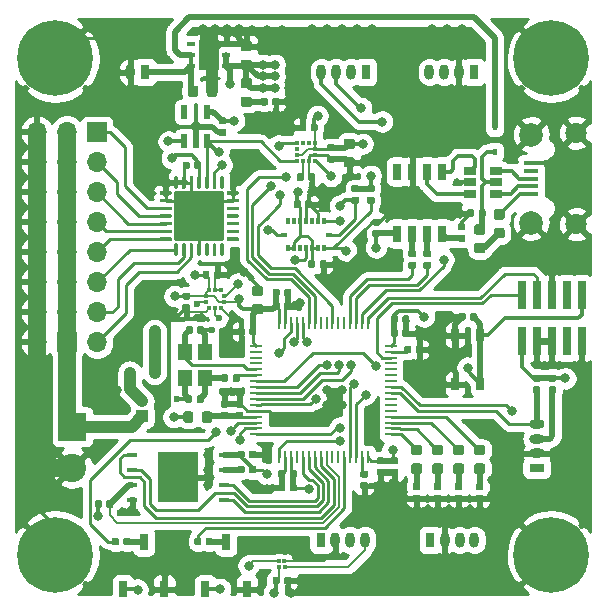
<source format=gbr>
G04 #@! TF.GenerationSoftware,KiCad,Pcbnew,(5.1.5)-3*
G04 #@! TF.CreationDate,2019-12-11T14:27:37+01:00*
G04 #@! TF.ProjectId,HadesMicro,48616465-734d-4696-9372-6f2e6b696361,rev?*
G04 #@! TF.SameCoordinates,Original*
G04 #@! TF.FileFunction,Copper,L1,Top*
G04 #@! TF.FilePolarity,Positive*
%FSLAX46Y46*%
G04 Gerber Fmt 4.6, Leading zero omitted, Abs format (unit mm)*
G04 Created by KiCad (PCBNEW (5.1.5)-3) date 2019-12-11 14:27:37*
%MOMM*%
%LPD*%
G04 APERTURE LIST*
%ADD10R,0.740000X2.400000*%
%ADD11O,0.800000X1.300000*%
%ADD12R,0.800000X1.300000*%
%ADD13O,1.300000X0.800000*%
%ADD14R,1.300000X0.800000*%
%ADD15C,1.800000*%
%ADD16C,2.000000*%
%ADD17R,1.300000X0.450000*%
%ADD18C,6.400000*%
%ADD19C,0.800000*%
%ADD20R,0.350000X0.380000*%
%ADD21R,0.800000X1.400000*%
%ADD22C,0.100000*%
%ADD23R,0.450000X0.600000*%
%ADD24R,0.600000X0.450000*%
%ADD25R,0.600000X1.150000*%
%ADD26R,0.950000X0.450000*%
%ADD27R,3.450000X4.350000*%
%ADD28R,1.200000X1.400000*%
%ADD29R,0.330000X0.300000*%
%ADD30R,0.300000X0.330000*%
%ADD31R,0.350000X0.580000*%
%ADD32R,0.580000X0.350000*%
%ADD33R,1.000000X1.000000*%
%ADD34O,1.000000X1.000000*%
%ADD35R,0.350000X0.300000*%
%ADD36R,0.300000X0.350000*%
%ADD37R,1.000000X0.250000*%
%ADD38R,0.250000X1.000000*%
%ADD39R,1.700000X1.700000*%
%ADD40O,1.700000X1.700000*%
%ADD41R,0.800000X0.400000*%
%ADD42R,1.750000X2.500000*%
%ADD43R,0.650000X1.050000*%
%ADD44R,1.060000X0.650000*%
%ADD45R,0.800000X1.450000*%
%ADD46C,2.400000*%
%ADD47R,2.400000X2.400000*%
%ADD48C,0.600000*%
%ADD49C,0.500000*%
%ADD50C,0.200000*%
%ADD51C,0.250000*%
%ADD52C,0.350000*%
%ADD53C,1.500000*%
%ADD54C,1.000000*%
%ADD55C,0.254000*%
G04 APERTURE END LIST*
D10*
X63500000Y-47924000D03*
X63500000Y-44024000D03*
X64770000Y-47924000D03*
X64770000Y-44024000D03*
X66040000Y-47924000D03*
X66040000Y-44024000D03*
X67310000Y-47924000D03*
X67310000Y-44024000D03*
X68580000Y-47924000D03*
X68580000Y-44024000D03*
D11*
X30373000Y-25146000D03*
D12*
X31623000Y-25146000D03*
D11*
X46542000Y-25146000D03*
X47792000Y-25146000D03*
X49042000Y-25146000D03*
D12*
X50292000Y-25146000D03*
D13*
X64770000Y-54924000D03*
X64770000Y-56174000D03*
X64770000Y-57424000D03*
D14*
X64770000Y-58674000D03*
D15*
X68117000Y-30288000D03*
X68117000Y-38038000D03*
D16*
X64317000Y-30438000D03*
X64317000Y-37888000D03*
D17*
X64267000Y-32863000D03*
X64267000Y-33513000D03*
X64267000Y-34163000D03*
X64267000Y-34813000D03*
X64267000Y-35463000D03*
D18*
X24000000Y-24000000D03*
D19*
X26400000Y-24000000D03*
X25697056Y-25697056D03*
X24000000Y-26400000D03*
X22302944Y-25697056D03*
X21600000Y-24000000D03*
X22302944Y-22302944D03*
X24000000Y-21600000D03*
X25697056Y-22302944D03*
X67697056Y-22302944D03*
X66000000Y-21600000D03*
X64302944Y-22302944D03*
X63600000Y-24000000D03*
X64302944Y-25697056D03*
X66000000Y-26400000D03*
X67697056Y-25697056D03*
X68400000Y-24000000D03*
D18*
X66000000Y-24000000D03*
X66000000Y-66000000D03*
D19*
X68400000Y-66000000D03*
X67697056Y-67697056D03*
X66000000Y-68400000D03*
X64302944Y-67697056D03*
X63600000Y-66000000D03*
X64302944Y-64302944D03*
X66000000Y-63600000D03*
X67697056Y-64302944D03*
D20*
X36788800Y-44106400D03*
X36788800Y-44606400D03*
X37053800Y-45121400D03*
X37553800Y-45121400D03*
X38053800Y-45121400D03*
X38318800Y-44606400D03*
X38318800Y-44106400D03*
X38053800Y-43591400D03*
X37553800Y-43591400D03*
X37053800Y-43591400D03*
D21*
X31496000Y-64929000D03*
X33246000Y-68929000D03*
X29746000Y-68929000D03*
X36731000Y-68929000D03*
X40231000Y-68929000D03*
X38481000Y-64929000D03*
G04 #@! TA.AperFunction,SMDPad,CuDef*
D22*
G36*
X35926991Y-26297653D02*
G01*
X35948226Y-26300803D01*
X35969050Y-26306019D01*
X35989262Y-26313251D01*
X36008668Y-26322430D01*
X36027081Y-26333466D01*
X36044324Y-26346254D01*
X36060230Y-26360670D01*
X36074646Y-26376576D01*
X36087434Y-26393819D01*
X36098470Y-26412232D01*
X36107649Y-26431638D01*
X36114881Y-26451850D01*
X36120097Y-26472674D01*
X36123247Y-26493909D01*
X36124300Y-26515350D01*
X36124300Y-27027850D01*
X36123247Y-27049291D01*
X36120097Y-27070526D01*
X36114881Y-27091350D01*
X36107649Y-27111562D01*
X36098470Y-27130968D01*
X36087434Y-27149381D01*
X36074646Y-27166624D01*
X36060230Y-27182530D01*
X36044324Y-27196946D01*
X36027081Y-27209734D01*
X36008668Y-27220770D01*
X35989262Y-27229949D01*
X35969050Y-27237181D01*
X35948226Y-27242397D01*
X35926991Y-27245547D01*
X35905550Y-27246600D01*
X35468050Y-27246600D01*
X35446609Y-27245547D01*
X35425374Y-27242397D01*
X35404550Y-27237181D01*
X35384338Y-27229949D01*
X35364932Y-27220770D01*
X35346519Y-27209734D01*
X35329276Y-27196946D01*
X35313370Y-27182530D01*
X35298954Y-27166624D01*
X35286166Y-27149381D01*
X35275130Y-27130968D01*
X35265951Y-27111562D01*
X35258719Y-27091350D01*
X35253503Y-27070526D01*
X35250353Y-27049291D01*
X35249300Y-27027850D01*
X35249300Y-26515350D01*
X35250353Y-26493909D01*
X35253503Y-26472674D01*
X35258719Y-26451850D01*
X35265951Y-26431638D01*
X35275130Y-26412232D01*
X35286166Y-26393819D01*
X35298954Y-26376576D01*
X35313370Y-26360670D01*
X35329276Y-26346254D01*
X35346519Y-26333466D01*
X35364932Y-26322430D01*
X35384338Y-26313251D01*
X35404550Y-26306019D01*
X35425374Y-26300803D01*
X35446609Y-26297653D01*
X35468050Y-26296600D01*
X35905550Y-26296600D01*
X35926991Y-26297653D01*
G37*
G04 #@! TD.AperFunction*
G04 #@! TA.AperFunction,SMDPad,CuDef*
G36*
X37501991Y-26297653D02*
G01*
X37523226Y-26300803D01*
X37544050Y-26306019D01*
X37564262Y-26313251D01*
X37583668Y-26322430D01*
X37602081Y-26333466D01*
X37619324Y-26346254D01*
X37635230Y-26360670D01*
X37649646Y-26376576D01*
X37662434Y-26393819D01*
X37673470Y-26412232D01*
X37682649Y-26431638D01*
X37689881Y-26451850D01*
X37695097Y-26472674D01*
X37698247Y-26493909D01*
X37699300Y-26515350D01*
X37699300Y-27027850D01*
X37698247Y-27049291D01*
X37695097Y-27070526D01*
X37689881Y-27091350D01*
X37682649Y-27111562D01*
X37673470Y-27130968D01*
X37662434Y-27149381D01*
X37649646Y-27166624D01*
X37635230Y-27182530D01*
X37619324Y-27196946D01*
X37602081Y-27209734D01*
X37583668Y-27220770D01*
X37564262Y-27229949D01*
X37544050Y-27237181D01*
X37523226Y-27242397D01*
X37501991Y-27245547D01*
X37480550Y-27246600D01*
X37043050Y-27246600D01*
X37021609Y-27245547D01*
X37000374Y-27242397D01*
X36979550Y-27237181D01*
X36959338Y-27229949D01*
X36939932Y-27220770D01*
X36921519Y-27209734D01*
X36904276Y-27196946D01*
X36888370Y-27182530D01*
X36873954Y-27166624D01*
X36861166Y-27149381D01*
X36850130Y-27130968D01*
X36840951Y-27111562D01*
X36833719Y-27091350D01*
X36828503Y-27070526D01*
X36825353Y-27049291D01*
X36824300Y-27027850D01*
X36824300Y-26515350D01*
X36825353Y-26493909D01*
X36828503Y-26472674D01*
X36833719Y-26451850D01*
X36840951Y-26431638D01*
X36850130Y-26412232D01*
X36861166Y-26393819D01*
X36873954Y-26376576D01*
X36888370Y-26360670D01*
X36904276Y-26346254D01*
X36921519Y-26333466D01*
X36939932Y-26322430D01*
X36959338Y-26313251D01*
X36979550Y-26306019D01*
X37000374Y-26300803D01*
X37021609Y-26297653D01*
X37043050Y-26296600D01*
X37480550Y-26296600D01*
X37501991Y-26297653D01*
G37*
G04 #@! TD.AperFunction*
G04 #@! TA.AperFunction,SMDPad,CuDef*
G36*
X40460491Y-24100153D02*
G01*
X40481726Y-24103303D01*
X40502550Y-24108519D01*
X40522762Y-24115751D01*
X40542168Y-24124930D01*
X40560581Y-24135966D01*
X40577824Y-24148754D01*
X40593730Y-24163170D01*
X40608146Y-24179076D01*
X40620934Y-24196319D01*
X40631970Y-24214732D01*
X40641149Y-24234138D01*
X40648381Y-24254350D01*
X40653597Y-24275174D01*
X40656747Y-24296409D01*
X40657800Y-24317850D01*
X40657800Y-24755350D01*
X40656747Y-24776791D01*
X40653597Y-24798026D01*
X40648381Y-24818850D01*
X40641149Y-24839062D01*
X40631970Y-24858468D01*
X40620934Y-24876881D01*
X40608146Y-24894124D01*
X40593730Y-24910030D01*
X40577824Y-24924446D01*
X40560581Y-24937234D01*
X40542168Y-24948270D01*
X40522762Y-24957449D01*
X40502550Y-24964681D01*
X40481726Y-24969897D01*
X40460491Y-24973047D01*
X40439050Y-24974100D01*
X39926550Y-24974100D01*
X39905109Y-24973047D01*
X39883874Y-24969897D01*
X39863050Y-24964681D01*
X39842838Y-24957449D01*
X39823432Y-24948270D01*
X39805019Y-24937234D01*
X39787776Y-24924446D01*
X39771870Y-24910030D01*
X39757454Y-24894124D01*
X39744666Y-24876881D01*
X39733630Y-24858468D01*
X39724451Y-24839062D01*
X39717219Y-24818850D01*
X39712003Y-24798026D01*
X39708853Y-24776791D01*
X39707800Y-24755350D01*
X39707800Y-24317850D01*
X39708853Y-24296409D01*
X39712003Y-24275174D01*
X39717219Y-24254350D01*
X39724451Y-24234138D01*
X39733630Y-24214732D01*
X39744666Y-24196319D01*
X39757454Y-24179076D01*
X39771870Y-24163170D01*
X39787776Y-24148754D01*
X39805019Y-24135966D01*
X39823432Y-24124930D01*
X39842838Y-24115751D01*
X39863050Y-24108519D01*
X39883874Y-24103303D01*
X39905109Y-24100153D01*
X39926550Y-24099100D01*
X40439050Y-24099100D01*
X40460491Y-24100153D01*
G37*
G04 #@! TD.AperFunction*
G04 #@! TA.AperFunction,SMDPad,CuDef*
G36*
X40460491Y-22525153D02*
G01*
X40481726Y-22528303D01*
X40502550Y-22533519D01*
X40522762Y-22540751D01*
X40542168Y-22549930D01*
X40560581Y-22560966D01*
X40577824Y-22573754D01*
X40593730Y-22588170D01*
X40608146Y-22604076D01*
X40620934Y-22621319D01*
X40631970Y-22639732D01*
X40641149Y-22659138D01*
X40648381Y-22679350D01*
X40653597Y-22700174D01*
X40656747Y-22721409D01*
X40657800Y-22742850D01*
X40657800Y-23180350D01*
X40656747Y-23201791D01*
X40653597Y-23223026D01*
X40648381Y-23243850D01*
X40641149Y-23264062D01*
X40631970Y-23283468D01*
X40620934Y-23301881D01*
X40608146Y-23319124D01*
X40593730Y-23335030D01*
X40577824Y-23349446D01*
X40560581Y-23362234D01*
X40542168Y-23373270D01*
X40522762Y-23382449D01*
X40502550Y-23389681D01*
X40481726Y-23394897D01*
X40460491Y-23398047D01*
X40439050Y-23399100D01*
X39926550Y-23399100D01*
X39905109Y-23398047D01*
X39883874Y-23394897D01*
X39863050Y-23389681D01*
X39842838Y-23382449D01*
X39823432Y-23373270D01*
X39805019Y-23362234D01*
X39787776Y-23349446D01*
X39771870Y-23335030D01*
X39757454Y-23319124D01*
X39744666Y-23301881D01*
X39733630Y-23283468D01*
X39724451Y-23264062D01*
X39717219Y-23243850D01*
X39712003Y-23223026D01*
X39708853Y-23201791D01*
X39707800Y-23180350D01*
X39707800Y-22742850D01*
X39708853Y-22721409D01*
X39712003Y-22700174D01*
X39717219Y-22679350D01*
X39724451Y-22659138D01*
X39733630Y-22639732D01*
X39744666Y-22621319D01*
X39757454Y-22604076D01*
X39771870Y-22588170D01*
X39787776Y-22573754D01*
X39805019Y-22560966D01*
X39823432Y-22549930D01*
X39842838Y-22540751D01*
X39863050Y-22533519D01*
X39883874Y-22528303D01*
X39905109Y-22525153D01*
X39926550Y-22524100D01*
X40439050Y-22524100D01*
X40460491Y-22525153D01*
G37*
G04 #@! TD.AperFunction*
G04 #@! TA.AperFunction,SMDPad,CuDef*
G36*
X41425691Y-43226053D02*
G01*
X41446926Y-43229203D01*
X41467750Y-43234419D01*
X41487962Y-43241651D01*
X41507368Y-43250830D01*
X41525781Y-43261866D01*
X41543024Y-43274654D01*
X41558930Y-43289070D01*
X41573346Y-43304976D01*
X41586134Y-43322219D01*
X41597170Y-43340632D01*
X41606349Y-43360038D01*
X41613581Y-43380250D01*
X41618797Y-43401074D01*
X41621947Y-43422309D01*
X41623000Y-43443750D01*
X41623000Y-43881250D01*
X41621947Y-43902691D01*
X41618797Y-43923926D01*
X41613581Y-43944750D01*
X41606349Y-43964962D01*
X41597170Y-43984368D01*
X41586134Y-44002781D01*
X41573346Y-44020024D01*
X41558930Y-44035930D01*
X41543024Y-44050346D01*
X41525781Y-44063134D01*
X41507368Y-44074170D01*
X41487962Y-44083349D01*
X41467750Y-44090581D01*
X41446926Y-44095797D01*
X41425691Y-44098947D01*
X41404250Y-44100000D01*
X40891750Y-44100000D01*
X40870309Y-44098947D01*
X40849074Y-44095797D01*
X40828250Y-44090581D01*
X40808038Y-44083349D01*
X40788632Y-44074170D01*
X40770219Y-44063134D01*
X40752976Y-44050346D01*
X40737070Y-44035930D01*
X40722654Y-44020024D01*
X40709866Y-44002781D01*
X40698830Y-43984368D01*
X40689651Y-43964962D01*
X40682419Y-43944750D01*
X40677203Y-43923926D01*
X40674053Y-43902691D01*
X40673000Y-43881250D01*
X40673000Y-43443750D01*
X40674053Y-43422309D01*
X40677203Y-43401074D01*
X40682419Y-43380250D01*
X40689651Y-43360038D01*
X40698830Y-43340632D01*
X40709866Y-43322219D01*
X40722654Y-43304976D01*
X40737070Y-43289070D01*
X40752976Y-43274654D01*
X40770219Y-43261866D01*
X40788632Y-43250830D01*
X40808038Y-43241651D01*
X40828250Y-43234419D01*
X40849074Y-43229203D01*
X40870309Y-43226053D01*
X40891750Y-43225000D01*
X41404250Y-43225000D01*
X41425691Y-43226053D01*
G37*
G04 #@! TD.AperFunction*
G04 #@! TA.AperFunction,SMDPad,CuDef*
G36*
X41425691Y-44801053D02*
G01*
X41446926Y-44804203D01*
X41467750Y-44809419D01*
X41487962Y-44816651D01*
X41507368Y-44825830D01*
X41525781Y-44836866D01*
X41543024Y-44849654D01*
X41558930Y-44864070D01*
X41573346Y-44879976D01*
X41586134Y-44897219D01*
X41597170Y-44915632D01*
X41606349Y-44935038D01*
X41613581Y-44955250D01*
X41618797Y-44976074D01*
X41621947Y-44997309D01*
X41623000Y-45018750D01*
X41623000Y-45456250D01*
X41621947Y-45477691D01*
X41618797Y-45498926D01*
X41613581Y-45519750D01*
X41606349Y-45539962D01*
X41597170Y-45559368D01*
X41586134Y-45577781D01*
X41573346Y-45595024D01*
X41558930Y-45610930D01*
X41543024Y-45625346D01*
X41525781Y-45638134D01*
X41507368Y-45649170D01*
X41487962Y-45658349D01*
X41467750Y-45665581D01*
X41446926Y-45670797D01*
X41425691Y-45673947D01*
X41404250Y-45675000D01*
X40891750Y-45675000D01*
X40870309Y-45673947D01*
X40849074Y-45670797D01*
X40828250Y-45665581D01*
X40808038Y-45658349D01*
X40788632Y-45649170D01*
X40770219Y-45638134D01*
X40752976Y-45625346D01*
X40737070Y-45610930D01*
X40722654Y-45595024D01*
X40709866Y-45577781D01*
X40698830Y-45559368D01*
X40689651Y-45539962D01*
X40682419Y-45519750D01*
X40677203Y-45498926D01*
X40674053Y-45477691D01*
X40673000Y-45456250D01*
X40673000Y-45018750D01*
X40674053Y-44997309D01*
X40677203Y-44976074D01*
X40682419Y-44955250D01*
X40689651Y-44935038D01*
X40698830Y-44915632D01*
X40709866Y-44897219D01*
X40722654Y-44879976D01*
X40737070Y-44864070D01*
X40752976Y-44849654D01*
X40770219Y-44836866D01*
X40788632Y-44825830D01*
X40808038Y-44816651D01*
X40828250Y-44809419D01*
X40849074Y-44804203D01*
X40870309Y-44801053D01*
X40891750Y-44800000D01*
X41404250Y-44800000D01*
X41425691Y-44801053D01*
G37*
G04 #@! TD.AperFunction*
G04 #@! TA.AperFunction,SMDPad,CuDef*
G36*
X43849958Y-44638710D02*
G01*
X43864276Y-44640834D01*
X43878317Y-44644351D01*
X43891946Y-44649228D01*
X43905031Y-44655417D01*
X43917447Y-44662858D01*
X43929073Y-44671481D01*
X43939798Y-44681202D01*
X43949519Y-44691927D01*
X43958142Y-44703553D01*
X43965583Y-44715969D01*
X43971772Y-44729054D01*
X43976649Y-44742683D01*
X43980166Y-44756724D01*
X43982290Y-44771042D01*
X43983000Y-44785500D01*
X43983000Y-45130500D01*
X43982290Y-45144958D01*
X43980166Y-45159276D01*
X43976649Y-45173317D01*
X43971772Y-45186946D01*
X43965583Y-45200031D01*
X43958142Y-45212447D01*
X43949519Y-45224073D01*
X43939798Y-45234798D01*
X43929073Y-45244519D01*
X43917447Y-45253142D01*
X43905031Y-45260583D01*
X43891946Y-45266772D01*
X43878317Y-45271649D01*
X43864276Y-45275166D01*
X43849958Y-45277290D01*
X43835500Y-45278000D01*
X43540500Y-45278000D01*
X43526042Y-45277290D01*
X43511724Y-45275166D01*
X43497683Y-45271649D01*
X43484054Y-45266772D01*
X43470969Y-45260583D01*
X43458553Y-45253142D01*
X43446927Y-45244519D01*
X43436202Y-45234798D01*
X43426481Y-45224073D01*
X43417858Y-45212447D01*
X43410417Y-45200031D01*
X43404228Y-45186946D01*
X43399351Y-45173317D01*
X43395834Y-45159276D01*
X43393710Y-45144958D01*
X43393000Y-45130500D01*
X43393000Y-44785500D01*
X43393710Y-44771042D01*
X43395834Y-44756724D01*
X43399351Y-44742683D01*
X43404228Y-44729054D01*
X43410417Y-44715969D01*
X43417858Y-44703553D01*
X43426481Y-44691927D01*
X43436202Y-44681202D01*
X43446927Y-44671481D01*
X43458553Y-44662858D01*
X43470969Y-44655417D01*
X43484054Y-44649228D01*
X43497683Y-44644351D01*
X43511724Y-44640834D01*
X43526042Y-44638710D01*
X43540500Y-44638000D01*
X43835500Y-44638000D01*
X43849958Y-44638710D01*
G37*
G04 #@! TD.AperFunction*
G04 #@! TA.AperFunction,SMDPad,CuDef*
G36*
X42879958Y-44638710D02*
G01*
X42894276Y-44640834D01*
X42908317Y-44644351D01*
X42921946Y-44649228D01*
X42935031Y-44655417D01*
X42947447Y-44662858D01*
X42959073Y-44671481D01*
X42969798Y-44681202D01*
X42979519Y-44691927D01*
X42988142Y-44703553D01*
X42995583Y-44715969D01*
X43001772Y-44729054D01*
X43006649Y-44742683D01*
X43010166Y-44756724D01*
X43012290Y-44771042D01*
X43013000Y-44785500D01*
X43013000Y-45130500D01*
X43012290Y-45144958D01*
X43010166Y-45159276D01*
X43006649Y-45173317D01*
X43001772Y-45186946D01*
X42995583Y-45200031D01*
X42988142Y-45212447D01*
X42979519Y-45224073D01*
X42969798Y-45234798D01*
X42959073Y-45244519D01*
X42947447Y-45253142D01*
X42935031Y-45260583D01*
X42921946Y-45266772D01*
X42908317Y-45271649D01*
X42894276Y-45275166D01*
X42879958Y-45277290D01*
X42865500Y-45278000D01*
X42570500Y-45278000D01*
X42556042Y-45277290D01*
X42541724Y-45275166D01*
X42527683Y-45271649D01*
X42514054Y-45266772D01*
X42500969Y-45260583D01*
X42488553Y-45253142D01*
X42476927Y-45244519D01*
X42466202Y-45234798D01*
X42456481Y-45224073D01*
X42447858Y-45212447D01*
X42440417Y-45200031D01*
X42434228Y-45186946D01*
X42429351Y-45173317D01*
X42425834Y-45159276D01*
X42423710Y-45144958D01*
X42423000Y-45130500D01*
X42423000Y-44785500D01*
X42423710Y-44771042D01*
X42425834Y-44756724D01*
X42429351Y-44742683D01*
X42434228Y-44729054D01*
X42440417Y-44715969D01*
X42447858Y-44703553D01*
X42456481Y-44691927D01*
X42466202Y-44681202D01*
X42476927Y-44671481D01*
X42488553Y-44662858D01*
X42500969Y-44655417D01*
X42514054Y-44649228D01*
X42527683Y-44644351D01*
X42541724Y-44640834D01*
X42556042Y-44638710D01*
X42570500Y-44638000D01*
X42865500Y-44638000D01*
X42879958Y-44638710D01*
G37*
G04 #@! TD.AperFunction*
G04 #@! TA.AperFunction,SMDPad,CuDef*
G36*
X42879958Y-43495710D02*
G01*
X42894276Y-43497834D01*
X42908317Y-43501351D01*
X42921946Y-43506228D01*
X42935031Y-43512417D01*
X42947447Y-43519858D01*
X42959073Y-43528481D01*
X42969798Y-43538202D01*
X42979519Y-43548927D01*
X42988142Y-43560553D01*
X42995583Y-43572969D01*
X43001772Y-43586054D01*
X43006649Y-43599683D01*
X43010166Y-43613724D01*
X43012290Y-43628042D01*
X43013000Y-43642500D01*
X43013000Y-43987500D01*
X43012290Y-44001958D01*
X43010166Y-44016276D01*
X43006649Y-44030317D01*
X43001772Y-44043946D01*
X42995583Y-44057031D01*
X42988142Y-44069447D01*
X42979519Y-44081073D01*
X42969798Y-44091798D01*
X42959073Y-44101519D01*
X42947447Y-44110142D01*
X42935031Y-44117583D01*
X42921946Y-44123772D01*
X42908317Y-44128649D01*
X42894276Y-44132166D01*
X42879958Y-44134290D01*
X42865500Y-44135000D01*
X42570500Y-44135000D01*
X42556042Y-44134290D01*
X42541724Y-44132166D01*
X42527683Y-44128649D01*
X42514054Y-44123772D01*
X42500969Y-44117583D01*
X42488553Y-44110142D01*
X42476927Y-44101519D01*
X42466202Y-44091798D01*
X42456481Y-44081073D01*
X42447858Y-44069447D01*
X42440417Y-44057031D01*
X42434228Y-44043946D01*
X42429351Y-44030317D01*
X42425834Y-44016276D01*
X42423710Y-44001958D01*
X42423000Y-43987500D01*
X42423000Y-43642500D01*
X42423710Y-43628042D01*
X42425834Y-43613724D01*
X42429351Y-43599683D01*
X42434228Y-43586054D01*
X42440417Y-43572969D01*
X42447858Y-43560553D01*
X42456481Y-43548927D01*
X42466202Y-43538202D01*
X42476927Y-43528481D01*
X42488553Y-43519858D01*
X42500969Y-43512417D01*
X42514054Y-43506228D01*
X42527683Y-43501351D01*
X42541724Y-43497834D01*
X42556042Y-43495710D01*
X42570500Y-43495000D01*
X42865500Y-43495000D01*
X42879958Y-43495710D01*
G37*
G04 #@! TD.AperFunction*
G04 #@! TA.AperFunction,SMDPad,CuDef*
G36*
X43849958Y-43495710D02*
G01*
X43864276Y-43497834D01*
X43878317Y-43501351D01*
X43891946Y-43506228D01*
X43905031Y-43512417D01*
X43917447Y-43519858D01*
X43929073Y-43528481D01*
X43939798Y-43538202D01*
X43949519Y-43548927D01*
X43958142Y-43560553D01*
X43965583Y-43572969D01*
X43971772Y-43586054D01*
X43976649Y-43599683D01*
X43980166Y-43613724D01*
X43982290Y-43628042D01*
X43983000Y-43642500D01*
X43983000Y-43987500D01*
X43982290Y-44001958D01*
X43980166Y-44016276D01*
X43976649Y-44030317D01*
X43971772Y-44043946D01*
X43965583Y-44057031D01*
X43958142Y-44069447D01*
X43949519Y-44081073D01*
X43939798Y-44091798D01*
X43929073Y-44101519D01*
X43917447Y-44110142D01*
X43905031Y-44117583D01*
X43891946Y-44123772D01*
X43878317Y-44128649D01*
X43864276Y-44132166D01*
X43849958Y-44134290D01*
X43835500Y-44135000D01*
X43540500Y-44135000D01*
X43526042Y-44134290D01*
X43511724Y-44132166D01*
X43497683Y-44128649D01*
X43484054Y-44123772D01*
X43470969Y-44117583D01*
X43458553Y-44110142D01*
X43446927Y-44101519D01*
X43436202Y-44091798D01*
X43426481Y-44081073D01*
X43417858Y-44069447D01*
X43410417Y-44057031D01*
X43404228Y-44043946D01*
X43399351Y-44030317D01*
X43395834Y-44016276D01*
X43393710Y-44001958D01*
X43393000Y-43987500D01*
X43393000Y-43642500D01*
X43393710Y-43628042D01*
X43395834Y-43613724D01*
X43399351Y-43599683D01*
X43404228Y-43586054D01*
X43410417Y-43572969D01*
X43417858Y-43560553D01*
X43426481Y-43548927D01*
X43436202Y-43538202D01*
X43446927Y-43528481D01*
X43458553Y-43519858D01*
X43470969Y-43512417D01*
X43484054Y-43506228D01*
X43497683Y-43501351D01*
X43511724Y-43497834D01*
X43526042Y-43495710D01*
X43540500Y-43495000D01*
X43835500Y-43495000D01*
X43849958Y-43495710D01*
G37*
G04 #@! TD.AperFunction*
G04 #@! TA.AperFunction,SMDPad,CuDef*
G36*
X52889958Y-46924710D02*
G01*
X52904276Y-46926834D01*
X52918317Y-46930351D01*
X52931946Y-46935228D01*
X52945031Y-46941417D01*
X52957447Y-46948858D01*
X52969073Y-46957481D01*
X52979798Y-46967202D01*
X52989519Y-46977927D01*
X52998142Y-46989553D01*
X53005583Y-47001969D01*
X53011772Y-47015054D01*
X53016649Y-47028683D01*
X53020166Y-47042724D01*
X53022290Y-47057042D01*
X53023000Y-47071500D01*
X53023000Y-47416500D01*
X53022290Y-47430958D01*
X53020166Y-47445276D01*
X53016649Y-47459317D01*
X53011772Y-47472946D01*
X53005583Y-47486031D01*
X52998142Y-47498447D01*
X52989519Y-47510073D01*
X52979798Y-47520798D01*
X52969073Y-47530519D01*
X52957447Y-47539142D01*
X52945031Y-47546583D01*
X52931946Y-47552772D01*
X52918317Y-47557649D01*
X52904276Y-47561166D01*
X52889958Y-47563290D01*
X52875500Y-47564000D01*
X52580500Y-47564000D01*
X52566042Y-47563290D01*
X52551724Y-47561166D01*
X52537683Y-47557649D01*
X52524054Y-47552772D01*
X52510969Y-47546583D01*
X52498553Y-47539142D01*
X52486927Y-47530519D01*
X52476202Y-47520798D01*
X52466481Y-47510073D01*
X52457858Y-47498447D01*
X52450417Y-47486031D01*
X52444228Y-47472946D01*
X52439351Y-47459317D01*
X52435834Y-47445276D01*
X52433710Y-47430958D01*
X52433000Y-47416500D01*
X52433000Y-47071500D01*
X52433710Y-47057042D01*
X52435834Y-47042724D01*
X52439351Y-47028683D01*
X52444228Y-47015054D01*
X52450417Y-47001969D01*
X52457858Y-46989553D01*
X52466481Y-46977927D01*
X52476202Y-46967202D01*
X52486927Y-46957481D01*
X52498553Y-46948858D01*
X52510969Y-46941417D01*
X52524054Y-46935228D01*
X52537683Y-46930351D01*
X52551724Y-46926834D01*
X52566042Y-46924710D01*
X52580500Y-46924000D01*
X52875500Y-46924000D01*
X52889958Y-46924710D01*
G37*
G04 #@! TD.AperFunction*
G04 #@! TA.AperFunction,SMDPad,CuDef*
G36*
X53859958Y-46924710D02*
G01*
X53874276Y-46926834D01*
X53888317Y-46930351D01*
X53901946Y-46935228D01*
X53915031Y-46941417D01*
X53927447Y-46948858D01*
X53939073Y-46957481D01*
X53949798Y-46967202D01*
X53959519Y-46977927D01*
X53968142Y-46989553D01*
X53975583Y-47001969D01*
X53981772Y-47015054D01*
X53986649Y-47028683D01*
X53990166Y-47042724D01*
X53992290Y-47057042D01*
X53993000Y-47071500D01*
X53993000Y-47416500D01*
X53992290Y-47430958D01*
X53990166Y-47445276D01*
X53986649Y-47459317D01*
X53981772Y-47472946D01*
X53975583Y-47486031D01*
X53968142Y-47498447D01*
X53959519Y-47510073D01*
X53949798Y-47520798D01*
X53939073Y-47530519D01*
X53927447Y-47539142D01*
X53915031Y-47546583D01*
X53901946Y-47552772D01*
X53888317Y-47557649D01*
X53874276Y-47561166D01*
X53859958Y-47563290D01*
X53845500Y-47564000D01*
X53550500Y-47564000D01*
X53536042Y-47563290D01*
X53521724Y-47561166D01*
X53507683Y-47557649D01*
X53494054Y-47552772D01*
X53480969Y-47546583D01*
X53468553Y-47539142D01*
X53456927Y-47530519D01*
X53446202Y-47520798D01*
X53436481Y-47510073D01*
X53427858Y-47498447D01*
X53420417Y-47486031D01*
X53414228Y-47472946D01*
X53409351Y-47459317D01*
X53405834Y-47445276D01*
X53403710Y-47430958D01*
X53403000Y-47416500D01*
X53403000Y-47071500D01*
X53403710Y-47057042D01*
X53405834Y-47042724D01*
X53409351Y-47028683D01*
X53414228Y-47015054D01*
X53420417Y-47001969D01*
X53427858Y-46989553D01*
X53436481Y-46977927D01*
X53446202Y-46967202D01*
X53456927Y-46957481D01*
X53468553Y-46948858D01*
X53480969Y-46941417D01*
X53494054Y-46935228D01*
X53507683Y-46930351D01*
X53521724Y-46926834D01*
X53536042Y-46924710D01*
X53550500Y-46924000D01*
X53845500Y-46924000D01*
X53859958Y-46924710D01*
G37*
G04 #@! TD.AperFunction*
G04 #@! TA.AperFunction,SMDPad,CuDef*
G36*
X53859958Y-45756310D02*
G01*
X53874276Y-45758434D01*
X53888317Y-45761951D01*
X53901946Y-45766828D01*
X53915031Y-45773017D01*
X53927447Y-45780458D01*
X53939073Y-45789081D01*
X53949798Y-45798802D01*
X53959519Y-45809527D01*
X53968142Y-45821153D01*
X53975583Y-45833569D01*
X53981772Y-45846654D01*
X53986649Y-45860283D01*
X53990166Y-45874324D01*
X53992290Y-45888642D01*
X53993000Y-45903100D01*
X53993000Y-46248100D01*
X53992290Y-46262558D01*
X53990166Y-46276876D01*
X53986649Y-46290917D01*
X53981772Y-46304546D01*
X53975583Y-46317631D01*
X53968142Y-46330047D01*
X53959519Y-46341673D01*
X53949798Y-46352398D01*
X53939073Y-46362119D01*
X53927447Y-46370742D01*
X53915031Y-46378183D01*
X53901946Y-46384372D01*
X53888317Y-46389249D01*
X53874276Y-46392766D01*
X53859958Y-46394890D01*
X53845500Y-46395600D01*
X53550500Y-46395600D01*
X53536042Y-46394890D01*
X53521724Y-46392766D01*
X53507683Y-46389249D01*
X53494054Y-46384372D01*
X53480969Y-46378183D01*
X53468553Y-46370742D01*
X53456927Y-46362119D01*
X53446202Y-46352398D01*
X53436481Y-46341673D01*
X53427858Y-46330047D01*
X53420417Y-46317631D01*
X53414228Y-46304546D01*
X53409351Y-46290917D01*
X53405834Y-46276876D01*
X53403710Y-46262558D01*
X53403000Y-46248100D01*
X53403000Y-45903100D01*
X53403710Y-45888642D01*
X53405834Y-45874324D01*
X53409351Y-45860283D01*
X53414228Y-45846654D01*
X53420417Y-45833569D01*
X53427858Y-45821153D01*
X53436481Y-45809527D01*
X53446202Y-45798802D01*
X53456927Y-45789081D01*
X53468553Y-45780458D01*
X53480969Y-45773017D01*
X53494054Y-45766828D01*
X53507683Y-45761951D01*
X53521724Y-45758434D01*
X53536042Y-45756310D01*
X53550500Y-45755600D01*
X53845500Y-45755600D01*
X53859958Y-45756310D01*
G37*
G04 #@! TD.AperFunction*
G04 #@! TA.AperFunction,SMDPad,CuDef*
G36*
X52889958Y-45756310D02*
G01*
X52904276Y-45758434D01*
X52918317Y-45761951D01*
X52931946Y-45766828D01*
X52945031Y-45773017D01*
X52957447Y-45780458D01*
X52969073Y-45789081D01*
X52979798Y-45798802D01*
X52989519Y-45809527D01*
X52998142Y-45821153D01*
X53005583Y-45833569D01*
X53011772Y-45846654D01*
X53016649Y-45860283D01*
X53020166Y-45874324D01*
X53022290Y-45888642D01*
X53023000Y-45903100D01*
X53023000Y-46248100D01*
X53022290Y-46262558D01*
X53020166Y-46276876D01*
X53016649Y-46290917D01*
X53011772Y-46304546D01*
X53005583Y-46317631D01*
X52998142Y-46330047D01*
X52989519Y-46341673D01*
X52979798Y-46352398D01*
X52969073Y-46362119D01*
X52957447Y-46370742D01*
X52945031Y-46378183D01*
X52931946Y-46384372D01*
X52918317Y-46389249D01*
X52904276Y-46392766D01*
X52889958Y-46394890D01*
X52875500Y-46395600D01*
X52580500Y-46395600D01*
X52566042Y-46394890D01*
X52551724Y-46392766D01*
X52537683Y-46389249D01*
X52524054Y-46384372D01*
X52510969Y-46378183D01*
X52498553Y-46370742D01*
X52486927Y-46362119D01*
X52476202Y-46352398D01*
X52466481Y-46341673D01*
X52457858Y-46330047D01*
X52450417Y-46317631D01*
X52444228Y-46304546D01*
X52439351Y-46290917D01*
X52435834Y-46276876D01*
X52433710Y-46262558D01*
X52433000Y-46248100D01*
X52433000Y-45903100D01*
X52433710Y-45888642D01*
X52435834Y-45874324D01*
X52439351Y-45860283D01*
X52444228Y-45846654D01*
X52450417Y-45833569D01*
X52457858Y-45821153D01*
X52466481Y-45809527D01*
X52476202Y-45798802D01*
X52486927Y-45789081D01*
X52498553Y-45780458D01*
X52510969Y-45773017D01*
X52524054Y-45766828D01*
X52537683Y-45761951D01*
X52551724Y-45758434D01*
X52566042Y-45756310D01*
X52580500Y-45755600D01*
X52875500Y-45755600D01*
X52889958Y-45756310D01*
G37*
G04 #@! TD.AperFunction*
G04 #@! TA.AperFunction,SMDPad,CuDef*
G36*
X51748958Y-57767710D02*
G01*
X51763276Y-57769834D01*
X51777317Y-57773351D01*
X51790946Y-57778228D01*
X51804031Y-57784417D01*
X51816447Y-57791858D01*
X51828073Y-57800481D01*
X51838798Y-57810202D01*
X51848519Y-57820927D01*
X51857142Y-57832553D01*
X51864583Y-57844969D01*
X51870772Y-57858054D01*
X51875649Y-57871683D01*
X51879166Y-57885724D01*
X51881290Y-57900042D01*
X51882000Y-57914500D01*
X51882000Y-58209500D01*
X51881290Y-58223958D01*
X51879166Y-58238276D01*
X51875649Y-58252317D01*
X51870772Y-58265946D01*
X51864583Y-58279031D01*
X51857142Y-58291447D01*
X51848519Y-58303073D01*
X51838798Y-58313798D01*
X51828073Y-58323519D01*
X51816447Y-58332142D01*
X51804031Y-58339583D01*
X51790946Y-58345772D01*
X51777317Y-58350649D01*
X51763276Y-58354166D01*
X51748958Y-58356290D01*
X51734500Y-58357000D01*
X51389500Y-58357000D01*
X51375042Y-58356290D01*
X51360724Y-58354166D01*
X51346683Y-58350649D01*
X51333054Y-58345772D01*
X51319969Y-58339583D01*
X51307553Y-58332142D01*
X51295927Y-58323519D01*
X51285202Y-58313798D01*
X51275481Y-58303073D01*
X51266858Y-58291447D01*
X51259417Y-58279031D01*
X51253228Y-58265946D01*
X51248351Y-58252317D01*
X51244834Y-58238276D01*
X51242710Y-58223958D01*
X51242000Y-58209500D01*
X51242000Y-57914500D01*
X51242710Y-57900042D01*
X51244834Y-57885724D01*
X51248351Y-57871683D01*
X51253228Y-57858054D01*
X51259417Y-57844969D01*
X51266858Y-57832553D01*
X51275481Y-57820927D01*
X51285202Y-57810202D01*
X51295927Y-57800481D01*
X51307553Y-57791858D01*
X51319969Y-57784417D01*
X51333054Y-57778228D01*
X51346683Y-57773351D01*
X51360724Y-57769834D01*
X51375042Y-57767710D01*
X51389500Y-57767000D01*
X51734500Y-57767000D01*
X51748958Y-57767710D01*
G37*
G04 #@! TD.AperFunction*
G04 #@! TA.AperFunction,SMDPad,CuDef*
G36*
X51748958Y-58737710D02*
G01*
X51763276Y-58739834D01*
X51777317Y-58743351D01*
X51790946Y-58748228D01*
X51804031Y-58754417D01*
X51816447Y-58761858D01*
X51828073Y-58770481D01*
X51838798Y-58780202D01*
X51848519Y-58790927D01*
X51857142Y-58802553D01*
X51864583Y-58814969D01*
X51870772Y-58828054D01*
X51875649Y-58841683D01*
X51879166Y-58855724D01*
X51881290Y-58870042D01*
X51882000Y-58884500D01*
X51882000Y-59179500D01*
X51881290Y-59193958D01*
X51879166Y-59208276D01*
X51875649Y-59222317D01*
X51870772Y-59235946D01*
X51864583Y-59249031D01*
X51857142Y-59261447D01*
X51848519Y-59273073D01*
X51838798Y-59283798D01*
X51828073Y-59293519D01*
X51816447Y-59302142D01*
X51804031Y-59309583D01*
X51790946Y-59315772D01*
X51777317Y-59320649D01*
X51763276Y-59324166D01*
X51748958Y-59326290D01*
X51734500Y-59327000D01*
X51389500Y-59327000D01*
X51375042Y-59326290D01*
X51360724Y-59324166D01*
X51346683Y-59320649D01*
X51333054Y-59315772D01*
X51319969Y-59309583D01*
X51307553Y-59302142D01*
X51295927Y-59293519D01*
X51285202Y-59283798D01*
X51275481Y-59273073D01*
X51266858Y-59261447D01*
X51259417Y-59249031D01*
X51253228Y-59235946D01*
X51248351Y-59222317D01*
X51244834Y-59208276D01*
X51242710Y-59193958D01*
X51242000Y-59179500D01*
X51242000Y-58884500D01*
X51242710Y-58870042D01*
X51244834Y-58855724D01*
X51248351Y-58841683D01*
X51253228Y-58828054D01*
X51259417Y-58814969D01*
X51266858Y-58802553D01*
X51275481Y-58790927D01*
X51285202Y-58780202D01*
X51295927Y-58770481D01*
X51307553Y-58761858D01*
X51319969Y-58754417D01*
X51333054Y-58748228D01*
X51346683Y-58743351D01*
X51360724Y-58739834D01*
X51375042Y-58737710D01*
X51389500Y-58737000D01*
X51734500Y-58737000D01*
X51748958Y-58737710D01*
G37*
G04 #@! TD.AperFunction*
G04 #@! TA.AperFunction,SMDPad,CuDef*
G36*
X52891958Y-58737710D02*
G01*
X52906276Y-58739834D01*
X52920317Y-58743351D01*
X52933946Y-58748228D01*
X52947031Y-58754417D01*
X52959447Y-58761858D01*
X52971073Y-58770481D01*
X52981798Y-58780202D01*
X52991519Y-58790927D01*
X53000142Y-58802553D01*
X53007583Y-58814969D01*
X53013772Y-58828054D01*
X53018649Y-58841683D01*
X53022166Y-58855724D01*
X53024290Y-58870042D01*
X53025000Y-58884500D01*
X53025000Y-59179500D01*
X53024290Y-59193958D01*
X53022166Y-59208276D01*
X53018649Y-59222317D01*
X53013772Y-59235946D01*
X53007583Y-59249031D01*
X53000142Y-59261447D01*
X52991519Y-59273073D01*
X52981798Y-59283798D01*
X52971073Y-59293519D01*
X52959447Y-59302142D01*
X52947031Y-59309583D01*
X52933946Y-59315772D01*
X52920317Y-59320649D01*
X52906276Y-59324166D01*
X52891958Y-59326290D01*
X52877500Y-59327000D01*
X52532500Y-59327000D01*
X52518042Y-59326290D01*
X52503724Y-59324166D01*
X52489683Y-59320649D01*
X52476054Y-59315772D01*
X52462969Y-59309583D01*
X52450553Y-59302142D01*
X52438927Y-59293519D01*
X52428202Y-59283798D01*
X52418481Y-59273073D01*
X52409858Y-59261447D01*
X52402417Y-59249031D01*
X52396228Y-59235946D01*
X52391351Y-59222317D01*
X52387834Y-59208276D01*
X52385710Y-59193958D01*
X52385000Y-59179500D01*
X52385000Y-58884500D01*
X52385710Y-58870042D01*
X52387834Y-58855724D01*
X52391351Y-58841683D01*
X52396228Y-58828054D01*
X52402417Y-58814969D01*
X52409858Y-58802553D01*
X52418481Y-58790927D01*
X52428202Y-58780202D01*
X52438927Y-58770481D01*
X52450553Y-58761858D01*
X52462969Y-58754417D01*
X52476054Y-58748228D01*
X52489683Y-58743351D01*
X52503724Y-58739834D01*
X52518042Y-58737710D01*
X52532500Y-58737000D01*
X52877500Y-58737000D01*
X52891958Y-58737710D01*
G37*
G04 #@! TD.AperFunction*
G04 #@! TA.AperFunction,SMDPad,CuDef*
G36*
X52891958Y-57767710D02*
G01*
X52906276Y-57769834D01*
X52920317Y-57773351D01*
X52933946Y-57778228D01*
X52947031Y-57784417D01*
X52959447Y-57791858D01*
X52971073Y-57800481D01*
X52981798Y-57810202D01*
X52991519Y-57820927D01*
X53000142Y-57832553D01*
X53007583Y-57844969D01*
X53013772Y-57858054D01*
X53018649Y-57871683D01*
X53022166Y-57885724D01*
X53024290Y-57900042D01*
X53025000Y-57914500D01*
X53025000Y-58209500D01*
X53024290Y-58223958D01*
X53022166Y-58238276D01*
X53018649Y-58252317D01*
X53013772Y-58265946D01*
X53007583Y-58279031D01*
X53000142Y-58291447D01*
X52991519Y-58303073D01*
X52981798Y-58313798D01*
X52971073Y-58323519D01*
X52959447Y-58332142D01*
X52947031Y-58339583D01*
X52933946Y-58345772D01*
X52920317Y-58350649D01*
X52906276Y-58354166D01*
X52891958Y-58356290D01*
X52877500Y-58357000D01*
X52532500Y-58357000D01*
X52518042Y-58356290D01*
X52503724Y-58354166D01*
X52489683Y-58350649D01*
X52476054Y-58345772D01*
X52462969Y-58339583D01*
X52450553Y-58332142D01*
X52438927Y-58323519D01*
X52428202Y-58313798D01*
X52418481Y-58303073D01*
X52409858Y-58291447D01*
X52402417Y-58279031D01*
X52396228Y-58265946D01*
X52391351Y-58252317D01*
X52387834Y-58238276D01*
X52385710Y-58223958D01*
X52385000Y-58209500D01*
X52385000Y-57914500D01*
X52385710Y-57900042D01*
X52387834Y-57885724D01*
X52391351Y-57871683D01*
X52396228Y-57858054D01*
X52402417Y-57844969D01*
X52409858Y-57832553D01*
X52418481Y-57820927D01*
X52428202Y-57810202D01*
X52438927Y-57800481D01*
X52450553Y-57791858D01*
X52462969Y-57784417D01*
X52476054Y-57778228D01*
X52489683Y-57773351D01*
X52503724Y-57769834D01*
X52518042Y-57767710D01*
X52532500Y-57767000D01*
X52877500Y-57767000D01*
X52891958Y-57767710D01*
G37*
G04 #@! TD.AperFunction*
G04 #@! TA.AperFunction,SMDPad,CuDef*
G36*
X43364958Y-58862710D02*
G01*
X43379276Y-58864834D01*
X43393317Y-58868351D01*
X43406946Y-58873228D01*
X43420031Y-58879417D01*
X43432447Y-58886858D01*
X43444073Y-58895481D01*
X43454798Y-58905202D01*
X43464519Y-58915927D01*
X43473142Y-58927553D01*
X43480583Y-58939969D01*
X43486772Y-58953054D01*
X43491649Y-58966683D01*
X43495166Y-58980724D01*
X43497290Y-58995042D01*
X43498000Y-59009500D01*
X43498000Y-59354500D01*
X43497290Y-59368958D01*
X43495166Y-59383276D01*
X43491649Y-59397317D01*
X43486772Y-59410946D01*
X43480583Y-59424031D01*
X43473142Y-59436447D01*
X43464519Y-59448073D01*
X43454798Y-59458798D01*
X43444073Y-59468519D01*
X43432447Y-59477142D01*
X43420031Y-59484583D01*
X43406946Y-59490772D01*
X43393317Y-59495649D01*
X43379276Y-59499166D01*
X43364958Y-59501290D01*
X43350500Y-59502000D01*
X43055500Y-59502000D01*
X43041042Y-59501290D01*
X43026724Y-59499166D01*
X43012683Y-59495649D01*
X42999054Y-59490772D01*
X42985969Y-59484583D01*
X42973553Y-59477142D01*
X42961927Y-59468519D01*
X42951202Y-59458798D01*
X42941481Y-59448073D01*
X42932858Y-59436447D01*
X42925417Y-59424031D01*
X42919228Y-59410946D01*
X42914351Y-59397317D01*
X42910834Y-59383276D01*
X42908710Y-59368958D01*
X42908000Y-59354500D01*
X42908000Y-59009500D01*
X42908710Y-58995042D01*
X42910834Y-58980724D01*
X42914351Y-58966683D01*
X42919228Y-58953054D01*
X42925417Y-58939969D01*
X42932858Y-58927553D01*
X42941481Y-58915927D01*
X42951202Y-58905202D01*
X42961927Y-58895481D01*
X42973553Y-58886858D01*
X42985969Y-58879417D01*
X42999054Y-58873228D01*
X43012683Y-58868351D01*
X43026724Y-58864834D01*
X43041042Y-58862710D01*
X43055500Y-58862000D01*
X43350500Y-58862000D01*
X43364958Y-58862710D01*
G37*
G04 #@! TD.AperFunction*
G04 #@! TA.AperFunction,SMDPad,CuDef*
G36*
X44334958Y-58862710D02*
G01*
X44349276Y-58864834D01*
X44363317Y-58868351D01*
X44376946Y-58873228D01*
X44390031Y-58879417D01*
X44402447Y-58886858D01*
X44414073Y-58895481D01*
X44424798Y-58905202D01*
X44434519Y-58915927D01*
X44443142Y-58927553D01*
X44450583Y-58939969D01*
X44456772Y-58953054D01*
X44461649Y-58966683D01*
X44465166Y-58980724D01*
X44467290Y-58995042D01*
X44468000Y-59009500D01*
X44468000Y-59354500D01*
X44467290Y-59368958D01*
X44465166Y-59383276D01*
X44461649Y-59397317D01*
X44456772Y-59410946D01*
X44450583Y-59424031D01*
X44443142Y-59436447D01*
X44434519Y-59448073D01*
X44424798Y-59458798D01*
X44414073Y-59468519D01*
X44402447Y-59477142D01*
X44390031Y-59484583D01*
X44376946Y-59490772D01*
X44363317Y-59495649D01*
X44349276Y-59499166D01*
X44334958Y-59501290D01*
X44320500Y-59502000D01*
X44025500Y-59502000D01*
X44011042Y-59501290D01*
X43996724Y-59499166D01*
X43982683Y-59495649D01*
X43969054Y-59490772D01*
X43955969Y-59484583D01*
X43943553Y-59477142D01*
X43931927Y-59468519D01*
X43921202Y-59458798D01*
X43911481Y-59448073D01*
X43902858Y-59436447D01*
X43895417Y-59424031D01*
X43889228Y-59410946D01*
X43884351Y-59397317D01*
X43880834Y-59383276D01*
X43878710Y-59368958D01*
X43878000Y-59354500D01*
X43878000Y-59009500D01*
X43878710Y-58995042D01*
X43880834Y-58980724D01*
X43884351Y-58966683D01*
X43889228Y-58953054D01*
X43895417Y-58939969D01*
X43902858Y-58927553D01*
X43911481Y-58915927D01*
X43921202Y-58905202D01*
X43931927Y-58895481D01*
X43943553Y-58886858D01*
X43955969Y-58879417D01*
X43969054Y-58873228D01*
X43982683Y-58868351D01*
X43996724Y-58864834D01*
X44011042Y-58862710D01*
X44025500Y-58862000D01*
X44320500Y-58862000D01*
X44334958Y-58862710D01*
G37*
G04 #@! TD.AperFunction*
G04 #@! TA.AperFunction,SMDPad,CuDef*
G36*
X43364958Y-60005710D02*
G01*
X43379276Y-60007834D01*
X43393317Y-60011351D01*
X43406946Y-60016228D01*
X43420031Y-60022417D01*
X43432447Y-60029858D01*
X43444073Y-60038481D01*
X43454798Y-60048202D01*
X43464519Y-60058927D01*
X43473142Y-60070553D01*
X43480583Y-60082969D01*
X43486772Y-60096054D01*
X43491649Y-60109683D01*
X43495166Y-60123724D01*
X43497290Y-60138042D01*
X43498000Y-60152500D01*
X43498000Y-60497500D01*
X43497290Y-60511958D01*
X43495166Y-60526276D01*
X43491649Y-60540317D01*
X43486772Y-60553946D01*
X43480583Y-60567031D01*
X43473142Y-60579447D01*
X43464519Y-60591073D01*
X43454798Y-60601798D01*
X43444073Y-60611519D01*
X43432447Y-60620142D01*
X43420031Y-60627583D01*
X43406946Y-60633772D01*
X43393317Y-60638649D01*
X43379276Y-60642166D01*
X43364958Y-60644290D01*
X43350500Y-60645000D01*
X43055500Y-60645000D01*
X43041042Y-60644290D01*
X43026724Y-60642166D01*
X43012683Y-60638649D01*
X42999054Y-60633772D01*
X42985969Y-60627583D01*
X42973553Y-60620142D01*
X42961927Y-60611519D01*
X42951202Y-60601798D01*
X42941481Y-60591073D01*
X42932858Y-60579447D01*
X42925417Y-60567031D01*
X42919228Y-60553946D01*
X42914351Y-60540317D01*
X42910834Y-60526276D01*
X42908710Y-60511958D01*
X42908000Y-60497500D01*
X42908000Y-60152500D01*
X42908710Y-60138042D01*
X42910834Y-60123724D01*
X42914351Y-60109683D01*
X42919228Y-60096054D01*
X42925417Y-60082969D01*
X42932858Y-60070553D01*
X42941481Y-60058927D01*
X42951202Y-60048202D01*
X42961927Y-60038481D01*
X42973553Y-60029858D01*
X42985969Y-60022417D01*
X42999054Y-60016228D01*
X43012683Y-60011351D01*
X43026724Y-60007834D01*
X43041042Y-60005710D01*
X43055500Y-60005000D01*
X43350500Y-60005000D01*
X43364958Y-60005710D01*
G37*
G04 #@! TD.AperFunction*
G04 #@! TA.AperFunction,SMDPad,CuDef*
G36*
X44334958Y-60005710D02*
G01*
X44349276Y-60007834D01*
X44363317Y-60011351D01*
X44376946Y-60016228D01*
X44390031Y-60022417D01*
X44402447Y-60029858D01*
X44414073Y-60038481D01*
X44424798Y-60048202D01*
X44434519Y-60058927D01*
X44443142Y-60070553D01*
X44450583Y-60082969D01*
X44456772Y-60096054D01*
X44461649Y-60109683D01*
X44465166Y-60123724D01*
X44467290Y-60138042D01*
X44468000Y-60152500D01*
X44468000Y-60497500D01*
X44467290Y-60511958D01*
X44465166Y-60526276D01*
X44461649Y-60540317D01*
X44456772Y-60553946D01*
X44450583Y-60567031D01*
X44443142Y-60579447D01*
X44434519Y-60591073D01*
X44424798Y-60601798D01*
X44414073Y-60611519D01*
X44402447Y-60620142D01*
X44390031Y-60627583D01*
X44376946Y-60633772D01*
X44363317Y-60638649D01*
X44349276Y-60642166D01*
X44334958Y-60644290D01*
X44320500Y-60645000D01*
X44025500Y-60645000D01*
X44011042Y-60644290D01*
X43996724Y-60642166D01*
X43982683Y-60638649D01*
X43969054Y-60633772D01*
X43955969Y-60627583D01*
X43943553Y-60620142D01*
X43931927Y-60611519D01*
X43921202Y-60601798D01*
X43911481Y-60591073D01*
X43902858Y-60579447D01*
X43895417Y-60567031D01*
X43889228Y-60553946D01*
X43884351Y-60540317D01*
X43880834Y-60526276D01*
X43878710Y-60511958D01*
X43878000Y-60497500D01*
X43878000Y-60152500D01*
X43878710Y-60138042D01*
X43880834Y-60123724D01*
X43884351Y-60109683D01*
X43889228Y-60096054D01*
X43895417Y-60082969D01*
X43902858Y-60070553D01*
X43911481Y-60058927D01*
X43921202Y-60048202D01*
X43931927Y-60038481D01*
X43943553Y-60029858D01*
X43955969Y-60022417D01*
X43969054Y-60016228D01*
X43982683Y-60011351D01*
X43996724Y-60007834D01*
X44011042Y-60005710D01*
X44025500Y-60005000D01*
X44320500Y-60005000D01*
X44334958Y-60005710D01*
G37*
G04 #@! TD.AperFunction*
G04 #@! TA.AperFunction,SMDPad,CuDef*
G36*
X40905958Y-46797710D02*
G01*
X40920276Y-46799834D01*
X40934317Y-46803351D01*
X40947946Y-46808228D01*
X40961031Y-46814417D01*
X40973447Y-46821858D01*
X40985073Y-46830481D01*
X40995798Y-46840202D01*
X41005519Y-46850927D01*
X41014142Y-46862553D01*
X41021583Y-46874969D01*
X41027772Y-46888054D01*
X41032649Y-46901683D01*
X41036166Y-46915724D01*
X41038290Y-46930042D01*
X41039000Y-46944500D01*
X41039000Y-47289500D01*
X41038290Y-47303958D01*
X41036166Y-47318276D01*
X41032649Y-47332317D01*
X41027772Y-47345946D01*
X41021583Y-47359031D01*
X41014142Y-47371447D01*
X41005519Y-47383073D01*
X40995798Y-47393798D01*
X40985073Y-47403519D01*
X40973447Y-47412142D01*
X40961031Y-47419583D01*
X40947946Y-47425772D01*
X40934317Y-47430649D01*
X40920276Y-47434166D01*
X40905958Y-47436290D01*
X40891500Y-47437000D01*
X40596500Y-47437000D01*
X40582042Y-47436290D01*
X40567724Y-47434166D01*
X40553683Y-47430649D01*
X40540054Y-47425772D01*
X40526969Y-47419583D01*
X40514553Y-47412142D01*
X40502927Y-47403519D01*
X40492202Y-47393798D01*
X40482481Y-47383073D01*
X40473858Y-47371447D01*
X40466417Y-47359031D01*
X40460228Y-47345946D01*
X40455351Y-47332317D01*
X40451834Y-47318276D01*
X40449710Y-47303958D01*
X40449000Y-47289500D01*
X40449000Y-46944500D01*
X40449710Y-46930042D01*
X40451834Y-46915724D01*
X40455351Y-46901683D01*
X40460228Y-46888054D01*
X40466417Y-46874969D01*
X40473858Y-46862553D01*
X40482481Y-46850927D01*
X40492202Y-46840202D01*
X40502927Y-46830481D01*
X40514553Y-46821858D01*
X40526969Y-46814417D01*
X40540054Y-46808228D01*
X40553683Y-46803351D01*
X40567724Y-46799834D01*
X40582042Y-46797710D01*
X40596500Y-46797000D01*
X40891500Y-46797000D01*
X40905958Y-46797710D01*
G37*
G04 #@! TD.AperFunction*
G04 #@! TA.AperFunction,SMDPad,CuDef*
G36*
X39935958Y-46797710D02*
G01*
X39950276Y-46799834D01*
X39964317Y-46803351D01*
X39977946Y-46808228D01*
X39991031Y-46814417D01*
X40003447Y-46821858D01*
X40015073Y-46830481D01*
X40025798Y-46840202D01*
X40035519Y-46850927D01*
X40044142Y-46862553D01*
X40051583Y-46874969D01*
X40057772Y-46888054D01*
X40062649Y-46901683D01*
X40066166Y-46915724D01*
X40068290Y-46930042D01*
X40069000Y-46944500D01*
X40069000Y-47289500D01*
X40068290Y-47303958D01*
X40066166Y-47318276D01*
X40062649Y-47332317D01*
X40057772Y-47345946D01*
X40051583Y-47359031D01*
X40044142Y-47371447D01*
X40035519Y-47383073D01*
X40025798Y-47393798D01*
X40015073Y-47403519D01*
X40003447Y-47412142D01*
X39991031Y-47419583D01*
X39977946Y-47425772D01*
X39964317Y-47430649D01*
X39950276Y-47434166D01*
X39935958Y-47436290D01*
X39921500Y-47437000D01*
X39626500Y-47437000D01*
X39612042Y-47436290D01*
X39597724Y-47434166D01*
X39583683Y-47430649D01*
X39570054Y-47425772D01*
X39556969Y-47419583D01*
X39544553Y-47412142D01*
X39532927Y-47403519D01*
X39522202Y-47393798D01*
X39512481Y-47383073D01*
X39503858Y-47371447D01*
X39496417Y-47359031D01*
X39490228Y-47345946D01*
X39485351Y-47332317D01*
X39481834Y-47318276D01*
X39479710Y-47303958D01*
X39479000Y-47289500D01*
X39479000Y-46944500D01*
X39479710Y-46930042D01*
X39481834Y-46915724D01*
X39485351Y-46901683D01*
X39490228Y-46888054D01*
X39496417Y-46874969D01*
X39503858Y-46862553D01*
X39512481Y-46850927D01*
X39522202Y-46840202D01*
X39532927Y-46830481D01*
X39544553Y-46821858D01*
X39556969Y-46814417D01*
X39570054Y-46808228D01*
X39583683Y-46803351D01*
X39597724Y-46799834D01*
X39612042Y-46797710D01*
X39626500Y-46797000D01*
X39921500Y-46797000D01*
X39935958Y-46797710D01*
G37*
G04 #@! TD.AperFunction*
G04 #@! TA.AperFunction,SMDPad,CuDef*
G36*
X50351958Y-59857710D02*
G01*
X50366276Y-59859834D01*
X50380317Y-59863351D01*
X50393946Y-59868228D01*
X50407031Y-59874417D01*
X50419447Y-59881858D01*
X50431073Y-59890481D01*
X50441798Y-59900202D01*
X50451519Y-59910927D01*
X50460142Y-59922553D01*
X50467583Y-59934969D01*
X50473772Y-59948054D01*
X50478649Y-59961683D01*
X50482166Y-59975724D01*
X50484290Y-59990042D01*
X50485000Y-60004500D01*
X50485000Y-60299500D01*
X50484290Y-60313958D01*
X50482166Y-60328276D01*
X50478649Y-60342317D01*
X50473772Y-60355946D01*
X50467583Y-60369031D01*
X50460142Y-60381447D01*
X50451519Y-60393073D01*
X50441798Y-60403798D01*
X50431073Y-60413519D01*
X50419447Y-60422142D01*
X50407031Y-60429583D01*
X50393946Y-60435772D01*
X50380317Y-60440649D01*
X50366276Y-60444166D01*
X50351958Y-60446290D01*
X50337500Y-60447000D01*
X49992500Y-60447000D01*
X49978042Y-60446290D01*
X49963724Y-60444166D01*
X49949683Y-60440649D01*
X49936054Y-60435772D01*
X49922969Y-60429583D01*
X49910553Y-60422142D01*
X49898927Y-60413519D01*
X49888202Y-60403798D01*
X49878481Y-60393073D01*
X49869858Y-60381447D01*
X49862417Y-60369031D01*
X49856228Y-60355946D01*
X49851351Y-60342317D01*
X49847834Y-60328276D01*
X49845710Y-60313958D01*
X49845000Y-60299500D01*
X49845000Y-60004500D01*
X49845710Y-59990042D01*
X49847834Y-59975724D01*
X49851351Y-59961683D01*
X49856228Y-59948054D01*
X49862417Y-59934969D01*
X49869858Y-59922553D01*
X49878481Y-59910927D01*
X49888202Y-59900202D01*
X49898927Y-59890481D01*
X49910553Y-59881858D01*
X49922969Y-59874417D01*
X49936054Y-59868228D01*
X49949683Y-59863351D01*
X49963724Y-59859834D01*
X49978042Y-59857710D01*
X49992500Y-59857000D01*
X50337500Y-59857000D01*
X50351958Y-59857710D01*
G37*
G04 #@! TD.AperFunction*
G04 #@! TA.AperFunction,SMDPad,CuDef*
G36*
X50351958Y-58887710D02*
G01*
X50366276Y-58889834D01*
X50380317Y-58893351D01*
X50393946Y-58898228D01*
X50407031Y-58904417D01*
X50419447Y-58911858D01*
X50431073Y-58920481D01*
X50441798Y-58930202D01*
X50451519Y-58940927D01*
X50460142Y-58952553D01*
X50467583Y-58964969D01*
X50473772Y-58978054D01*
X50478649Y-58991683D01*
X50482166Y-59005724D01*
X50484290Y-59020042D01*
X50485000Y-59034500D01*
X50485000Y-59329500D01*
X50484290Y-59343958D01*
X50482166Y-59358276D01*
X50478649Y-59372317D01*
X50473772Y-59385946D01*
X50467583Y-59399031D01*
X50460142Y-59411447D01*
X50451519Y-59423073D01*
X50441798Y-59433798D01*
X50431073Y-59443519D01*
X50419447Y-59452142D01*
X50407031Y-59459583D01*
X50393946Y-59465772D01*
X50380317Y-59470649D01*
X50366276Y-59474166D01*
X50351958Y-59476290D01*
X50337500Y-59477000D01*
X49992500Y-59477000D01*
X49978042Y-59476290D01*
X49963724Y-59474166D01*
X49949683Y-59470649D01*
X49936054Y-59465772D01*
X49922969Y-59459583D01*
X49910553Y-59452142D01*
X49898927Y-59443519D01*
X49888202Y-59433798D01*
X49878481Y-59423073D01*
X49869858Y-59411447D01*
X49862417Y-59399031D01*
X49856228Y-59385946D01*
X49851351Y-59372317D01*
X49847834Y-59358276D01*
X49845710Y-59343958D01*
X49845000Y-59329500D01*
X49845000Y-59034500D01*
X49845710Y-59020042D01*
X49847834Y-59005724D01*
X49851351Y-58991683D01*
X49856228Y-58978054D01*
X49862417Y-58964969D01*
X49869858Y-58952553D01*
X49878481Y-58940927D01*
X49888202Y-58930202D01*
X49898927Y-58920481D01*
X49910553Y-58911858D01*
X49922969Y-58904417D01*
X49936054Y-58898228D01*
X49949683Y-58893351D01*
X49963724Y-58889834D01*
X49978042Y-58887710D01*
X49992500Y-58887000D01*
X50337500Y-58887000D01*
X50351958Y-58887710D01*
G37*
G04 #@! TD.AperFunction*
G04 #@! TA.AperFunction,SMDPad,CuDef*
G36*
X54009958Y-48321710D02*
G01*
X54024276Y-48323834D01*
X54038317Y-48327351D01*
X54051946Y-48332228D01*
X54065031Y-48338417D01*
X54077447Y-48345858D01*
X54089073Y-48354481D01*
X54099798Y-48364202D01*
X54109519Y-48374927D01*
X54118142Y-48386553D01*
X54125583Y-48398969D01*
X54131772Y-48412054D01*
X54136649Y-48425683D01*
X54140166Y-48439724D01*
X54142290Y-48454042D01*
X54143000Y-48468500D01*
X54143000Y-48813500D01*
X54142290Y-48827958D01*
X54140166Y-48842276D01*
X54136649Y-48856317D01*
X54131772Y-48869946D01*
X54125583Y-48883031D01*
X54118142Y-48895447D01*
X54109519Y-48907073D01*
X54099798Y-48917798D01*
X54089073Y-48927519D01*
X54077447Y-48936142D01*
X54065031Y-48943583D01*
X54051946Y-48949772D01*
X54038317Y-48954649D01*
X54024276Y-48958166D01*
X54009958Y-48960290D01*
X53995500Y-48961000D01*
X53700500Y-48961000D01*
X53686042Y-48960290D01*
X53671724Y-48958166D01*
X53657683Y-48954649D01*
X53644054Y-48949772D01*
X53630969Y-48943583D01*
X53618553Y-48936142D01*
X53606927Y-48927519D01*
X53596202Y-48917798D01*
X53586481Y-48907073D01*
X53577858Y-48895447D01*
X53570417Y-48883031D01*
X53564228Y-48869946D01*
X53559351Y-48856317D01*
X53555834Y-48842276D01*
X53553710Y-48827958D01*
X53553000Y-48813500D01*
X53553000Y-48468500D01*
X53553710Y-48454042D01*
X53555834Y-48439724D01*
X53559351Y-48425683D01*
X53564228Y-48412054D01*
X53570417Y-48398969D01*
X53577858Y-48386553D01*
X53586481Y-48374927D01*
X53596202Y-48364202D01*
X53606927Y-48354481D01*
X53618553Y-48345858D01*
X53630969Y-48338417D01*
X53644054Y-48332228D01*
X53657683Y-48327351D01*
X53671724Y-48323834D01*
X53686042Y-48321710D01*
X53700500Y-48321000D01*
X53995500Y-48321000D01*
X54009958Y-48321710D01*
G37*
G04 #@! TD.AperFunction*
G04 #@! TA.AperFunction,SMDPad,CuDef*
G36*
X54979958Y-48321710D02*
G01*
X54994276Y-48323834D01*
X55008317Y-48327351D01*
X55021946Y-48332228D01*
X55035031Y-48338417D01*
X55047447Y-48345858D01*
X55059073Y-48354481D01*
X55069798Y-48364202D01*
X55079519Y-48374927D01*
X55088142Y-48386553D01*
X55095583Y-48398969D01*
X55101772Y-48412054D01*
X55106649Y-48425683D01*
X55110166Y-48439724D01*
X55112290Y-48454042D01*
X55113000Y-48468500D01*
X55113000Y-48813500D01*
X55112290Y-48827958D01*
X55110166Y-48842276D01*
X55106649Y-48856317D01*
X55101772Y-48869946D01*
X55095583Y-48883031D01*
X55088142Y-48895447D01*
X55079519Y-48907073D01*
X55069798Y-48917798D01*
X55059073Y-48927519D01*
X55047447Y-48936142D01*
X55035031Y-48943583D01*
X55021946Y-48949772D01*
X55008317Y-48954649D01*
X54994276Y-48958166D01*
X54979958Y-48960290D01*
X54965500Y-48961000D01*
X54670500Y-48961000D01*
X54656042Y-48960290D01*
X54641724Y-48958166D01*
X54627683Y-48954649D01*
X54614054Y-48949772D01*
X54600969Y-48943583D01*
X54588553Y-48936142D01*
X54576927Y-48927519D01*
X54566202Y-48917798D01*
X54556481Y-48907073D01*
X54547858Y-48895447D01*
X54540417Y-48883031D01*
X54534228Y-48869946D01*
X54529351Y-48856317D01*
X54525834Y-48842276D01*
X54523710Y-48827958D01*
X54523000Y-48813500D01*
X54523000Y-48468500D01*
X54523710Y-48454042D01*
X54525834Y-48439724D01*
X54529351Y-48425683D01*
X54534228Y-48412054D01*
X54540417Y-48398969D01*
X54547858Y-48386553D01*
X54556481Y-48374927D01*
X54566202Y-48364202D01*
X54576927Y-48354481D01*
X54588553Y-48345858D01*
X54600969Y-48338417D01*
X54614054Y-48332228D01*
X54627683Y-48327351D01*
X54641724Y-48323834D01*
X54656042Y-48321710D01*
X54670500Y-48321000D01*
X54965500Y-48321000D01*
X54979958Y-48321710D01*
G37*
G04 #@! TD.AperFunction*
G04 #@! TA.AperFunction,SMDPad,CuDef*
G36*
X39810958Y-52964710D02*
G01*
X39825276Y-52966834D01*
X39839317Y-52970351D01*
X39852946Y-52975228D01*
X39866031Y-52981417D01*
X39878447Y-52988858D01*
X39890073Y-52997481D01*
X39900798Y-53007202D01*
X39910519Y-53017927D01*
X39919142Y-53029553D01*
X39926583Y-53041969D01*
X39932772Y-53055054D01*
X39937649Y-53068683D01*
X39941166Y-53082724D01*
X39943290Y-53097042D01*
X39944000Y-53111500D01*
X39944000Y-53406500D01*
X39943290Y-53420958D01*
X39941166Y-53435276D01*
X39937649Y-53449317D01*
X39932772Y-53462946D01*
X39926583Y-53476031D01*
X39919142Y-53488447D01*
X39910519Y-53500073D01*
X39900798Y-53510798D01*
X39890073Y-53520519D01*
X39878447Y-53529142D01*
X39866031Y-53536583D01*
X39852946Y-53542772D01*
X39839317Y-53547649D01*
X39825276Y-53551166D01*
X39810958Y-53553290D01*
X39796500Y-53554000D01*
X39451500Y-53554000D01*
X39437042Y-53553290D01*
X39422724Y-53551166D01*
X39408683Y-53547649D01*
X39395054Y-53542772D01*
X39381969Y-53536583D01*
X39369553Y-53529142D01*
X39357927Y-53520519D01*
X39347202Y-53510798D01*
X39337481Y-53500073D01*
X39328858Y-53488447D01*
X39321417Y-53476031D01*
X39315228Y-53462946D01*
X39310351Y-53449317D01*
X39306834Y-53435276D01*
X39304710Y-53420958D01*
X39304000Y-53406500D01*
X39304000Y-53111500D01*
X39304710Y-53097042D01*
X39306834Y-53082724D01*
X39310351Y-53068683D01*
X39315228Y-53055054D01*
X39321417Y-53041969D01*
X39328858Y-53029553D01*
X39337481Y-53017927D01*
X39347202Y-53007202D01*
X39357927Y-52997481D01*
X39369553Y-52988858D01*
X39381969Y-52981417D01*
X39395054Y-52975228D01*
X39408683Y-52970351D01*
X39422724Y-52966834D01*
X39437042Y-52964710D01*
X39451500Y-52964000D01*
X39796500Y-52964000D01*
X39810958Y-52964710D01*
G37*
G04 #@! TD.AperFunction*
G04 #@! TA.AperFunction,SMDPad,CuDef*
G36*
X39810958Y-53934710D02*
G01*
X39825276Y-53936834D01*
X39839317Y-53940351D01*
X39852946Y-53945228D01*
X39866031Y-53951417D01*
X39878447Y-53958858D01*
X39890073Y-53967481D01*
X39900798Y-53977202D01*
X39910519Y-53987927D01*
X39919142Y-53999553D01*
X39926583Y-54011969D01*
X39932772Y-54025054D01*
X39937649Y-54038683D01*
X39941166Y-54052724D01*
X39943290Y-54067042D01*
X39944000Y-54081500D01*
X39944000Y-54376500D01*
X39943290Y-54390958D01*
X39941166Y-54405276D01*
X39937649Y-54419317D01*
X39932772Y-54432946D01*
X39926583Y-54446031D01*
X39919142Y-54458447D01*
X39910519Y-54470073D01*
X39900798Y-54480798D01*
X39890073Y-54490519D01*
X39878447Y-54499142D01*
X39866031Y-54506583D01*
X39852946Y-54512772D01*
X39839317Y-54517649D01*
X39825276Y-54521166D01*
X39810958Y-54523290D01*
X39796500Y-54524000D01*
X39451500Y-54524000D01*
X39437042Y-54523290D01*
X39422724Y-54521166D01*
X39408683Y-54517649D01*
X39395054Y-54512772D01*
X39381969Y-54506583D01*
X39369553Y-54499142D01*
X39357927Y-54490519D01*
X39347202Y-54480798D01*
X39337481Y-54470073D01*
X39328858Y-54458447D01*
X39321417Y-54446031D01*
X39315228Y-54432946D01*
X39310351Y-54419317D01*
X39306834Y-54405276D01*
X39304710Y-54390958D01*
X39304000Y-54376500D01*
X39304000Y-54081500D01*
X39304710Y-54067042D01*
X39306834Y-54052724D01*
X39310351Y-54038683D01*
X39315228Y-54025054D01*
X39321417Y-54011969D01*
X39328858Y-53999553D01*
X39337481Y-53987927D01*
X39347202Y-53977202D01*
X39357927Y-53967481D01*
X39369553Y-53958858D01*
X39381969Y-53951417D01*
X39395054Y-53945228D01*
X39408683Y-53940351D01*
X39422724Y-53936834D01*
X39437042Y-53934710D01*
X39451500Y-53934000D01*
X39796500Y-53934000D01*
X39810958Y-53934710D01*
G37*
G04 #@! TD.AperFunction*
G04 #@! TA.AperFunction,SMDPad,CuDef*
G36*
X38540958Y-52964710D02*
G01*
X38555276Y-52966834D01*
X38569317Y-52970351D01*
X38582946Y-52975228D01*
X38596031Y-52981417D01*
X38608447Y-52988858D01*
X38620073Y-52997481D01*
X38630798Y-53007202D01*
X38640519Y-53017927D01*
X38649142Y-53029553D01*
X38656583Y-53041969D01*
X38662772Y-53055054D01*
X38667649Y-53068683D01*
X38671166Y-53082724D01*
X38673290Y-53097042D01*
X38674000Y-53111500D01*
X38674000Y-53406500D01*
X38673290Y-53420958D01*
X38671166Y-53435276D01*
X38667649Y-53449317D01*
X38662772Y-53462946D01*
X38656583Y-53476031D01*
X38649142Y-53488447D01*
X38640519Y-53500073D01*
X38630798Y-53510798D01*
X38620073Y-53520519D01*
X38608447Y-53529142D01*
X38596031Y-53536583D01*
X38582946Y-53542772D01*
X38569317Y-53547649D01*
X38555276Y-53551166D01*
X38540958Y-53553290D01*
X38526500Y-53554000D01*
X38181500Y-53554000D01*
X38167042Y-53553290D01*
X38152724Y-53551166D01*
X38138683Y-53547649D01*
X38125054Y-53542772D01*
X38111969Y-53536583D01*
X38099553Y-53529142D01*
X38087927Y-53520519D01*
X38077202Y-53510798D01*
X38067481Y-53500073D01*
X38058858Y-53488447D01*
X38051417Y-53476031D01*
X38045228Y-53462946D01*
X38040351Y-53449317D01*
X38036834Y-53435276D01*
X38034710Y-53420958D01*
X38034000Y-53406500D01*
X38034000Y-53111500D01*
X38034710Y-53097042D01*
X38036834Y-53082724D01*
X38040351Y-53068683D01*
X38045228Y-53055054D01*
X38051417Y-53041969D01*
X38058858Y-53029553D01*
X38067481Y-53017927D01*
X38077202Y-53007202D01*
X38087927Y-52997481D01*
X38099553Y-52988858D01*
X38111969Y-52981417D01*
X38125054Y-52975228D01*
X38138683Y-52970351D01*
X38152724Y-52966834D01*
X38167042Y-52964710D01*
X38181500Y-52964000D01*
X38526500Y-52964000D01*
X38540958Y-52964710D01*
G37*
G04 #@! TD.AperFunction*
G04 #@! TA.AperFunction,SMDPad,CuDef*
G36*
X38540958Y-53934710D02*
G01*
X38555276Y-53936834D01*
X38569317Y-53940351D01*
X38582946Y-53945228D01*
X38596031Y-53951417D01*
X38608447Y-53958858D01*
X38620073Y-53967481D01*
X38630798Y-53977202D01*
X38640519Y-53987927D01*
X38649142Y-53999553D01*
X38656583Y-54011969D01*
X38662772Y-54025054D01*
X38667649Y-54038683D01*
X38671166Y-54052724D01*
X38673290Y-54067042D01*
X38674000Y-54081500D01*
X38674000Y-54376500D01*
X38673290Y-54390958D01*
X38671166Y-54405276D01*
X38667649Y-54419317D01*
X38662772Y-54432946D01*
X38656583Y-54446031D01*
X38649142Y-54458447D01*
X38640519Y-54470073D01*
X38630798Y-54480798D01*
X38620073Y-54490519D01*
X38608447Y-54499142D01*
X38596031Y-54506583D01*
X38582946Y-54512772D01*
X38569317Y-54517649D01*
X38555276Y-54521166D01*
X38540958Y-54523290D01*
X38526500Y-54524000D01*
X38181500Y-54524000D01*
X38167042Y-54523290D01*
X38152724Y-54521166D01*
X38138683Y-54517649D01*
X38125054Y-54512772D01*
X38111969Y-54506583D01*
X38099553Y-54499142D01*
X38087927Y-54490519D01*
X38077202Y-54480798D01*
X38067481Y-54470073D01*
X38058858Y-54458447D01*
X38051417Y-54446031D01*
X38045228Y-54432946D01*
X38040351Y-54419317D01*
X38036834Y-54405276D01*
X38034710Y-54390958D01*
X38034000Y-54376500D01*
X38034000Y-54081500D01*
X38034710Y-54067042D01*
X38036834Y-54052724D01*
X38040351Y-54038683D01*
X38045228Y-54025054D01*
X38051417Y-54011969D01*
X38058858Y-53999553D01*
X38067481Y-53987927D01*
X38077202Y-53977202D01*
X38087927Y-53967481D01*
X38099553Y-53958858D01*
X38111969Y-53951417D01*
X38125054Y-53945228D01*
X38138683Y-53940351D01*
X38152724Y-53936834D01*
X38167042Y-53934710D01*
X38181500Y-53934000D01*
X38526500Y-53934000D01*
X38540958Y-53934710D01*
G37*
G04 #@! TD.AperFunction*
G04 #@! TA.AperFunction,SMDPad,CuDef*
G36*
X35513958Y-46670710D02*
G01*
X35528276Y-46672834D01*
X35542317Y-46676351D01*
X35555946Y-46681228D01*
X35569031Y-46687417D01*
X35581447Y-46694858D01*
X35593073Y-46703481D01*
X35603798Y-46713202D01*
X35613519Y-46723927D01*
X35622142Y-46735553D01*
X35629583Y-46747969D01*
X35635772Y-46761054D01*
X35640649Y-46774683D01*
X35644166Y-46788724D01*
X35646290Y-46803042D01*
X35647000Y-46817500D01*
X35647000Y-47162500D01*
X35646290Y-47176958D01*
X35644166Y-47191276D01*
X35640649Y-47205317D01*
X35635772Y-47218946D01*
X35629583Y-47232031D01*
X35622142Y-47244447D01*
X35613519Y-47256073D01*
X35603798Y-47266798D01*
X35593073Y-47276519D01*
X35581447Y-47285142D01*
X35569031Y-47292583D01*
X35555946Y-47298772D01*
X35542317Y-47303649D01*
X35528276Y-47307166D01*
X35513958Y-47309290D01*
X35499500Y-47310000D01*
X35204500Y-47310000D01*
X35190042Y-47309290D01*
X35175724Y-47307166D01*
X35161683Y-47303649D01*
X35148054Y-47298772D01*
X35134969Y-47292583D01*
X35122553Y-47285142D01*
X35110927Y-47276519D01*
X35100202Y-47266798D01*
X35090481Y-47256073D01*
X35081858Y-47244447D01*
X35074417Y-47232031D01*
X35068228Y-47218946D01*
X35063351Y-47205317D01*
X35059834Y-47191276D01*
X35057710Y-47176958D01*
X35057000Y-47162500D01*
X35057000Y-46817500D01*
X35057710Y-46803042D01*
X35059834Y-46788724D01*
X35063351Y-46774683D01*
X35068228Y-46761054D01*
X35074417Y-46747969D01*
X35081858Y-46735553D01*
X35090481Y-46723927D01*
X35100202Y-46713202D01*
X35110927Y-46703481D01*
X35122553Y-46694858D01*
X35134969Y-46687417D01*
X35148054Y-46681228D01*
X35161683Y-46676351D01*
X35175724Y-46672834D01*
X35190042Y-46670710D01*
X35204500Y-46670000D01*
X35499500Y-46670000D01*
X35513958Y-46670710D01*
G37*
G04 #@! TD.AperFunction*
G04 #@! TA.AperFunction,SMDPad,CuDef*
G36*
X36483958Y-46670710D02*
G01*
X36498276Y-46672834D01*
X36512317Y-46676351D01*
X36525946Y-46681228D01*
X36539031Y-46687417D01*
X36551447Y-46694858D01*
X36563073Y-46703481D01*
X36573798Y-46713202D01*
X36583519Y-46723927D01*
X36592142Y-46735553D01*
X36599583Y-46747969D01*
X36605772Y-46761054D01*
X36610649Y-46774683D01*
X36614166Y-46788724D01*
X36616290Y-46803042D01*
X36617000Y-46817500D01*
X36617000Y-47162500D01*
X36616290Y-47176958D01*
X36614166Y-47191276D01*
X36610649Y-47205317D01*
X36605772Y-47218946D01*
X36599583Y-47232031D01*
X36592142Y-47244447D01*
X36583519Y-47256073D01*
X36573798Y-47266798D01*
X36563073Y-47276519D01*
X36551447Y-47285142D01*
X36539031Y-47292583D01*
X36525946Y-47298772D01*
X36512317Y-47303649D01*
X36498276Y-47307166D01*
X36483958Y-47309290D01*
X36469500Y-47310000D01*
X36174500Y-47310000D01*
X36160042Y-47309290D01*
X36145724Y-47307166D01*
X36131683Y-47303649D01*
X36118054Y-47298772D01*
X36104969Y-47292583D01*
X36092553Y-47285142D01*
X36080927Y-47276519D01*
X36070202Y-47266798D01*
X36060481Y-47256073D01*
X36051858Y-47244447D01*
X36044417Y-47232031D01*
X36038228Y-47218946D01*
X36033351Y-47205317D01*
X36029834Y-47191276D01*
X36027710Y-47176958D01*
X36027000Y-47162500D01*
X36027000Y-46817500D01*
X36027710Y-46803042D01*
X36029834Y-46788724D01*
X36033351Y-46774683D01*
X36038228Y-46761054D01*
X36044417Y-46747969D01*
X36051858Y-46735553D01*
X36060481Y-46723927D01*
X36070202Y-46713202D01*
X36080927Y-46703481D01*
X36092553Y-46694858D01*
X36104969Y-46687417D01*
X36118054Y-46681228D01*
X36131683Y-46676351D01*
X36145724Y-46672834D01*
X36160042Y-46670710D01*
X36174500Y-46670000D01*
X36469500Y-46670000D01*
X36483958Y-46670710D01*
G37*
G04 #@! TD.AperFunction*
G04 #@! TA.AperFunction,SMDPad,CuDef*
G36*
X35467958Y-52512710D02*
G01*
X35482276Y-52514834D01*
X35496317Y-52518351D01*
X35509946Y-52523228D01*
X35523031Y-52529417D01*
X35535447Y-52536858D01*
X35547073Y-52545481D01*
X35557798Y-52555202D01*
X35567519Y-52565927D01*
X35576142Y-52577553D01*
X35583583Y-52589969D01*
X35589772Y-52603054D01*
X35594649Y-52616683D01*
X35598166Y-52630724D01*
X35600290Y-52645042D01*
X35601000Y-52659500D01*
X35601000Y-53004500D01*
X35600290Y-53018958D01*
X35598166Y-53033276D01*
X35594649Y-53047317D01*
X35589772Y-53060946D01*
X35583583Y-53074031D01*
X35576142Y-53086447D01*
X35567519Y-53098073D01*
X35557798Y-53108798D01*
X35547073Y-53118519D01*
X35535447Y-53127142D01*
X35523031Y-53134583D01*
X35509946Y-53140772D01*
X35496317Y-53145649D01*
X35482276Y-53149166D01*
X35467958Y-53151290D01*
X35453500Y-53152000D01*
X35158500Y-53152000D01*
X35144042Y-53151290D01*
X35129724Y-53149166D01*
X35115683Y-53145649D01*
X35102054Y-53140772D01*
X35088969Y-53134583D01*
X35076553Y-53127142D01*
X35064927Y-53118519D01*
X35054202Y-53108798D01*
X35044481Y-53098073D01*
X35035858Y-53086447D01*
X35028417Y-53074031D01*
X35022228Y-53060946D01*
X35017351Y-53047317D01*
X35013834Y-53033276D01*
X35011710Y-53018958D01*
X35011000Y-53004500D01*
X35011000Y-52659500D01*
X35011710Y-52645042D01*
X35013834Y-52630724D01*
X35017351Y-52616683D01*
X35022228Y-52603054D01*
X35028417Y-52589969D01*
X35035858Y-52577553D01*
X35044481Y-52565927D01*
X35054202Y-52555202D01*
X35064927Y-52545481D01*
X35076553Y-52536858D01*
X35088969Y-52529417D01*
X35102054Y-52523228D01*
X35115683Y-52518351D01*
X35129724Y-52514834D01*
X35144042Y-52512710D01*
X35158500Y-52512000D01*
X35453500Y-52512000D01*
X35467958Y-52512710D01*
G37*
G04 #@! TD.AperFunction*
G04 #@! TA.AperFunction,SMDPad,CuDef*
G36*
X36437958Y-52512710D02*
G01*
X36452276Y-52514834D01*
X36466317Y-52518351D01*
X36479946Y-52523228D01*
X36493031Y-52529417D01*
X36505447Y-52536858D01*
X36517073Y-52545481D01*
X36527798Y-52555202D01*
X36537519Y-52565927D01*
X36546142Y-52577553D01*
X36553583Y-52589969D01*
X36559772Y-52603054D01*
X36564649Y-52616683D01*
X36568166Y-52630724D01*
X36570290Y-52645042D01*
X36571000Y-52659500D01*
X36571000Y-53004500D01*
X36570290Y-53018958D01*
X36568166Y-53033276D01*
X36564649Y-53047317D01*
X36559772Y-53060946D01*
X36553583Y-53074031D01*
X36546142Y-53086447D01*
X36537519Y-53098073D01*
X36527798Y-53108798D01*
X36517073Y-53118519D01*
X36505447Y-53127142D01*
X36493031Y-53134583D01*
X36479946Y-53140772D01*
X36466317Y-53145649D01*
X36452276Y-53149166D01*
X36437958Y-53151290D01*
X36423500Y-53152000D01*
X36128500Y-53152000D01*
X36114042Y-53151290D01*
X36099724Y-53149166D01*
X36085683Y-53145649D01*
X36072054Y-53140772D01*
X36058969Y-53134583D01*
X36046553Y-53127142D01*
X36034927Y-53118519D01*
X36024202Y-53108798D01*
X36014481Y-53098073D01*
X36005858Y-53086447D01*
X35998417Y-53074031D01*
X35992228Y-53060946D01*
X35987351Y-53047317D01*
X35983834Y-53033276D01*
X35981710Y-53018958D01*
X35981000Y-53004500D01*
X35981000Y-52659500D01*
X35981710Y-52645042D01*
X35983834Y-52630724D01*
X35987351Y-52616683D01*
X35992228Y-52603054D01*
X35998417Y-52589969D01*
X36005858Y-52577553D01*
X36014481Y-52565927D01*
X36024202Y-52555202D01*
X36034927Y-52545481D01*
X36046553Y-52536858D01*
X36058969Y-52529417D01*
X36072054Y-52523228D01*
X36085683Y-52518351D01*
X36099724Y-52514834D01*
X36114042Y-52512710D01*
X36128500Y-52512000D01*
X36423500Y-52512000D01*
X36437958Y-52512710D01*
G37*
G04 #@! TD.AperFunction*
G04 #@! TA.AperFunction,SMDPad,CuDef*
G36*
X38363158Y-28989510D02*
G01*
X38377476Y-28991634D01*
X38391517Y-28995151D01*
X38405146Y-29000028D01*
X38418231Y-29006217D01*
X38430647Y-29013658D01*
X38442273Y-29022281D01*
X38452998Y-29032002D01*
X38462719Y-29042727D01*
X38471342Y-29054353D01*
X38478783Y-29066769D01*
X38484972Y-29079854D01*
X38489849Y-29093483D01*
X38493366Y-29107524D01*
X38495490Y-29121842D01*
X38496200Y-29136300D01*
X38496200Y-29431300D01*
X38495490Y-29445758D01*
X38493366Y-29460076D01*
X38489849Y-29474117D01*
X38484972Y-29487746D01*
X38478783Y-29500831D01*
X38471342Y-29513247D01*
X38462719Y-29524873D01*
X38452998Y-29535598D01*
X38442273Y-29545319D01*
X38430647Y-29553942D01*
X38418231Y-29561383D01*
X38405146Y-29567572D01*
X38391517Y-29572449D01*
X38377476Y-29575966D01*
X38363158Y-29578090D01*
X38348700Y-29578800D01*
X38003700Y-29578800D01*
X37989242Y-29578090D01*
X37974924Y-29575966D01*
X37960883Y-29572449D01*
X37947254Y-29567572D01*
X37934169Y-29561383D01*
X37921753Y-29553942D01*
X37910127Y-29545319D01*
X37899402Y-29535598D01*
X37889681Y-29524873D01*
X37881058Y-29513247D01*
X37873617Y-29500831D01*
X37867428Y-29487746D01*
X37862551Y-29474117D01*
X37859034Y-29460076D01*
X37856910Y-29445758D01*
X37856200Y-29431300D01*
X37856200Y-29136300D01*
X37856910Y-29121842D01*
X37859034Y-29107524D01*
X37862551Y-29093483D01*
X37867428Y-29079854D01*
X37873617Y-29066769D01*
X37881058Y-29054353D01*
X37889681Y-29042727D01*
X37899402Y-29032002D01*
X37910127Y-29022281D01*
X37921753Y-29013658D01*
X37934169Y-29006217D01*
X37947254Y-29000028D01*
X37960883Y-28995151D01*
X37974924Y-28991634D01*
X37989242Y-28989510D01*
X38003700Y-28988800D01*
X38348700Y-28988800D01*
X38363158Y-28989510D01*
G37*
G04 #@! TD.AperFunction*
G04 #@! TA.AperFunction,SMDPad,CuDef*
G36*
X38363158Y-29959510D02*
G01*
X38377476Y-29961634D01*
X38391517Y-29965151D01*
X38405146Y-29970028D01*
X38418231Y-29976217D01*
X38430647Y-29983658D01*
X38442273Y-29992281D01*
X38452998Y-30002002D01*
X38462719Y-30012727D01*
X38471342Y-30024353D01*
X38478783Y-30036769D01*
X38484972Y-30049854D01*
X38489849Y-30063483D01*
X38493366Y-30077524D01*
X38495490Y-30091842D01*
X38496200Y-30106300D01*
X38496200Y-30401300D01*
X38495490Y-30415758D01*
X38493366Y-30430076D01*
X38489849Y-30444117D01*
X38484972Y-30457746D01*
X38478783Y-30470831D01*
X38471342Y-30483247D01*
X38462719Y-30494873D01*
X38452998Y-30505598D01*
X38442273Y-30515319D01*
X38430647Y-30523942D01*
X38418231Y-30531383D01*
X38405146Y-30537572D01*
X38391517Y-30542449D01*
X38377476Y-30545966D01*
X38363158Y-30548090D01*
X38348700Y-30548800D01*
X38003700Y-30548800D01*
X37989242Y-30548090D01*
X37974924Y-30545966D01*
X37960883Y-30542449D01*
X37947254Y-30537572D01*
X37934169Y-30531383D01*
X37921753Y-30523942D01*
X37910127Y-30515319D01*
X37899402Y-30505598D01*
X37889681Y-30494873D01*
X37881058Y-30483247D01*
X37873617Y-30470831D01*
X37867428Y-30457746D01*
X37862551Y-30444117D01*
X37859034Y-30430076D01*
X37856910Y-30415758D01*
X37856200Y-30401300D01*
X37856200Y-30106300D01*
X37856910Y-30091842D01*
X37859034Y-30077524D01*
X37862551Y-30063483D01*
X37867428Y-30049854D01*
X37873617Y-30036769D01*
X37881058Y-30024353D01*
X37889681Y-30012727D01*
X37899402Y-30002002D01*
X37910127Y-29992281D01*
X37921753Y-29983658D01*
X37934169Y-29976217D01*
X37947254Y-29970028D01*
X37960883Y-29965151D01*
X37974924Y-29961634D01*
X37989242Y-29959510D01*
X38003700Y-29958800D01*
X38348700Y-29958800D01*
X38363158Y-29959510D01*
G37*
G04 #@! TD.AperFunction*
G04 #@! TA.AperFunction,SMDPad,CuDef*
G36*
X45627958Y-36002710D02*
G01*
X45642276Y-36004834D01*
X45656317Y-36008351D01*
X45669946Y-36013228D01*
X45683031Y-36019417D01*
X45695447Y-36026858D01*
X45707073Y-36035481D01*
X45717798Y-36045202D01*
X45727519Y-36055927D01*
X45736142Y-36067553D01*
X45743583Y-36079969D01*
X45749772Y-36093054D01*
X45754649Y-36106683D01*
X45758166Y-36120724D01*
X45760290Y-36135042D01*
X45761000Y-36149500D01*
X45761000Y-36494500D01*
X45760290Y-36508958D01*
X45758166Y-36523276D01*
X45754649Y-36537317D01*
X45749772Y-36550946D01*
X45743583Y-36564031D01*
X45736142Y-36576447D01*
X45727519Y-36588073D01*
X45717798Y-36598798D01*
X45707073Y-36608519D01*
X45695447Y-36617142D01*
X45683031Y-36624583D01*
X45669946Y-36630772D01*
X45656317Y-36635649D01*
X45642276Y-36639166D01*
X45627958Y-36641290D01*
X45613500Y-36642000D01*
X45318500Y-36642000D01*
X45304042Y-36641290D01*
X45289724Y-36639166D01*
X45275683Y-36635649D01*
X45262054Y-36630772D01*
X45248969Y-36624583D01*
X45236553Y-36617142D01*
X45224927Y-36608519D01*
X45214202Y-36598798D01*
X45204481Y-36588073D01*
X45195858Y-36576447D01*
X45188417Y-36564031D01*
X45182228Y-36550946D01*
X45177351Y-36537317D01*
X45173834Y-36523276D01*
X45171710Y-36508958D01*
X45171000Y-36494500D01*
X45171000Y-36149500D01*
X45171710Y-36135042D01*
X45173834Y-36120724D01*
X45177351Y-36106683D01*
X45182228Y-36093054D01*
X45188417Y-36079969D01*
X45195858Y-36067553D01*
X45204481Y-36055927D01*
X45214202Y-36045202D01*
X45224927Y-36035481D01*
X45236553Y-36026858D01*
X45248969Y-36019417D01*
X45262054Y-36013228D01*
X45275683Y-36008351D01*
X45289724Y-36004834D01*
X45304042Y-36002710D01*
X45318500Y-36002000D01*
X45613500Y-36002000D01*
X45627958Y-36002710D01*
G37*
G04 #@! TD.AperFunction*
G04 #@! TA.AperFunction,SMDPad,CuDef*
G36*
X44657958Y-36002710D02*
G01*
X44672276Y-36004834D01*
X44686317Y-36008351D01*
X44699946Y-36013228D01*
X44713031Y-36019417D01*
X44725447Y-36026858D01*
X44737073Y-36035481D01*
X44747798Y-36045202D01*
X44757519Y-36055927D01*
X44766142Y-36067553D01*
X44773583Y-36079969D01*
X44779772Y-36093054D01*
X44784649Y-36106683D01*
X44788166Y-36120724D01*
X44790290Y-36135042D01*
X44791000Y-36149500D01*
X44791000Y-36494500D01*
X44790290Y-36508958D01*
X44788166Y-36523276D01*
X44784649Y-36537317D01*
X44779772Y-36550946D01*
X44773583Y-36564031D01*
X44766142Y-36576447D01*
X44757519Y-36588073D01*
X44747798Y-36598798D01*
X44737073Y-36608519D01*
X44725447Y-36617142D01*
X44713031Y-36624583D01*
X44699946Y-36630772D01*
X44686317Y-36635649D01*
X44672276Y-36639166D01*
X44657958Y-36641290D01*
X44643500Y-36642000D01*
X44348500Y-36642000D01*
X44334042Y-36641290D01*
X44319724Y-36639166D01*
X44305683Y-36635649D01*
X44292054Y-36630772D01*
X44278969Y-36624583D01*
X44266553Y-36617142D01*
X44254927Y-36608519D01*
X44244202Y-36598798D01*
X44234481Y-36588073D01*
X44225858Y-36576447D01*
X44218417Y-36564031D01*
X44212228Y-36550946D01*
X44207351Y-36537317D01*
X44203834Y-36523276D01*
X44201710Y-36508958D01*
X44201000Y-36494500D01*
X44201000Y-36149500D01*
X44201710Y-36135042D01*
X44203834Y-36120724D01*
X44207351Y-36106683D01*
X44212228Y-36093054D01*
X44218417Y-36079969D01*
X44225858Y-36067553D01*
X44234481Y-36055927D01*
X44244202Y-36045202D01*
X44254927Y-36035481D01*
X44266553Y-36026858D01*
X44278969Y-36019417D01*
X44292054Y-36013228D01*
X44305683Y-36008351D01*
X44319724Y-36004834D01*
X44334042Y-36002710D01*
X44348500Y-36002000D01*
X44643500Y-36002000D01*
X44657958Y-36002710D01*
G37*
G04 #@! TD.AperFunction*
G04 #@! TA.AperFunction,SMDPad,CuDef*
G36*
X45881958Y-41082710D02*
G01*
X45896276Y-41084834D01*
X45910317Y-41088351D01*
X45923946Y-41093228D01*
X45937031Y-41099417D01*
X45949447Y-41106858D01*
X45961073Y-41115481D01*
X45971798Y-41125202D01*
X45981519Y-41135927D01*
X45990142Y-41147553D01*
X45997583Y-41159969D01*
X46003772Y-41173054D01*
X46008649Y-41186683D01*
X46012166Y-41200724D01*
X46014290Y-41215042D01*
X46015000Y-41229500D01*
X46015000Y-41574500D01*
X46014290Y-41588958D01*
X46012166Y-41603276D01*
X46008649Y-41617317D01*
X46003772Y-41630946D01*
X45997583Y-41644031D01*
X45990142Y-41656447D01*
X45981519Y-41668073D01*
X45971798Y-41678798D01*
X45961073Y-41688519D01*
X45949447Y-41697142D01*
X45937031Y-41704583D01*
X45923946Y-41710772D01*
X45910317Y-41715649D01*
X45896276Y-41719166D01*
X45881958Y-41721290D01*
X45867500Y-41722000D01*
X45572500Y-41722000D01*
X45558042Y-41721290D01*
X45543724Y-41719166D01*
X45529683Y-41715649D01*
X45516054Y-41710772D01*
X45502969Y-41704583D01*
X45490553Y-41697142D01*
X45478927Y-41688519D01*
X45468202Y-41678798D01*
X45458481Y-41668073D01*
X45449858Y-41656447D01*
X45442417Y-41644031D01*
X45436228Y-41630946D01*
X45431351Y-41617317D01*
X45427834Y-41603276D01*
X45425710Y-41588958D01*
X45425000Y-41574500D01*
X45425000Y-41229500D01*
X45425710Y-41215042D01*
X45427834Y-41200724D01*
X45431351Y-41186683D01*
X45436228Y-41173054D01*
X45442417Y-41159969D01*
X45449858Y-41147553D01*
X45458481Y-41135927D01*
X45468202Y-41125202D01*
X45478927Y-41115481D01*
X45490553Y-41106858D01*
X45502969Y-41099417D01*
X45516054Y-41093228D01*
X45529683Y-41088351D01*
X45543724Y-41084834D01*
X45558042Y-41082710D01*
X45572500Y-41082000D01*
X45867500Y-41082000D01*
X45881958Y-41082710D01*
G37*
G04 #@! TD.AperFunction*
G04 #@! TA.AperFunction,SMDPad,CuDef*
G36*
X46851958Y-41082710D02*
G01*
X46866276Y-41084834D01*
X46880317Y-41088351D01*
X46893946Y-41093228D01*
X46907031Y-41099417D01*
X46919447Y-41106858D01*
X46931073Y-41115481D01*
X46941798Y-41125202D01*
X46951519Y-41135927D01*
X46960142Y-41147553D01*
X46967583Y-41159969D01*
X46973772Y-41173054D01*
X46978649Y-41186683D01*
X46982166Y-41200724D01*
X46984290Y-41215042D01*
X46985000Y-41229500D01*
X46985000Y-41574500D01*
X46984290Y-41588958D01*
X46982166Y-41603276D01*
X46978649Y-41617317D01*
X46973772Y-41630946D01*
X46967583Y-41644031D01*
X46960142Y-41656447D01*
X46951519Y-41668073D01*
X46941798Y-41678798D01*
X46931073Y-41688519D01*
X46919447Y-41697142D01*
X46907031Y-41704583D01*
X46893946Y-41710772D01*
X46880317Y-41715649D01*
X46866276Y-41719166D01*
X46851958Y-41721290D01*
X46837500Y-41722000D01*
X46542500Y-41722000D01*
X46528042Y-41721290D01*
X46513724Y-41719166D01*
X46499683Y-41715649D01*
X46486054Y-41710772D01*
X46472969Y-41704583D01*
X46460553Y-41697142D01*
X46448927Y-41688519D01*
X46438202Y-41678798D01*
X46428481Y-41668073D01*
X46419858Y-41656447D01*
X46412417Y-41644031D01*
X46406228Y-41630946D01*
X46401351Y-41617317D01*
X46397834Y-41603276D01*
X46395710Y-41588958D01*
X46395000Y-41574500D01*
X46395000Y-41229500D01*
X46395710Y-41215042D01*
X46397834Y-41200724D01*
X46401351Y-41186683D01*
X46406228Y-41173054D01*
X46412417Y-41159969D01*
X46419858Y-41147553D01*
X46428481Y-41135927D01*
X46438202Y-41125202D01*
X46448927Y-41115481D01*
X46460553Y-41106858D01*
X46472969Y-41099417D01*
X46486054Y-41093228D01*
X46499683Y-41088351D01*
X46513724Y-41084834D01*
X46528042Y-41082710D01*
X46542500Y-41082000D01*
X46837500Y-41082000D01*
X46851958Y-41082710D01*
G37*
G04 #@! TD.AperFunction*
G04 #@! TA.AperFunction,SMDPad,CuDef*
G36*
X44911958Y-33716710D02*
G01*
X44926276Y-33718834D01*
X44940317Y-33722351D01*
X44953946Y-33727228D01*
X44967031Y-33733417D01*
X44979447Y-33740858D01*
X44991073Y-33749481D01*
X45001798Y-33759202D01*
X45011519Y-33769927D01*
X45020142Y-33781553D01*
X45027583Y-33793969D01*
X45033772Y-33807054D01*
X45038649Y-33820683D01*
X45042166Y-33834724D01*
X45044290Y-33849042D01*
X45045000Y-33863500D01*
X45045000Y-34208500D01*
X45044290Y-34222958D01*
X45042166Y-34237276D01*
X45038649Y-34251317D01*
X45033772Y-34264946D01*
X45027583Y-34278031D01*
X45020142Y-34290447D01*
X45011519Y-34302073D01*
X45001798Y-34312798D01*
X44991073Y-34322519D01*
X44979447Y-34331142D01*
X44967031Y-34338583D01*
X44953946Y-34344772D01*
X44940317Y-34349649D01*
X44926276Y-34353166D01*
X44911958Y-34355290D01*
X44897500Y-34356000D01*
X44602500Y-34356000D01*
X44588042Y-34355290D01*
X44573724Y-34353166D01*
X44559683Y-34349649D01*
X44546054Y-34344772D01*
X44532969Y-34338583D01*
X44520553Y-34331142D01*
X44508927Y-34322519D01*
X44498202Y-34312798D01*
X44488481Y-34302073D01*
X44479858Y-34290447D01*
X44472417Y-34278031D01*
X44466228Y-34264946D01*
X44461351Y-34251317D01*
X44457834Y-34237276D01*
X44455710Y-34222958D01*
X44455000Y-34208500D01*
X44455000Y-33863500D01*
X44455710Y-33849042D01*
X44457834Y-33834724D01*
X44461351Y-33820683D01*
X44466228Y-33807054D01*
X44472417Y-33793969D01*
X44479858Y-33781553D01*
X44488481Y-33769927D01*
X44498202Y-33759202D01*
X44508927Y-33749481D01*
X44520553Y-33740858D01*
X44532969Y-33733417D01*
X44546054Y-33727228D01*
X44559683Y-33722351D01*
X44573724Y-33718834D01*
X44588042Y-33716710D01*
X44602500Y-33716000D01*
X44897500Y-33716000D01*
X44911958Y-33716710D01*
G37*
G04 #@! TD.AperFunction*
G04 #@! TA.AperFunction,SMDPad,CuDef*
G36*
X45881958Y-33716710D02*
G01*
X45896276Y-33718834D01*
X45910317Y-33722351D01*
X45923946Y-33727228D01*
X45937031Y-33733417D01*
X45949447Y-33740858D01*
X45961073Y-33749481D01*
X45971798Y-33759202D01*
X45981519Y-33769927D01*
X45990142Y-33781553D01*
X45997583Y-33793969D01*
X46003772Y-33807054D01*
X46008649Y-33820683D01*
X46012166Y-33834724D01*
X46014290Y-33849042D01*
X46015000Y-33863500D01*
X46015000Y-34208500D01*
X46014290Y-34222958D01*
X46012166Y-34237276D01*
X46008649Y-34251317D01*
X46003772Y-34264946D01*
X45997583Y-34278031D01*
X45990142Y-34290447D01*
X45981519Y-34302073D01*
X45971798Y-34312798D01*
X45961073Y-34322519D01*
X45949447Y-34331142D01*
X45937031Y-34338583D01*
X45923946Y-34344772D01*
X45910317Y-34349649D01*
X45896276Y-34353166D01*
X45881958Y-34355290D01*
X45867500Y-34356000D01*
X45572500Y-34356000D01*
X45558042Y-34355290D01*
X45543724Y-34353166D01*
X45529683Y-34349649D01*
X45516054Y-34344772D01*
X45502969Y-34338583D01*
X45490553Y-34331142D01*
X45478927Y-34322519D01*
X45468202Y-34312798D01*
X45458481Y-34302073D01*
X45449858Y-34290447D01*
X45442417Y-34278031D01*
X45436228Y-34264946D01*
X45431351Y-34251317D01*
X45427834Y-34237276D01*
X45425710Y-34222958D01*
X45425000Y-34208500D01*
X45425000Y-33863500D01*
X45425710Y-33849042D01*
X45427834Y-33834724D01*
X45431351Y-33820683D01*
X45436228Y-33807054D01*
X45442417Y-33793969D01*
X45449858Y-33781553D01*
X45458481Y-33769927D01*
X45468202Y-33759202D01*
X45478927Y-33749481D01*
X45490553Y-33740858D01*
X45502969Y-33733417D01*
X45516054Y-33727228D01*
X45529683Y-33722351D01*
X45543724Y-33718834D01*
X45558042Y-33716710D01*
X45572500Y-33716000D01*
X45867500Y-33716000D01*
X45881958Y-33716710D01*
G37*
G04 #@! TD.AperFunction*
G04 #@! TA.AperFunction,SMDPad,CuDef*
G36*
X45119958Y-29525710D02*
G01*
X45134276Y-29527834D01*
X45148317Y-29531351D01*
X45161946Y-29536228D01*
X45175031Y-29542417D01*
X45187447Y-29549858D01*
X45199073Y-29558481D01*
X45209798Y-29568202D01*
X45219519Y-29578927D01*
X45228142Y-29590553D01*
X45235583Y-29602969D01*
X45241772Y-29616054D01*
X45246649Y-29629683D01*
X45250166Y-29643724D01*
X45252290Y-29658042D01*
X45253000Y-29672500D01*
X45253000Y-30017500D01*
X45252290Y-30031958D01*
X45250166Y-30046276D01*
X45246649Y-30060317D01*
X45241772Y-30073946D01*
X45235583Y-30087031D01*
X45228142Y-30099447D01*
X45219519Y-30111073D01*
X45209798Y-30121798D01*
X45199073Y-30131519D01*
X45187447Y-30140142D01*
X45175031Y-30147583D01*
X45161946Y-30153772D01*
X45148317Y-30158649D01*
X45134276Y-30162166D01*
X45119958Y-30164290D01*
X45105500Y-30165000D01*
X44810500Y-30165000D01*
X44796042Y-30164290D01*
X44781724Y-30162166D01*
X44767683Y-30158649D01*
X44754054Y-30153772D01*
X44740969Y-30147583D01*
X44728553Y-30140142D01*
X44716927Y-30131519D01*
X44706202Y-30121798D01*
X44696481Y-30111073D01*
X44687858Y-30099447D01*
X44680417Y-30087031D01*
X44674228Y-30073946D01*
X44669351Y-30060317D01*
X44665834Y-30046276D01*
X44663710Y-30031958D01*
X44663000Y-30017500D01*
X44663000Y-29672500D01*
X44663710Y-29658042D01*
X44665834Y-29643724D01*
X44669351Y-29629683D01*
X44674228Y-29616054D01*
X44680417Y-29602969D01*
X44687858Y-29590553D01*
X44696481Y-29578927D01*
X44706202Y-29568202D01*
X44716927Y-29558481D01*
X44728553Y-29549858D01*
X44740969Y-29542417D01*
X44754054Y-29536228D01*
X44767683Y-29531351D01*
X44781724Y-29527834D01*
X44796042Y-29525710D01*
X44810500Y-29525000D01*
X45105500Y-29525000D01*
X45119958Y-29525710D01*
G37*
G04 #@! TD.AperFunction*
G04 #@! TA.AperFunction,SMDPad,CuDef*
G36*
X46089958Y-29525710D02*
G01*
X46104276Y-29527834D01*
X46118317Y-29531351D01*
X46131946Y-29536228D01*
X46145031Y-29542417D01*
X46157447Y-29549858D01*
X46169073Y-29558481D01*
X46179798Y-29568202D01*
X46189519Y-29578927D01*
X46198142Y-29590553D01*
X46205583Y-29602969D01*
X46211772Y-29616054D01*
X46216649Y-29629683D01*
X46220166Y-29643724D01*
X46222290Y-29658042D01*
X46223000Y-29672500D01*
X46223000Y-30017500D01*
X46222290Y-30031958D01*
X46220166Y-30046276D01*
X46216649Y-30060317D01*
X46211772Y-30073946D01*
X46205583Y-30087031D01*
X46198142Y-30099447D01*
X46189519Y-30111073D01*
X46179798Y-30121798D01*
X46169073Y-30131519D01*
X46157447Y-30140142D01*
X46145031Y-30147583D01*
X46131946Y-30153772D01*
X46118317Y-30158649D01*
X46104276Y-30162166D01*
X46089958Y-30164290D01*
X46075500Y-30165000D01*
X45780500Y-30165000D01*
X45766042Y-30164290D01*
X45751724Y-30162166D01*
X45737683Y-30158649D01*
X45724054Y-30153772D01*
X45710969Y-30147583D01*
X45698553Y-30140142D01*
X45686927Y-30131519D01*
X45676202Y-30121798D01*
X45666481Y-30111073D01*
X45657858Y-30099447D01*
X45650417Y-30087031D01*
X45644228Y-30073946D01*
X45639351Y-30060317D01*
X45635834Y-30046276D01*
X45633710Y-30031958D01*
X45633000Y-30017500D01*
X45633000Y-29672500D01*
X45633710Y-29658042D01*
X45635834Y-29643724D01*
X45639351Y-29629683D01*
X45644228Y-29616054D01*
X45650417Y-29602969D01*
X45657858Y-29590553D01*
X45666481Y-29578927D01*
X45676202Y-29568202D01*
X45686927Y-29558481D01*
X45698553Y-29549858D01*
X45710969Y-29542417D01*
X45724054Y-29536228D01*
X45737683Y-29531351D01*
X45751724Y-29527834D01*
X45766042Y-29525710D01*
X45780500Y-29525000D01*
X46075500Y-29525000D01*
X46089958Y-29525710D01*
G37*
G04 #@! TD.AperFunction*
G04 #@! TA.AperFunction,SMDPad,CuDef*
G36*
X47557958Y-32217710D02*
G01*
X47572276Y-32219834D01*
X47586317Y-32223351D01*
X47599946Y-32228228D01*
X47613031Y-32234417D01*
X47625447Y-32241858D01*
X47637073Y-32250481D01*
X47647798Y-32260202D01*
X47657519Y-32270927D01*
X47666142Y-32282553D01*
X47673583Y-32294969D01*
X47679772Y-32308054D01*
X47684649Y-32321683D01*
X47688166Y-32335724D01*
X47690290Y-32350042D01*
X47691000Y-32364500D01*
X47691000Y-32659500D01*
X47690290Y-32673958D01*
X47688166Y-32688276D01*
X47684649Y-32702317D01*
X47679772Y-32715946D01*
X47673583Y-32729031D01*
X47666142Y-32741447D01*
X47657519Y-32753073D01*
X47647798Y-32763798D01*
X47637073Y-32773519D01*
X47625447Y-32782142D01*
X47613031Y-32789583D01*
X47599946Y-32795772D01*
X47586317Y-32800649D01*
X47572276Y-32804166D01*
X47557958Y-32806290D01*
X47543500Y-32807000D01*
X47198500Y-32807000D01*
X47184042Y-32806290D01*
X47169724Y-32804166D01*
X47155683Y-32800649D01*
X47142054Y-32795772D01*
X47128969Y-32789583D01*
X47116553Y-32782142D01*
X47104927Y-32773519D01*
X47094202Y-32763798D01*
X47084481Y-32753073D01*
X47075858Y-32741447D01*
X47068417Y-32729031D01*
X47062228Y-32715946D01*
X47057351Y-32702317D01*
X47053834Y-32688276D01*
X47051710Y-32673958D01*
X47051000Y-32659500D01*
X47051000Y-32364500D01*
X47051710Y-32350042D01*
X47053834Y-32335724D01*
X47057351Y-32321683D01*
X47062228Y-32308054D01*
X47068417Y-32294969D01*
X47075858Y-32282553D01*
X47084481Y-32270927D01*
X47094202Y-32260202D01*
X47104927Y-32250481D01*
X47116553Y-32241858D01*
X47128969Y-32234417D01*
X47142054Y-32228228D01*
X47155683Y-32223351D01*
X47169724Y-32219834D01*
X47184042Y-32217710D01*
X47198500Y-32217000D01*
X47543500Y-32217000D01*
X47557958Y-32217710D01*
G37*
G04 #@! TD.AperFunction*
G04 #@! TA.AperFunction,SMDPad,CuDef*
G36*
X47557958Y-31247710D02*
G01*
X47572276Y-31249834D01*
X47586317Y-31253351D01*
X47599946Y-31258228D01*
X47613031Y-31264417D01*
X47625447Y-31271858D01*
X47637073Y-31280481D01*
X47647798Y-31290202D01*
X47657519Y-31300927D01*
X47666142Y-31312553D01*
X47673583Y-31324969D01*
X47679772Y-31338054D01*
X47684649Y-31351683D01*
X47688166Y-31365724D01*
X47690290Y-31380042D01*
X47691000Y-31394500D01*
X47691000Y-31689500D01*
X47690290Y-31703958D01*
X47688166Y-31718276D01*
X47684649Y-31732317D01*
X47679772Y-31745946D01*
X47673583Y-31759031D01*
X47666142Y-31771447D01*
X47657519Y-31783073D01*
X47647798Y-31793798D01*
X47637073Y-31803519D01*
X47625447Y-31812142D01*
X47613031Y-31819583D01*
X47599946Y-31825772D01*
X47586317Y-31830649D01*
X47572276Y-31834166D01*
X47557958Y-31836290D01*
X47543500Y-31837000D01*
X47198500Y-31837000D01*
X47184042Y-31836290D01*
X47169724Y-31834166D01*
X47155683Y-31830649D01*
X47142054Y-31825772D01*
X47128969Y-31819583D01*
X47116553Y-31812142D01*
X47104927Y-31803519D01*
X47094202Y-31793798D01*
X47084481Y-31783073D01*
X47075858Y-31771447D01*
X47068417Y-31759031D01*
X47062228Y-31745946D01*
X47057351Y-31732317D01*
X47053834Y-31718276D01*
X47051710Y-31703958D01*
X47051000Y-31689500D01*
X47051000Y-31394500D01*
X47051710Y-31380042D01*
X47053834Y-31365724D01*
X47057351Y-31351683D01*
X47062228Y-31338054D01*
X47068417Y-31324969D01*
X47075858Y-31312553D01*
X47084481Y-31300927D01*
X47094202Y-31290202D01*
X47104927Y-31280481D01*
X47116553Y-31271858D01*
X47128969Y-31264417D01*
X47142054Y-31258228D01*
X47155683Y-31253351D01*
X47169724Y-31249834D01*
X47184042Y-31247710D01*
X47198500Y-31247000D01*
X47543500Y-31247000D01*
X47557958Y-31247710D01*
G37*
G04 #@! TD.AperFunction*
G04 #@! TA.AperFunction,SMDPad,CuDef*
G36*
X49172691Y-32355053D02*
G01*
X49193926Y-32358203D01*
X49214750Y-32363419D01*
X49234962Y-32370651D01*
X49254368Y-32379830D01*
X49272781Y-32390866D01*
X49290024Y-32403654D01*
X49305930Y-32418070D01*
X49320346Y-32433976D01*
X49333134Y-32451219D01*
X49344170Y-32469632D01*
X49353349Y-32489038D01*
X49360581Y-32509250D01*
X49365797Y-32530074D01*
X49368947Y-32551309D01*
X49370000Y-32572750D01*
X49370000Y-33010250D01*
X49368947Y-33031691D01*
X49365797Y-33052926D01*
X49360581Y-33073750D01*
X49353349Y-33093962D01*
X49344170Y-33113368D01*
X49333134Y-33131781D01*
X49320346Y-33149024D01*
X49305930Y-33164930D01*
X49290024Y-33179346D01*
X49272781Y-33192134D01*
X49254368Y-33203170D01*
X49234962Y-33212349D01*
X49214750Y-33219581D01*
X49193926Y-33224797D01*
X49172691Y-33227947D01*
X49151250Y-33229000D01*
X48638750Y-33229000D01*
X48617309Y-33227947D01*
X48596074Y-33224797D01*
X48575250Y-33219581D01*
X48555038Y-33212349D01*
X48535632Y-33203170D01*
X48517219Y-33192134D01*
X48499976Y-33179346D01*
X48484070Y-33164930D01*
X48469654Y-33149024D01*
X48456866Y-33131781D01*
X48445830Y-33113368D01*
X48436651Y-33093962D01*
X48429419Y-33073750D01*
X48424203Y-33052926D01*
X48421053Y-33031691D01*
X48420000Y-33010250D01*
X48420000Y-32572750D01*
X48421053Y-32551309D01*
X48424203Y-32530074D01*
X48429419Y-32509250D01*
X48436651Y-32489038D01*
X48445830Y-32469632D01*
X48456866Y-32451219D01*
X48469654Y-32433976D01*
X48484070Y-32418070D01*
X48499976Y-32403654D01*
X48517219Y-32390866D01*
X48535632Y-32379830D01*
X48555038Y-32370651D01*
X48575250Y-32363419D01*
X48596074Y-32358203D01*
X48617309Y-32355053D01*
X48638750Y-32354000D01*
X49151250Y-32354000D01*
X49172691Y-32355053D01*
G37*
G04 #@! TD.AperFunction*
G04 #@! TA.AperFunction,SMDPad,CuDef*
G36*
X49172691Y-30780053D02*
G01*
X49193926Y-30783203D01*
X49214750Y-30788419D01*
X49234962Y-30795651D01*
X49254368Y-30804830D01*
X49272781Y-30815866D01*
X49290024Y-30828654D01*
X49305930Y-30843070D01*
X49320346Y-30858976D01*
X49333134Y-30876219D01*
X49344170Y-30894632D01*
X49353349Y-30914038D01*
X49360581Y-30934250D01*
X49365797Y-30955074D01*
X49368947Y-30976309D01*
X49370000Y-30997750D01*
X49370000Y-31435250D01*
X49368947Y-31456691D01*
X49365797Y-31477926D01*
X49360581Y-31498750D01*
X49353349Y-31518962D01*
X49344170Y-31538368D01*
X49333134Y-31556781D01*
X49320346Y-31574024D01*
X49305930Y-31589930D01*
X49290024Y-31604346D01*
X49272781Y-31617134D01*
X49254368Y-31628170D01*
X49234962Y-31637349D01*
X49214750Y-31644581D01*
X49193926Y-31649797D01*
X49172691Y-31652947D01*
X49151250Y-31654000D01*
X48638750Y-31654000D01*
X48617309Y-31652947D01*
X48596074Y-31649797D01*
X48575250Y-31644581D01*
X48555038Y-31637349D01*
X48535632Y-31628170D01*
X48517219Y-31617134D01*
X48499976Y-31604346D01*
X48484070Y-31589930D01*
X48469654Y-31574024D01*
X48456866Y-31556781D01*
X48445830Y-31538368D01*
X48436651Y-31518962D01*
X48429419Y-31498750D01*
X48424203Y-31477926D01*
X48421053Y-31456691D01*
X48420000Y-31435250D01*
X48420000Y-30997750D01*
X48421053Y-30976309D01*
X48424203Y-30955074D01*
X48429419Y-30934250D01*
X48436651Y-30914038D01*
X48445830Y-30894632D01*
X48456866Y-30876219D01*
X48469654Y-30858976D01*
X48484070Y-30843070D01*
X48499976Y-30828654D01*
X48517219Y-30815866D01*
X48535632Y-30804830D01*
X48555038Y-30795651D01*
X48575250Y-30788419D01*
X48596074Y-30783203D01*
X48617309Y-30780053D01*
X48638750Y-30779000D01*
X49151250Y-30779000D01*
X49172691Y-30780053D01*
G37*
G04 #@! TD.AperFunction*
G04 #@! TA.AperFunction,SMDPad,CuDef*
G36*
X36938758Y-41997110D02*
G01*
X36953076Y-41999234D01*
X36967117Y-42002751D01*
X36980746Y-42007628D01*
X36993831Y-42013817D01*
X37006247Y-42021258D01*
X37017873Y-42029881D01*
X37028598Y-42039602D01*
X37038319Y-42050327D01*
X37046942Y-42061953D01*
X37054383Y-42074369D01*
X37060572Y-42087454D01*
X37065449Y-42101083D01*
X37068966Y-42115124D01*
X37071090Y-42129442D01*
X37071800Y-42143900D01*
X37071800Y-42488900D01*
X37071090Y-42503358D01*
X37068966Y-42517676D01*
X37065449Y-42531717D01*
X37060572Y-42545346D01*
X37054383Y-42558431D01*
X37046942Y-42570847D01*
X37038319Y-42582473D01*
X37028598Y-42593198D01*
X37017873Y-42602919D01*
X37006247Y-42611542D01*
X36993831Y-42618983D01*
X36980746Y-42625172D01*
X36967117Y-42630049D01*
X36953076Y-42633566D01*
X36938758Y-42635690D01*
X36924300Y-42636400D01*
X36629300Y-42636400D01*
X36614842Y-42635690D01*
X36600524Y-42633566D01*
X36586483Y-42630049D01*
X36572854Y-42625172D01*
X36559769Y-42618983D01*
X36547353Y-42611542D01*
X36535727Y-42602919D01*
X36525002Y-42593198D01*
X36515281Y-42582473D01*
X36506658Y-42570847D01*
X36499217Y-42558431D01*
X36493028Y-42545346D01*
X36488151Y-42531717D01*
X36484634Y-42517676D01*
X36482510Y-42503358D01*
X36481800Y-42488900D01*
X36481800Y-42143900D01*
X36482510Y-42129442D01*
X36484634Y-42115124D01*
X36488151Y-42101083D01*
X36493028Y-42087454D01*
X36499217Y-42074369D01*
X36506658Y-42061953D01*
X36515281Y-42050327D01*
X36525002Y-42039602D01*
X36535727Y-42029881D01*
X36547353Y-42021258D01*
X36559769Y-42013817D01*
X36572854Y-42007628D01*
X36586483Y-42002751D01*
X36600524Y-41999234D01*
X36614842Y-41997110D01*
X36629300Y-41996400D01*
X36924300Y-41996400D01*
X36938758Y-41997110D01*
G37*
G04 #@! TD.AperFunction*
G04 #@! TA.AperFunction,SMDPad,CuDef*
G36*
X37908758Y-41997110D02*
G01*
X37923076Y-41999234D01*
X37937117Y-42002751D01*
X37950746Y-42007628D01*
X37963831Y-42013817D01*
X37976247Y-42021258D01*
X37987873Y-42029881D01*
X37998598Y-42039602D01*
X38008319Y-42050327D01*
X38016942Y-42061953D01*
X38024383Y-42074369D01*
X38030572Y-42087454D01*
X38035449Y-42101083D01*
X38038966Y-42115124D01*
X38041090Y-42129442D01*
X38041800Y-42143900D01*
X38041800Y-42488900D01*
X38041090Y-42503358D01*
X38038966Y-42517676D01*
X38035449Y-42531717D01*
X38030572Y-42545346D01*
X38024383Y-42558431D01*
X38016942Y-42570847D01*
X38008319Y-42582473D01*
X37998598Y-42593198D01*
X37987873Y-42602919D01*
X37976247Y-42611542D01*
X37963831Y-42618983D01*
X37950746Y-42625172D01*
X37937117Y-42630049D01*
X37923076Y-42633566D01*
X37908758Y-42635690D01*
X37894300Y-42636400D01*
X37599300Y-42636400D01*
X37584842Y-42635690D01*
X37570524Y-42633566D01*
X37556483Y-42630049D01*
X37542854Y-42625172D01*
X37529769Y-42618983D01*
X37517353Y-42611542D01*
X37505727Y-42602919D01*
X37495002Y-42593198D01*
X37485281Y-42582473D01*
X37476658Y-42570847D01*
X37469217Y-42558431D01*
X37463028Y-42545346D01*
X37458151Y-42531717D01*
X37454634Y-42517676D01*
X37452510Y-42503358D01*
X37451800Y-42488900D01*
X37451800Y-42143900D01*
X37452510Y-42129442D01*
X37454634Y-42115124D01*
X37458151Y-42101083D01*
X37463028Y-42087454D01*
X37469217Y-42074369D01*
X37476658Y-42061953D01*
X37485281Y-42050327D01*
X37495002Y-42039602D01*
X37505727Y-42029881D01*
X37517353Y-42021258D01*
X37529769Y-42013817D01*
X37542854Y-42007628D01*
X37556483Y-42002751D01*
X37570524Y-41999234D01*
X37584842Y-41997110D01*
X37599300Y-41996400D01*
X37894300Y-41996400D01*
X37908758Y-41997110D01*
G37*
G04 #@! TD.AperFunction*
G04 #@! TA.AperFunction,SMDPad,CuDef*
G36*
X35289758Y-43823110D02*
G01*
X35304076Y-43825234D01*
X35318117Y-43828751D01*
X35331746Y-43833628D01*
X35344831Y-43839817D01*
X35357247Y-43847258D01*
X35368873Y-43855881D01*
X35379598Y-43865602D01*
X35389319Y-43876327D01*
X35397942Y-43887953D01*
X35405383Y-43900369D01*
X35411572Y-43913454D01*
X35416449Y-43927083D01*
X35419966Y-43941124D01*
X35422090Y-43955442D01*
X35422800Y-43969900D01*
X35422800Y-44264900D01*
X35422090Y-44279358D01*
X35419966Y-44293676D01*
X35416449Y-44307717D01*
X35411572Y-44321346D01*
X35405383Y-44334431D01*
X35397942Y-44346847D01*
X35389319Y-44358473D01*
X35379598Y-44369198D01*
X35368873Y-44378919D01*
X35357247Y-44387542D01*
X35344831Y-44394983D01*
X35331746Y-44401172D01*
X35318117Y-44406049D01*
X35304076Y-44409566D01*
X35289758Y-44411690D01*
X35275300Y-44412400D01*
X34930300Y-44412400D01*
X34915842Y-44411690D01*
X34901524Y-44409566D01*
X34887483Y-44406049D01*
X34873854Y-44401172D01*
X34860769Y-44394983D01*
X34848353Y-44387542D01*
X34836727Y-44378919D01*
X34826002Y-44369198D01*
X34816281Y-44358473D01*
X34807658Y-44346847D01*
X34800217Y-44334431D01*
X34794028Y-44321346D01*
X34789151Y-44307717D01*
X34785634Y-44293676D01*
X34783510Y-44279358D01*
X34782800Y-44264900D01*
X34782800Y-43969900D01*
X34783510Y-43955442D01*
X34785634Y-43941124D01*
X34789151Y-43927083D01*
X34794028Y-43913454D01*
X34800217Y-43900369D01*
X34807658Y-43887953D01*
X34816281Y-43876327D01*
X34826002Y-43865602D01*
X34836727Y-43855881D01*
X34848353Y-43847258D01*
X34860769Y-43839817D01*
X34873854Y-43833628D01*
X34887483Y-43828751D01*
X34901524Y-43825234D01*
X34915842Y-43823110D01*
X34930300Y-43822400D01*
X35275300Y-43822400D01*
X35289758Y-43823110D01*
G37*
G04 #@! TD.AperFunction*
G04 #@! TA.AperFunction,SMDPad,CuDef*
G36*
X35289758Y-44793110D02*
G01*
X35304076Y-44795234D01*
X35318117Y-44798751D01*
X35331746Y-44803628D01*
X35344831Y-44809817D01*
X35357247Y-44817258D01*
X35368873Y-44825881D01*
X35379598Y-44835602D01*
X35389319Y-44846327D01*
X35397942Y-44857953D01*
X35405383Y-44870369D01*
X35411572Y-44883454D01*
X35416449Y-44897083D01*
X35419966Y-44911124D01*
X35422090Y-44925442D01*
X35422800Y-44939900D01*
X35422800Y-45234900D01*
X35422090Y-45249358D01*
X35419966Y-45263676D01*
X35416449Y-45277717D01*
X35411572Y-45291346D01*
X35405383Y-45304431D01*
X35397942Y-45316847D01*
X35389319Y-45328473D01*
X35379598Y-45339198D01*
X35368873Y-45348919D01*
X35357247Y-45357542D01*
X35344831Y-45364983D01*
X35331746Y-45371172D01*
X35318117Y-45376049D01*
X35304076Y-45379566D01*
X35289758Y-45381690D01*
X35275300Y-45382400D01*
X34930300Y-45382400D01*
X34915842Y-45381690D01*
X34901524Y-45379566D01*
X34887483Y-45376049D01*
X34873854Y-45371172D01*
X34860769Y-45364983D01*
X34848353Y-45357542D01*
X34836727Y-45348919D01*
X34826002Y-45339198D01*
X34816281Y-45328473D01*
X34807658Y-45316847D01*
X34800217Y-45304431D01*
X34794028Y-45291346D01*
X34789151Y-45277717D01*
X34785634Y-45263676D01*
X34783510Y-45249358D01*
X34782800Y-45234900D01*
X34782800Y-44939900D01*
X34783510Y-44925442D01*
X34785634Y-44911124D01*
X34789151Y-44897083D01*
X34794028Y-44883454D01*
X34800217Y-44870369D01*
X34807658Y-44857953D01*
X34816281Y-44846327D01*
X34826002Y-44835602D01*
X34836727Y-44825881D01*
X34848353Y-44817258D01*
X34860769Y-44809817D01*
X34873854Y-44803628D01*
X34887483Y-44798751D01*
X34901524Y-44795234D01*
X34915842Y-44793110D01*
X34930300Y-44792400D01*
X35275300Y-44792400D01*
X35289758Y-44793110D01*
G37*
G04 #@! TD.AperFunction*
G04 #@! TA.AperFunction,SMDPad,CuDef*
G36*
X36229958Y-32726110D02*
G01*
X36244276Y-32728234D01*
X36258317Y-32731751D01*
X36271946Y-32736628D01*
X36285031Y-32742817D01*
X36297447Y-32750258D01*
X36309073Y-32758881D01*
X36319798Y-32768602D01*
X36329519Y-32779327D01*
X36338142Y-32790953D01*
X36345583Y-32803369D01*
X36351772Y-32816454D01*
X36356649Y-32830083D01*
X36360166Y-32844124D01*
X36362290Y-32858442D01*
X36363000Y-32872900D01*
X36363000Y-33217900D01*
X36362290Y-33232358D01*
X36360166Y-33246676D01*
X36356649Y-33260717D01*
X36351772Y-33274346D01*
X36345583Y-33287431D01*
X36338142Y-33299847D01*
X36329519Y-33311473D01*
X36319798Y-33322198D01*
X36309073Y-33331919D01*
X36297447Y-33340542D01*
X36285031Y-33347983D01*
X36271946Y-33354172D01*
X36258317Y-33359049D01*
X36244276Y-33362566D01*
X36229958Y-33364690D01*
X36215500Y-33365400D01*
X35920500Y-33365400D01*
X35906042Y-33364690D01*
X35891724Y-33362566D01*
X35877683Y-33359049D01*
X35864054Y-33354172D01*
X35850969Y-33347983D01*
X35838553Y-33340542D01*
X35826927Y-33331919D01*
X35816202Y-33322198D01*
X35806481Y-33311473D01*
X35797858Y-33299847D01*
X35790417Y-33287431D01*
X35784228Y-33274346D01*
X35779351Y-33260717D01*
X35775834Y-33246676D01*
X35773710Y-33232358D01*
X35773000Y-33217900D01*
X35773000Y-32872900D01*
X35773710Y-32858442D01*
X35775834Y-32844124D01*
X35779351Y-32830083D01*
X35784228Y-32816454D01*
X35790417Y-32803369D01*
X35797858Y-32790953D01*
X35806481Y-32779327D01*
X35816202Y-32768602D01*
X35826927Y-32758881D01*
X35838553Y-32750258D01*
X35850969Y-32742817D01*
X35864054Y-32736628D01*
X35877683Y-32731751D01*
X35891724Y-32728234D01*
X35906042Y-32726110D01*
X35920500Y-32725400D01*
X36215500Y-32725400D01*
X36229958Y-32726110D01*
G37*
G04 #@! TD.AperFunction*
G04 #@! TA.AperFunction,SMDPad,CuDef*
G36*
X35259958Y-32726110D02*
G01*
X35274276Y-32728234D01*
X35288317Y-32731751D01*
X35301946Y-32736628D01*
X35315031Y-32742817D01*
X35327447Y-32750258D01*
X35339073Y-32758881D01*
X35349798Y-32768602D01*
X35359519Y-32779327D01*
X35368142Y-32790953D01*
X35375583Y-32803369D01*
X35381772Y-32816454D01*
X35386649Y-32830083D01*
X35390166Y-32844124D01*
X35392290Y-32858442D01*
X35393000Y-32872900D01*
X35393000Y-33217900D01*
X35392290Y-33232358D01*
X35390166Y-33246676D01*
X35386649Y-33260717D01*
X35381772Y-33274346D01*
X35375583Y-33287431D01*
X35368142Y-33299847D01*
X35359519Y-33311473D01*
X35349798Y-33322198D01*
X35339073Y-33331919D01*
X35327447Y-33340542D01*
X35315031Y-33347983D01*
X35301946Y-33354172D01*
X35288317Y-33359049D01*
X35274276Y-33362566D01*
X35259958Y-33364690D01*
X35245500Y-33365400D01*
X34950500Y-33365400D01*
X34936042Y-33364690D01*
X34921724Y-33362566D01*
X34907683Y-33359049D01*
X34894054Y-33354172D01*
X34880969Y-33347983D01*
X34868553Y-33340542D01*
X34856927Y-33331919D01*
X34846202Y-33322198D01*
X34836481Y-33311473D01*
X34827858Y-33299847D01*
X34820417Y-33287431D01*
X34814228Y-33274346D01*
X34809351Y-33260717D01*
X34805834Y-33246676D01*
X34803710Y-33232358D01*
X34803000Y-33217900D01*
X34803000Y-32872900D01*
X34803710Y-32858442D01*
X34805834Y-32844124D01*
X34809351Y-32830083D01*
X34814228Y-32816454D01*
X34820417Y-32803369D01*
X34827858Y-32790953D01*
X34836481Y-32779327D01*
X34846202Y-32768602D01*
X34856927Y-32758881D01*
X34868553Y-32750258D01*
X34880969Y-32742817D01*
X34894054Y-32736628D01*
X34907683Y-32731751D01*
X34921724Y-32728234D01*
X34936042Y-32726110D01*
X34950500Y-32725400D01*
X35245500Y-32725400D01*
X35259958Y-32726110D01*
G37*
G04 #@! TD.AperFunction*
G04 #@! TA.AperFunction,SMDPad,CuDef*
G36*
X58617658Y-45553110D02*
G01*
X58631976Y-45555234D01*
X58646017Y-45558751D01*
X58659646Y-45563628D01*
X58672731Y-45569817D01*
X58685147Y-45577258D01*
X58696773Y-45585881D01*
X58707498Y-45595602D01*
X58717219Y-45606327D01*
X58725842Y-45617953D01*
X58733283Y-45630369D01*
X58739472Y-45643454D01*
X58744349Y-45657083D01*
X58747866Y-45671124D01*
X58749990Y-45685442D01*
X58750700Y-45699900D01*
X58750700Y-46044900D01*
X58749990Y-46059358D01*
X58747866Y-46073676D01*
X58744349Y-46087717D01*
X58739472Y-46101346D01*
X58733283Y-46114431D01*
X58725842Y-46126847D01*
X58717219Y-46138473D01*
X58707498Y-46149198D01*
X58696773Y-46158919D01*
X58685147Y-46167542D01*
X58672731Y-46174983D01*
X58659646Y-46181172D01*
X58646017Y-46186049D01*
X58631976Y-46189566D01*
X58617658Y-46191690D01*
X58603200Y-46192400D01*
X58308200Y-46192400D01*
X58293742Y-46191690D01*
X58279424Y-46189566D01*
X58265383Y-46186049D01*
X58251754Y-46181172D01*
X58238669Y-46174983D01*
X58226253Y-46167542D01*
X58214627Y-46158919D01*
X58203902Y-46149198D01*
X58194181Y-46138473D01*
X58185558Y-46126847D01*
X58178117Y-46114431D01*
X58171928Y-46101346D01*
X58167051Y-46087717D01*
X58163534Y-46073676D01*
X58161410Y-46059358D01*
X58160700Y-46044900D01*
X58160700Y-45699900D01*
X58161410Y-45685442D01*
X58163534Y-45671124D01*
X58167051Y-45657083D01*
X58171928Y-45643454D01*
X58178117Y-45630369D01*
X58185558Y-45617953D01*
X58194181Y-45606327D01*
X58203902Y-45595602D01*
X58214627Y-45585881D01*
X58226253Y-45577258D01*
X58238669Y-45569817D01*
X58251754Y-45563628D01*
X58265383Y-45558751D01*
X58279424Y-45555234D01*
X58293742Y-45553110D01*
X58308200Y-45552400D01*
X58603200Y-45552400D01*
X58617658Y-45553110D01*
G37*
G04 #@! TD.AperFunction*
G04 #@! TA.AperFunction,SMDPad,CuDef*
G36*
X59587658Y-45553110D02*
G01*
X59601976Y-45555234D01*
X59616017Y-45558751D01*
X59629646Y-45563628D01*
X59642731Y-45569817D01*
X59655147Y-45577258D01*
X59666773Y-45585881D01*
X59677498Y-45595602D01*
X59687219Y-45606327D01*
X59695842Y-45617953D01*
X59703283Y-45630369D01*
X59709472Y-45643454D01*
X59714349Y-45657083D01*
X59717866Y-45671124D01*
X59719990Y-45685442D01*
X59720700Y-45699900D01*
X59720700Y-46044900D01*
X59719990Y-46059358D01*
X59717866Y-46073676D01*
X59714349Y-46087717D01*
X59709472Y-46101346D01*
X59703283Y-46114431D01*
X59695842Y-46126847D01*
X59687219Y-46138473D01*
X59677498Y-46149198D01*
X59666773Y-46158919D01*
X59655147Y-46167542D01*
X59642731Y-46174983D01*
X59629646Y-46181172D01*
X59616017Y-46186049D01*
X59601976Y-46189566D01*
X59587658Y-46191690D01*
X59573200Y-46192400D01*
X59278200Y-46192400D01*
X59263742Y-46191690D01*
X59249424Y-46189566D01*
X59235383Y-46186049D01*
X59221754Y-46181172D01*
X59208669Y-46174983D01*
X59196253Y-46167542D01*
X59184627Y-46158919D01*
X59173902Y-46149198D01*
X59164181Y-46138473D01*
X59155558Y-46126847D01*
X59148117Y-46114431D01*
X59141928Y-46101346D01*
X59137051Y-46087717D01*
X59133534Y-46073676D01*
X59131410Y-46059358D01*
X59130700Y-46044900D01*
X59130700Y-45699900D01*
X59131410Y-45685442D01*
X59133534Y-45671124D01*
X59137051Y-45657083D01*
X59141928Y-45643454D01*
X59148117Y-45630369D01*
X59155558Y-45617953D01*
X59164181Y-45606327D01*
X59173902Y-45595602D01*
X59184627Y-45585881D01*
X59196253Y-45577258D01*
X59208669Y-45569817D01*
X59221754Y-45563628D01*
X59235383Y-45558751D01*
X59249424Y-45555234D01*
X59263742Y-45553110D01*
X59278200Y-45552400D01*
X59573200Y-45552400D01*
X59587658Y-45553110D01*
G37*
G04 #@! TD.AperFunction*
G04 #@! TA.AperFunction,SMDPad,CuDef*
G36*
X39912958Y-57211710D02*
G01*
X39927276Y-57213834D01*
X39941317Y-57217351D01*
X39954946Y-57222228D01*
X39968031Y-57228417D01*
X39980447Y-57235858D01*
X39992073Y-57244481D01*
X40002798Y-57254202D01*
X40012519Y-57264927D01*
X40021142Y-57276553D01*
X40028583Y-57288969D01*
X40034772Y-57302054D01*
X40039649Y-57315683D01*
X40043166Y-57329724D01*
X40045290Y-57344042D01*
X40046000Y-57358500D01*
X40046000Y-57703500D01*
X40045290Y-57717958D01*
X40043166Y-57732276D01*
X40039649Y-57746317D01*
X40034772Y-57759946D01*
X40028583Y-57773031D01*
X40021142Y-57785447D01*
X40012519Y-57797073D01*
X40002798Y-57807798D01*
X39992073Y-57817519D01*
X39980447Y-57826142D01*
X39968031Y-57833583D01*
X39954946Y-57839772D01*
X39941317Y-57844649D01*
X39927276Y-57848166D01*
X39912958Y-57850290D01*
X39898500Y-57851000D01*
X39603500Y-57851000D01*
X39589042Y-57850290D01*
X39574724Y-57848166D01*
X39560683Y-57844649D01*
X39547054Y-57839772D01*
X39533969Y-57833583D01*
X39521553Y-57826142D01*
X39509927Y-57817519D01*
X39499202Y-57807798D01*
X39489481Y-57797073D01*
X39480858Y-57785447D01*
X39473417Y-57773031D01*
X39467228Y-57759946D01*
X39462351Y-57746317D01*
X39458834Y-57732276D01*
X39456710Y-57717958D01*
X39456000Y-57703500D01*
X39456000Y-57358500D01*
X39456710Y-57344042D01*
X39458834Y-57329724D01*
X39462351Y-57315683D01*
X39467228Y-57302054D01*
X39473417Y-57288969D01*
X39480858Y-57276553D01*
X39489481Y-57264927D01*
X39499202Y-57254202D01*
X39509927Y-57244481D01*
X39521553Y-57235858D01*
X39533969Y-57228417D01*
X39547054Y-57222228D01*
X39560683Y-57217351D01*
X39574724Y-57213834D01*
X39589042Y-57211710D01*
X39603500Y-57211000D01*
X39898500Y-57211000D01*
X39912958Y-57211710D01*
G37*
G04 #@! TD.AperFunction*
G04 #@! TA.AperFunction,SMDPad,CuDef*
G36*
X40882958Y-57211710D02*
G01*
X40897276Y-57213834D01*
X40911317Y-57217351D01*
X40924946Y-57222228D01*
X40938031Y-57228417D01*
X40950447Y-57235858D01*
X40962073Y-57244481D01*
X40972798Y-57254202D01*
X40982519Y-57264927D01*
X40991142Y-57276553D01*
X40998583Y-57288969D01*
X41004772Y-57302054D01*
X41009649Y-57315683D01*
X41013166Y-57329724D01*
X41015290Y-57344042D01*
X41016000Y-57358500D01*
X41016000Y-57703500D01*
X41015290Y-57717958D01*
X41013166Y-57732276D01*
X41009649Y-57746317D01*
X41004772Y-57759946D01*
X40998583Y-57773031D01*
X40991142Y-57785447D01*
X40982519Y-57797073D01*
X40972798Y-57807798D01*
X40962073Y-57817519D01*
X40950447Y-57826142D01*
X40938031Y-57833583D01*
X40924946Y-57839772D01*
X40911317Y-57844649D01*
X40897276Y-57848166D01*
X40882958Y-57850290D01*
X40868500Y-57851000D01*
X40573500Y-57851000D01*
X40559042Y-57850290D01*
X40544724Y-57848166D01*
X40530683Y-57844649D01*
X40517054Y-57839772D01*
X40503969Y-57833583D01*
X40491553Y-57826142D01*
X40479927Y-57817519D01*
X40469202Y-57807798D01*
X40459481Y-57797073D01*
X40450858Y-57785447D01*
X40443417Y-57773031D01*
X40437228Y-57759946D01*
X40432351Y-57746317D01*
X40428834Y-57732276D01*
X40426710Y-57717958D01*
X40426000Y-57703500D01*
X40426000Y-57358500D01*
X40426710Y-57344042D01*
X40428834Y-57329724D01*
X40432351Y-57315683D01*
X40437228Y-57302054D01*
X40443417Y-57288969D01*
X40450858Y-57276553D01*
X40459481Y-57264927D01*
X40469202Y-57254202D01*
X40479927Y-57244481D01*
X40491553Y-57235858D01*
X40503969Y-57228417D01*
X40517054Y-57222228D01*
X40530683Y-57217351D01*
X40544724Y-57213834D01*
X40559042Y-57211710D01*
X40573500Y-57211000D01*
X40868500Y-57211000D01*
X40882958Y-57211710D01*
G37*
G04 #@! TD.AperFunction*
G04 #@! TA.AperFunction,SMDPad,CuDef*
G36*
X42879958Y-67879710D02*
G01*
X42894276Y-67881834D01*
X42908317Y-67885351D01*
X42921946Y-67890228D01*
X42935031Y-67896417D01*
X42947447Y-67903858D01*
X42959073Y-67912481D01*
X42969798Y-67922202D01*
X42979519Y-67932927D01*
X42988142Y-67944553D01*
X42995583Y-67956969D01*
X43001772Y-67970054D01*
X43006649Y-67983683D01*
X43010166Y-67997724D01*
X43012290Y-68012042D01*
X43013000Y-68026500D01*
X43013000Y-68371500D01*
X43012290Y-68385958D01*
X43010166Y-68400276D01*
X43006649Y-68414317D01*
X43001772Y-68427946D01*
X42995583Y-68441031D01*
X42988142Y-68453447D01*
X42979519Y-68465073D01*
X42969798Y-68475798D01*
X42959073Y-68485519D01*
X42947447Y-68494142D01*
X42935031Y-68501583D01*
X42921946Y-68507772D01*
X42908317Y-68512649D01*
X42894276Y-68516166D01*
X42879958Y-68518290D01*
X42865500Y-68519000D01*
X42570500Y-68519000D01*
X42556042Y-68518290D01*
X42541724Y-68516166D01*
X42527683Y-68512649D01*
X42514054Y-68507772D01*
X42500969Y-68501583D01*
X42488553Y-68494142D01*
X42476927Y-68485519D01*
X42466202Y-68475798D01*
X42456481Y-68465073D01*
X42447858Y-68453447D01*
X42440417Y-68441031D01*
X42434228Y-68427946D01*
X42429351Y-68414317D01*
X42425834Y-68400276D01*
X42423710Y-68385958D01*
X42423000Y-68371500D01*
X42423000Y-68026500D01*
X42423710Y-68012042D01*
X42425834Y-67997724D01*
X42429351Y-67983683D01*
X42434228Y-67970054D01*
X42440417Y-67956969D01*
X42447858Y-67944553D01*
X42456481Y-67932927D01*
X42466202Y-67922202D01*
X42476927Y-67912481D01*
X42488553Y-67903858D01*
X42500969Y-67896417D01*
X42514054Y-67890228D01*
X42527683Y-67885351D01*
X42541724Y-67881834D01*
X42556042Y-67879710D01*
X42570500Y-67879000D01*
X42865500Y-67879000D01*
X42879958Y-67879710D01*
G37*
G04 #@! TD.AperFunction*
G04 #@! TA.AperFunction,SMDPad,CuDef*
G36*
X43849958Y-67879710D02*
G01*
X43864276Y-67881834D01*
X43878317Y-67885351D01*
X43891946Y-67890228D01*
X43905031Y-67896417D01*
X43917447Y-67903858D01*
X43929073Y-67912481D01*
X43939798Y-67922202D01*
X43949519Y-67932927D01*
X43958142Y-67944553D01*
X43965583Y-67956969D01*
X43971772Y-67970054D01*
X43976649Y-67983683D01*
X43980166Y-67997724D01*
X43982290Y-68012042D01*
X43983000Y-68026500D01*
X43983000Y-68371500D01*
X43982290Y-68385958D01*
X43980166Y-68400276D01*
X43976649Y-68414317D01*
X43971772Y-68427946D01*
X43965583Y-68441031D01*
X43958142Y-68453447D01*
X43949519Y-68465073D01*
X43939798Y-68475798D01*
X43929073Y-68485519D01*
X43917447Y-68494142D01*
X43905031Y-68501583D01*
X43891946Y-68507772D01*
X43878317Y-68512649D01*
X43864276Y-68516166D01*
X43849958Y-68518290D01*
X43835500Y-68519000D01*
X43540500Y-68519000D01*
X43526042Y-68518290D01*
X43511724Y-68516166D01*
X43497683Y-68512649D01*
X43484054Y-68507772D01*
X43470969Y-68501583D01*
X43458553Y-68494142D01*
X43446927Y-68485519D01*
X43436202Y-68475798D01*
X43426481Y-68465073D01*
X43417858Y-68453447D01*
X43410417Y-68441031D01*
X43404228Y-68427946D01*
X43399351Y-68414317D01*
X43395834Y-68400276D01*
X43393710Y-68385958D01*
X43393000Y-68371500D01*
X43393000Y-68026500D01*
X43393710Y-68012042D01*
X43395834Y-67997724D01*
X43399351Y-67983683D01*
X43404228Y-67970054D01*
X43410417Y-67956969D01*
X43417858Y-67944553D01*
X43426481Y-67932927D01*
X43436202Y-67922202D01*
X43446927Y-67912481D01*
X43458553Y-67903858D01*
X43470969Y-67896417D01*
X43484054Y-67890228D01*
X43497683Y-67885351D01*
X43511724Y-67881834D01*
X43526042Y-67879710D01*
X43540500Y-67879000D01*
X43835500Y-67879000D01*
X43849958Y-67879710D01*
G37*
G04 #@! TD.AperFunction*
G04 #@! TA.AperFunction,SMDPad,CuDef*
G36*
X60313958Y-36764710D02*
G01*
X60328276Y-36766834D01*
X60342317Y-36770351D01*
X60355946Y-36775228D01*
X60369031Y-36781417D01*
X60381447Y-36788858D01*
X60393073Y-36797481D01*
X60403798Y-36807202D01*
X60413519Y-36817927D01*
X60422142Y-36829553D01*
X60429583Y-36841969D01*
X60435772Y-36855054D01*
X60440649Y-36868683D01*
X60444166Y-36882724D01*
X60446290Y-36897042D01*
X60447000Y-36911500D01*
X60447000Y-37256500D01*
X60446290Y-37270958D01*
X60444166Y-37285276D01*
X60440649Y-37299317D01*
X60435772Y-37312946D01*
X60429583Y-37326031D01*
X60422142Y-37338447D01*
X60413519Y-37350073D01*
X60403798Y-37360798D01*
X60393073Y-37370519D01*
X60381447Y-37379142D01*
X60369031Y-37386583D01*
X60355946Y-37392772D01*
X60342317Y-37397649D01*
X60328276Y-37401166D01*
X60313958Y-37403290D01*
X60299500Y-37404000D01*
X60004500Y-37404000D01*
X59990042Y-37403290D01*
X59975724Y-37401166D01*
X59961683Y-37397649D01*
X59948054Y-37392772D01*
X59934969Y-37386583D01*
X59922553Y-37379142D01*
X59910927Y-37370519D01*
X59900202Y-37360798D01*
X59890481Y-37350073D01*
X59881858Y-37338447D01*
X59874417Y-37326031D01*
X59868228Y-37312946D01*
X59863351Y-37299317D01*
X59859834Y-37285276D01*
X59857710Y-37270958D01*
X59857000Y-37256500D01*
X59857000Y-36911500D01*
X59857710Y-36897042D01*
X59859834Y-36882724D01*
X59863351Y-36868683D01*
X59868228Y-36855054D01*
X59874417Y-36841969D01*
X59881858Y-36829553D01*
X59890481Y-36817927D01*
X59900202Y-36807202D01*
X59910927Y-36797481D01*
X59922553Y-36788858D01*
X59934969Y-36781417D01*
X59948054Y-36775228D01*
X59961683Y-36770351D01*
X59975724Y-36766834D01*
X59990042Y-36764710D01*
X60004500Y-36764000D01*
X60299500Y-36764000D01*
X60313958Y-36764710D01*
G37*
G04 #@! TD.AperFunction*
G04 #@! TA.AperFunction,SMDPad,CuDef*
G36*
X59343958Y-36764710D02*
G01*
X59358276Y-36766834D01*
X59372317Y-36770351D01*
X59385946Y-36775228D01*
X59399031Y-36781417D01*
X59411447Y-36788858D01*
X59423073Y-36797481D01*
X59433798Y-36807202D01*
X59443519Y-36817927D01*
X59452142Y-36829553D01*
X59459583Y-36841969D01*
X59465772Y-36855054D01*
X59470649Y-36868683D01*
X59474166Y-36882724D01*
X59476290Y-36897042D01*
X59477000Y-36911500D01*
X59477000Y-37256500D01*
X59476290Y-37270958D01*
X59474166Y-37285276D01*
X59470649Y-37299317D01*
X59465772Y-37312946D01*
X59459583Y-37326031D01*
X59452142Y-37338447D01*
X59443519Y-37350073D01*
X59433798Y-37360798D01*
X59423073Y-37370519D01*
X59411447Y-37379142D01*
X59399031Y-37386583D01*
X59385946Y-37392772D01*
X59372317Y-37397649D01*
X59358276Y-37401166D01*
X59343958Y-37403290D01*
X59329500Y-37404000D01*
X59034500Y-37404000D01*
X59020042Y-37403290D01*
X59005724Y-37401166D01*
X58991683Y-37397649D01*
X58978054Y-37392772D01*
X58964969Y-37386583D01*
X58952553Y-37379142D01*
X58940927Y-37370519D01*
X58930202Y-37360798D01*
X58920481Y-37350073D01*
X58911858Y-37338447D01*
X58904417Y-37326031D01*
X58898228Y-37312946D01*
X58893351Y-37299317D01*
X58889834Y-37285276D01*
X58887710Y-37270958D01*
X58887000Y-37256500D01*
X58887000Y-36911500D01*
X58887710Y-36897042D01*
X58889834Y-36882724D01*
X58893351Y-36868683D01*
X58898228Y-36855054D01*
X58904417Y-36841969D01*
X58911858Y-36829553D01*
X58920481Y-36817927D01*
X58930202Y-36807202D01*
X58940927Y-36797481D01*
X58952553Y-36788858D01*
X58964969Y-36781417D01*
X58978054Y-36775228D01*
X58991683Y-36770351D01*
X59005724Y-36766834D01*
X59020042Y-36764710D01*
X59034500Y-36764000D01*
X59329500Y-36764000D01*
X59343958Y-36764710D01*
G37*
G04 #@! TD.AperFunction*
G04 #@! TA.AperFunction,SMDPad,CuDef*
G36*
X58606958Y-38925710D02*
G01*
X58621276Y-38927834D01*
X58635317Y-38931351D01*
X58648946Y-38936228D01*
X58662031Y-38942417D01*
X58674447Y-38949858D01*
X58686073Y-38958481D01*
X58696798Y-38968202D01*
X58706519Y-38978927D01*
X58715142Y-38990553D01*
X58722583Y-39002969D01*
X58728772Y-39016054D01*
X58733649Y-39029683D01*
X58737166Y-39043724D01*
X58739290Y-39058042D01*
X58740000Y-39072500D01*
X58740000Y-39367500D01*
X58739290Y-39381958D01*
X58737166Y-39396276D01*
X58733649Y-39410317D01*
X58728772Y-39423946D01*
X58722583Y-39437031D01*
X58715142Y-39449447D01*
X58706519Y-39461073D01*
X58696798Y-39471798D01*
X58686073Y-39481519D01*
X58674447Y-39490142D01*
X58662031Y-39497583D01*
X58648946Y-39503772D01*
X58635317Y-39508649D01*
X58621276Y-39512166D01*
X58606958Y-39514290D01*
X58592500Y-39515000D01*
X58247500Y-39515000D01*
X58233042Y-39514290D01*
X58218724Y-39512166D01*
X58204683Y-39508649D01*
X58191054Y-39503772D01*
X58177969Y-39497583D01*
X58165553Y-39490142D01*
X58153927Y-39481519D01*
X58143202Y-39471798D01*
X58133481Y-39461073D01*
X58124858Y-39449447D01*
X58117417Y-39437031D01*
X58111228Y-39423946D01*
X58106351Y-39410317D01*
X58102834Y-39396276D01*
X58100710Y-39381958D01*
X58100000Y-39367500D01*
X58100000Y-39072500D01*
X58100710Y-39058042D01*
X58102834Y-39043724D01*
X58106351Y-39029683D01*
X58111228Y-39016054D01*
X58117417Y-39002969D01*
X58124858Y-38990553D01*
X58133481Y-38978927D01*
X58143202Y-38968202D01*
X58153927Y-38958481D01*
X58165553Y-38949858D01*
X58177969Y-38942417D01*
X58191054Y-38936228D01*
X58204683Y-38931351D01*
X58218724Y-38927834D01*
X58233042Y-38925710D01*
X58247500Y-38925000D01*
X58592500Y-38925000D01*
X58606958Y-38925710D01*
G37*
G04 #@! TD.AperFunction*
G04 #@! TA.AperFunction,SMDPad,CuDef*
G36*
X58606958Y-37955710D02*
G01*
X58621276Y-37957834D01*
X58635317Y-37961351D01*
X58648946Y-37966228D01*
X58662031Y-37972417D01*
X58674447Y-37979858D01*
X58686073Y-37988481D01*
X58696798Y-37998202D01*
X58706519Y-38008927D01*
X58715142Y-38020553D01*
X58722583Y-38032969D01*
X58728772Y-38046054D01*
X58733649Y-38059683D01*
X58737166Y-38073724D01*
X58739290Y-38088042D01*
X58740000Y-38102500D01*
X58740000Y-38397500D01*
X58739290Y-38411958D01*
X58737166Y-38426276D01*
X58733649Y-38440317D01*
X58728772Y-38453946D01*
X58722583Y-38467031D01*
X58715142Y-38479447D01*
X58706519Y-38491073D01*
X58696798Y-38501798D01*
X58686073Y-38511519D01*
X58674447Y-38520142D01*
X58662031Y-38527583D01*
X58648946Y-38533772D01*
X58635317Y-38538649D01*
X58621276Y-38542166D01*
X58606958Y-38544290D01*
X58592500Y-38545000D01*
X58247500Y-38545000D01*
X58233042Y-38544290D01*
X58218724Y-38542166D01*
X58204683Y-38538649D01*
X58191054Y-38533772D01*
X58177969Y-38527583D01*
X58165553Y-38520142D01*
X58153927Y-38511519D01*
X58143202Y-38501798D01*
X58133481Y-38491073D01*
X58124858Y-38479447D01*
X58117417Y-38467031D01*
X58111228Y-38453946D01*
X58106351Y-38440317D01*
X58102834Y-38426276D01*
X58100710Y-38411958D01*
X58100000Y-38397500D01*
X58100000Y-38102500D01*
X58100710Y-38088042D01*
X58102834Y-38073724D01*
X58106351Y-38059683D01*
X58111228Y-38046054D01*
X58117417Y-38032969D01*
X58124858Y-38020553D01*
X58133481Y-38008927D01*
X58143202Y-37998202D01*
X58153927Y-37988481D01*
X58165553Y-37979858D01*
X58177969Y-37972417D01*
X58191054Y-37966228D01*
X58204683Y-37961351D01*
X58218724Y-37957834D01*
X58233042Y-37955710D01*
X58247500Y-37955000D01*
X58592500Y-37955000D01*
X58606958Y-37955710D01*
G37*
G04 #@! TD.AperFunction*
G04 #@! TA.AperFunction,SMDPad,CuDef*
G36*
X51367958Y-37551710D02*
G01*
X51382276Y-37553834D01*
X51396317Y-37557351D01*
X51409946Y-37562228D01*
X51423031Y-37568417D01*
X51435447Y-37575858D01*
X51447073Y-37584481D01*
X51457798Y-37594202D01*
X51467519Y-37604927D01*
X51476142Y-37616553D01*
X51483583Y-37628969D01*
X51489772Y-37642054D01*
X51494649Y-37655683D01*
X51498166Y-37669724D01*
X51500290Y-37684042D01*
X51501000Y-37698500D01*
X51501000Y-37993500D01*
X51500290Y-38007958D01*
X51498166Y-38022276D01*
X51494649Y-38036317D01*
X51489772Y-38049946D01*
X51483583Y-38063031D01*
X51476142Y-38075447D01*
X51467519Y-38087073D01*
X51457798Y-38097798D01*
X51447073Y-38107519D01*
X51435447Y-38116142D01*
X51423031Y-38123583D01*
X51409946Y-38129772D01*
X51396317Y-38134649D01*
X51382276Y-38138166D01*
X51367958Y-38140290D01*
X51353500Y-38141000D01*
X51008500Y-38141000D01*
X50994042Y-38140290D01*
X50979724Y-38138166D01*
X50965683Y-38134649D01*
X50952054Y-38129772D01*
X50938969Y-38123583D01*
X50926553Y-38116142D01*
X50914927Y-38107519D01*
X50904202Y-38097798D01*
X50894481Y-38087073D01*
X50885858Y-38075447D01*
X50878417Y-38063031D01*
X50872228Y-38049946D01*
X50867351Y-38036317D01*
X50863834Y-38022276D01*
X50861710Y-38007958D01*
X50861000Y-37993500D01*
X50861000Y-37698500D01*
X50861710Y-37684042D01*
X50863834Y-37669724D01*
X50867351Y-37655683D01*
X50872228Y-37642054D01*
X50878417Y-37628969D01*
X50885858Y-37616553D01*
X50894481Y-37604927D01*
X50904202Y-37594202D01*
X50914927Y-37584481D01*
X50926553Y-37575858D01*
X50938969Y-37568417D01*
X50952054Y-37562228D01*
X50965683Y-37557351D01*
X50979724Y-37553834D01*
X50994042Y-37551710D01*
X51008500Y-37551000D01*
X51353500Y-37551000D01*
X51367958Y-37551710D01*
G37*
G04 #@! TD.AperFunction*
G04 #@! TA.AperFunction,SMDPad,CuDef*
G36*
X51367958Y-38521710D02*
G01*
X51382276Y-38523834D01*
X51396317Y-38527351D01*
X51409946Y-38532228D01*
X51423031Y-38538417D01*
X51435447Y-38545858D01*
X51447073Y-38554481D01*
X51457798Y-38564202D01*
X51467519Y-38574927D01*
X51476142Y-38586553D01*
X51483583Y-38598969D01*
X51489772Y-38612054D01*
X51494649Y-38625683D01*
X51498166Y-38639724D01*
X51500290Y-38654042D01*
X51501000Y-38668500D01*
X51501000Y-38963500D01*
X51500290Y-38977958D01*
X51498166Y-38992276D01*
X51494649Y-39006317D01*
X51489772Y-39019946D01*
X51483583Y-39033031D01*
X51476142Y-39045447D01*
X51467519Y-39057073D01*
X51457798Y-39067798D01*
X51447073Y-39077519D01*
X51435447Y-39086142D01*
X51423031Y-39093583D01*
X51409946Y-39099772D01*
X51396317Y-39104649D01*
X51382276Y-39108166D01*
X51367958Y-39110290D01*
X51353500Y-39111000D01*
X51008500Y-39111000D01*
X50994042Y-39110290D01*
X50979724Y-39108166D01*
X50965683Y-39104649D01*
X50952054Y-39099772D01*
X50938969Y-39093583D01*
X50926553Y-39086142D01*
X50914927Y-39077519D01*
X50904202Y-39067798D01*
X50894481Y-39057073D01*
X50885858Y-39045447D01*
X50878417Y-39033031D01*
X50872228Y-39019946D01*
X50867351Y-39006317D01*
X50863834Y-38992276D01*
X50861710Y-38977958D01*
X50861000Y-38963500D01*
X50861000Y-38668500D01*
X50861710Y-38654042D01*
X50863834Y-38639724D01*
X50867351Y-38625683D01*
X50872228Y-38612054D01*
X50878417Y-38598969D01*
X50885858Y-38586553D01*
X50894481Y-38574927D01*
X50904202Y-38564202D01*
X50914927Y-38554481D01*
X50926553Y-38545858D01*
X50938969Y-38538417D01*
X50952054Y-38532228D01*
X50965683Y-38527351D01*
X50979724Y-38523834D01*
X50994042Y-38521710D01*
X51008500Y-38521000D01*
X51353500Y-38521000D01*
X51367958Y-38521710D01*
G37*
G04 #@! TD.AperFunction*
G04 #@! TA.AperFunction,SMDPad,CuDef*
G36*
X54887691Y-56713553D02*
G01*
X54908926Y-56716703D01*
X54929750Y-56721919D01*
X54949962Y-56729151D01*
X54969368Y-56738330D01*
X54987781Y-56749366D01*
X55005024Y-56762154D01*
X55020930Y-56776570D01*
X55035346Y-56792476D01*
X55048134Y-56809719D01*
X55059170Y-56828132D01*
X55068349Y-56847538D01*
X55075581Y-56867750D01*
X55080797Y-56888574D01*
X55083947Y-56909809D01*
X55085000Y-56931250D01*
X55085000Y-57368750D01*
X55083947Y-57390191D01*
X55080797Y-57411426D01*
X55075581Y-57432250D01*
X55068349Y-57452462D01*
X55059170Y-57471868D01*
X55048134Y-57490281D01*
X55035346Y-57507524D01*
X55020930Y-57523430D01*
X55005024Y-57537846D01*
X54987781Y-57550634D01*
X54969368Y-57561670D01*
X54949962Y-57570849D01*
X54929750Y-57578081D01*
X54908926Y-57583297D01*
X54887691Y-57586447D01*
X54866250Y-57587500D01*
X54353750Y-57587500D01*
X54332309Y-57586447D01*
X54311074Y-57583297D01*
X54290250Y-57578081D01*
X54270038Y-57570849D01*
X54250632Y-57561670D01*
X54232219Y-57550634D01*
X54214976Y-57537846D01*
X54199070Y-57523430D01*
X54184654Y-57507524D01*
X54171866Y-57490281D01*
X54160830Y-57471868D01*
X54151651Y-57452462D01*
X54144419Y-57432250D01*
X54139203Y-57411426D01*
X54136053Y-57390191D01*
X54135000Y-57368750D01*
X54135000Y-56931250D01*
X54136053Y-56909809D01*
X54139203Y-56888574D01*
X54144419Y-56867750D01*
X54151651Y-56847538D01*
X54160830Y-56828132D01*
X54171866Y-56809719D01*
X54184654Y-56792476D01*
X54199070Y-56776570D01*
X54214976Y-56762154D01*
X54232219Y-56749366D01*
X54250632Y-56738330D01*
X54270038Y-56729151D01*
X54290250Y-56721919D01*
X54311074Y-56716703D01*
X54332309Y-56713553D01*
X54353750Y-56712500D01*
X54866250Y-56712500D01*
X54887691Y-56713553D01*
G37*
G04 #@! TD.AperFunction*
G04 #@! TA.AperFunction,SMDPad,CuDef*
G36*
X54887691Y-58288553D02*
G01*
X54908926Y-58291703D01*
X54929750Y-58296919D01*
X54949962Y-58304151D01*
X54969368Y-58313330D01*
X54987781Y-58324366D01*
X55005024Y-58337154D01*
X55020930Y-58351570D01*
X55035346Y-58367476D01*
X55048134Y-58384719D01*
X55059170Y-58403132D01*
X55068349Y-58422538D01*
X55075581Y-58442750D01*
X55080797Y-58463574D01*
X55083947Y-58484809D01*
X55085000Y-58506250D01*
X55085000Y-58943750D01*
X55083947Y-58965191D01*
X55080797Y-58986426D01*
X55075581Y-59007250D01*
X55068349Y-59027462D01*
X55059170Y-59046868D01*
X55048134Y-59065281D01*
X55035346Y-59082524D01*
X55020930Y-59098430D01*
X55005024Y-59112846D01*
X54987781Y-59125634D01*
X54969368Y-59136670D01*
X54949962Y-59145849D01*
X54929750Y-59153081D01*
X54908926Y-59158297D01*
X54887691Y-59161447D01*
X54866250Y-59162500D01*
X54353750Y-59162500D01*
X54332309Y-59161447D01*
X54311074Y-59158297D01*
X54290250Y-59153081D01*
X54270038Y-59145849D01*
X54250632Y-59136670D01*
X54232219Y-59125634D01*
X54214976Y-59112846D01*
X54199070Y-59098430D01*
X54184654Y-59082524D01*
X54171866Y-59065281D01*
X54160830Y-59046868D01*
X54151651Y-59027462D01*
X54144419Y-59007250D01*
X54139203Y-58986426D01*
X54136053Y-58965191D01*
X54135000Y-58943750D01*
X54135000Y-58506250D01*
X54136053Y-58484809D01*
X54139203Y-58463574D01*
X54144419Y-58442750D01*
X54151651Y-58422538D01*
X54160830Y-58403132D01*
X54171866Y-58384719D01*
X54184654Y-58367476D01*
X54199070Y-58351570D01*
X54214976Y-58337154D01*
X54232219Y-58324366D01*
X54250632Y-58313330D01*
X54270038Y-58304151D01*
X54290250Y-58296919D01*
X54311074Y-58291703D01*
X54332309Y-58288553D01*
X54353750Y-58287500D01*
X54866250Y-58287500D01*
X54887691Y-58288553D01*
G37*
G04 #@! TD.AperFunction*
G04 #@! TA.AperFunction,SMDPad,CuDef*
G36*
X56665691Y-58288553D02*
G01*
X56686926Y-58291703D01*
X56707750Y-58296919D01*
X56727962Y-58304151D01*
X56747368Y-58313330D01*
X56765781Y-58324366D01*
X56783024Y-58337154D01*
X56798930Y-58351570D01*
X56813346Y-58367476D01*
X56826134Y-58384719D01*
X56837170Y-58403132D01*
X56846349Y-58422538D01*
X56853581Y-58442750D01*
X56858797Y-58463574D01*
X56861947Y-58484809D01*
X56863000Y-58506250D01*
X56863000Y-58943750D01*
X56861947Y-58965191D01*
X56858797Y-58986426D01*
X56853581Y-59007250D01*
X56846349Y-59027462D01*
X56837170Y-59046868D01*
X56826134Y-59065281D01*
X56813346Y-59082524D01*
X56798930Y-59098430D01*
X56783024Y-59112846D01*
X56765781Y-59125634D01*
X56747368Y-59136670D01*
X56727962Y-59145849D01*
X56707750Y-59153081D01*
X56686926Y-59158297D01*
X56665691Y-59161447D01*
X56644250Y-59162500D01*
X56131750Y-59162500D01*
X56110309Y-59161447D01*
X56089074Y-59158297D01*
X56068250Y-59153081D01*
X56048038Y-59145849D01*
X56028632Y-59136670D01*
X56010219Y-59125634D01*
X55992976Y-59112846D01*
X55977070Y-59098430D01*
X55962654Y-59082524D01*
X55949866Y-59065281D01*
X55938830Y-59046868D01*
X55929651Y-59027462D01*
X55922419Y-59007250D01*
X55917203Y-58986426D01*
X55914053Y-58965191D01*
X55913000Y-58943750D01*
X55913000Y-58506250D01*
X55914053Y-58484809D01*
X55917203Y-58463574D01*
X55922419Y-58442750D01*
X55929651Y-58422538D01*
X55938830Y-58403132D01*
X55949866Y-58384719D01*
X55962654Y-58367476D01*
X55977070Y-58351570D01*
X55992976Y-58337154D01*
X56010219Y-58324366D01*
X56028632Y-58313330D01*
X56048038Y-58304151D01*
X56068250Y-58296919D01*
X56089074Y-58291703D01*
X56110309Y-58288553D01*
X56131750Y-58287500D01*
X56644250Y-58287500D01*
X56665691Y-58288553D01*
G37*
G04 #@! TD.AperFunction*
G04 #@! TA.AperFunction,SMDPad,CuDef*
G36*
X56665691Y-56713553D02*
G01*
X56686926Y-56716703D01*
X56707750Y-56721919D01*
X56727962Y-56729151D01*
X56747368Y-56738330D01*
X56765781Y-56749366D01*
X56783024Y-56762154D01*
X56798930Y-56776570D01*
X56813346Y-56792476D01*
X56826134Y-56809719D01*
X56837170Y-56828132D01*
X56846349Y-56847538D01*
X56853581Y-56867750D01*
X56858797Y-56888574D01*
X56861947Y-56909809D01*
X56863000Y-56931250D01*
X56863000Y-57368750D01*
X56861947Y-57390191D01*
X56858797Y-57411426D01*
X56853581Y-57432250D01*
X56846349Y-57452462D01*
X56837170Y-57471868D01*
X56826134Y-57490281D01*
X56813346Y-57507524D01*
X56798930Y-57523430D01*
X56783024Y-57537846D01*
X56765781Y-57550634D01*
X56747368Y-57561670D01*
X56727962Y-57570849D01*
X56707750Y-57578081D01*
X56686926Y-57583297D01*
X56665691Y-57586447D01*
X56644250Y-57587500D01*
X56131750Y-57587500D01*
X56110309Y-57586447D01*
X56089074Y-57583297D01*
X56068250Y-57578081D01*
X56048038Y-57570849D01*
X56028632Y-57561670D01*
X56010219Y-57550634D01*
X55992976Y-57537846D01*
X55977070Y-57523430D01*
X55962654Y-57507524D01*
X55949866Y-57490281D01*
X55938830Y-57471868D01*
X55929651Y-57452462D01*
X55922419Y-57432250D01*
X55917203Y-57411426D01*
X55914053Y-57390191D01*
X55913000Y-57368750D01*
X55913000Y-56931250D01*
X55914053Y-56909809D01*
X55917203Y-56888574D01*
X55922419Y-56867750D01*
X55929651Y-56847538D01*
X55938830Y-56828132D01*
X55949866Y-56809719D01*
X55962654Y-56792476D01*
X55977070Y-56776570D01*
X55992976Y-56762154D01*
X56010219Y-56749366D01*
X56028632Y-56738330D01*
X56048038Y-56729151D01*
X56068250Y-56721919D01*
X56089074Y-56716703D01*
X56110309Y-56713553D01*
X56131750Y-56712500D01*
X56644250Y-56712500D01*
X56665691Y-56713553D01*
G37*
G04 #@! TD.AperFunction*
G04 #@! TA.AperFunction,SMDPad,CuDef*
G36*
X58443691Y-56713553D02*
G01*
X58464926Y-56716703D01*
X58485750Y-56721919D01*
X58505962Y-56729151D01*
X58525368Y-56738330D01*
X58543781Y-56749366D01*
X58561024Y-56762154D01*
X58576930Y-56776570D01*
X58591346Y-56792476D01*
X58604134Y-56809719D01*
X58615170Y-56828132D01*
X58624349Y-56847538D01*
X58631581Y-56867750D01*
X58636797Y-56888574D01*
X58639947Y-56909809D01*
X58641000Y-56931250D01*
X58641000Y-57368750D01*
X58639947Y-57390191D01*
X58636797Y-57411426D01*
X58631581Y-57432250D01*
X58624349Y-57452462D01*
X58615170Y-57471868D01*
X58604134Y-57490281D01*
X58591346Y-57507524D01*
X58576930Y-57523430D01*
X58561024Y-57537846D01*
X58543781Y-57550634D01*
X58525368Y-57561670D01*
X58505962Y-57570849D01*
X58485750Y-57578081D01*
X58464926Y-57583297D01*
X58443691Y-57586447D01*
X58422250Y-57587500D01*
X57909750Y-57587500D01*
X57888309Y-57586447D01*
X57867074Y-57583297D01*
X57846250Y-57578081D01*
X57826038Y-57570849D01*
X57806632Y-57561670D01*
X57788219Y-57550634D01*
X57770976Y-57537846D01*
X57755070Y-57523430D01*
X57740654Y-57507524D01*
X57727866Y-57490281D01*
X57716830Y-57471868D01*
X57707651Y-57452462D01*
X57700419Y-57432250D01*
X57695203Y-57411426D01*
X57692053Y-57390191D01*
X57691000Y-57368750D01*
X57691000Y-56931250D01*
X57692053Y-56909809D01*
X57695203Y-56888574D01*
X57700419Y-56867750D01*
X57707651Y-56847538D01*
X57716830Y-56828132D01*
X57727866Y-56809719D01*
X57740654Y-56792476D01*
X57755070Y-56776570D01*
X57770976Y-56762154D01*
X57788219Y-56749366D01*
X57806632Y-56738330D01*
X57826038Y-56729151D01*
X57846250Y-56721919D01*
X57867074Y-56716703D01*
X57888309Y-56713553D01*
X57909750Y-56712500D01*
X58422250Y-56712500D01*
X58443691Y-56713553D01*
G37*
G04 #@! TD.AperFunction*
G04 #@! TA.AperFunction,SMDPad,CuDef*
G36*
X58443691Y-58288553D02*
G01*
X58464926Y-58291703D01*
X58485750Y-58296919D01*
X58505962Y-58304151D01*
X58525368Y-58313330D01*
X58543781Y-58324366D01*
X58561024Y-58337154D01*
X58576930Y-58351570D01*
X58591346Y-58367476D01*
X58604134Y-58384719D01*
X58615170Y-58403132D01*
X58624349Y-58422538D01*
X58631581Y-58442750D01*
X58636797Y-58463574D01*
X58639947Y-58484809D01*
X58641000Y-58506250D01*
X58641000Y-58943750D01*
X58639947Y-58965191D01*
X58636797Y-58986426D01*
X58631581Y-59007250D01*
X58624349Y-59027462D01*
X58615170Y-59046868D01*
X58604134Y-59065281D01*
X58591346Y-59082524D01*
X58576930Y-59098430D01*
X58561024Y-59112846D01*
X58543781Y-59125634D01*
X58525368Y-59136670D01*
X58505962Y-59145849D01*
X58485750Y-59153081D01*
X58464926Y-59158297D01*
X58443691Y-59161447D01*
X58422250Y-59162500D01*
X57909750Y-59162500D01*
X57888309Y-59161447D01*
X57867074Y-59158297D01*
X57846250Y-59153081D01*
X57826038Y-59145849D01*
X57806632Y-59136670D01*
X57788219Y-59125634D01*
X57770976Y-59112846D01*
X57755070Y-59098430D01*
X57740654Y-59082524D01*
X57727866Y-59065281D01*
X57716830Y-59046868D01*
X57707651Y-59027462D01*
X57700419Y-59007250D01*
X57695203Y-58986426D01*
X57692053Y-58965191D01*
X57691000Y-58943750D01*
X57691000Y-58506250D01*
X57692053Y-58484809D01*
X57695203Y-58463574D01*
X57700419Y-58442750D01*
X57707651Y-58422538D01*
X57716830Y-58403132D01*
X57727866Y-58384719D01*
X57740654Y-58367476D01*
X57755070Y-58351570D01*
X57770976Y-58337154D01*
X57788219Y-58324366D01*
X57806632Y-58313330D01*
X57826038Y-58304151D01*
X57846250Y-58296919D01*
X57867074Y-58291703D01*
X57888309Y-58288553D01*
X57909750Y-58287500D01*
X58422250Y-58287500D01*
X58443691Y-58288553D01*
G37*
G04 #@! TD.AperFunction*
G04 #@! TA.AperFunction,SMDPad,CuDef*
G36*
X60221691Y-58288553D02*
G01*
X60242926Y-58291703D01*
X60263750Y-58296919D01*
X60283962Y-58304151D01*
X60303368Y-58313330D01*
X60321781Y-58324366D01*
X60339024Y-58337154D01*
X60354930Y-58351570D01*
X60369346Y-58367476D01*
X60382134Y-58384719D01*
X60393170Y-58403132D01*
X60402349Y-58422538D01*
X60409581Y-58442750D01*
X60414797Y-58463574D01*
X60417947Y-58484809D01*
X60419000Y-58506250D01*
X60419000Y-58943750D01*
X60417947Y-58965191D01*
X60414797Y-58986426D01*
X60409581Y-59007250D01*
X60402349Y-59027462D01*
X60393170Y-59046868D01*
X60382134Y-59065281D01*
X60369346Y-59082524D01*
X60354930Y-59098430D01*
X60339024Y-59112846D01*
X60321781Y-59125634D01*
X60303368Y-59136670D01*
X60283962Y-59145849D01*
X60263750Y-59153081D01*
X60242926Y-59158297D01*
X60221691Y-59161447D01*
X60200250Y-59162500D01*
X59687750Y-59162500D01*
X59666309Y-59161447D01*
X59645074Y-59158297D01*
X59624250Y-59153081D01*
X59604038Y-59145849D01*
X59584632Y-59136670D01*
X59566219Y-59125634D01*
X59548976Y-59112846D01*
X59533070Y-59098430D01*
X59518654Y-59082524D01*
X59505866Y-59065281D01*
X59494830Y-59046868D01*
X59485651Y-59027462D01*
X59478419Y-59007250D01*
X59473203Y-58986426D01*
X59470053Y-58965191D01*
X59469000Y-58943750D01*
X59469000Y-58506250D01*
X59470053Y-58484809D01*
X59473203Y-58463574D01*
X59478419Y-58442750D01*
X59485651Y-58422538D01*
X59494830Y-58403132D01*
X59505866Y-58384719D01*
X59518654Y-58367476D01*
X59533070Y-58351570D01*
X59548976Y-58337154D01*
X59566219Y-58324366D01*
X59584632Y-58313330D01*
X59604038Y-58304151D01*
X59624250Y-58296919D01*
X59645074Y-58291703D01*
X59666309Y-58288553D01*
X59687750Y-58287500D01*
X60200250Y-58287500D01*
X60221691Y-58288553D01*
G37*
G04 #@! TD.AperFunction*
G04 #@! TA.AperFunction,SMDPad,CuDef*
G36*
X60221691Y-56713553D02*
G01*
X60242926Y-56716703D01*
X60263750Y-56721919D01*
X60283962Y-56729151D01*
X60303368Y-56738330D01*
X60321781Y-56749366D01*
X60339024Y-56762154D01*
X60354930Y-56776570D01*
X60369346Y-56792476D01*
X60382134Y-56809719D01*
X60393170Y-56828132D01*
X60402349Y-56847538D01*
X60409581Y-56867750D01*
X60414797Y-56888574D01*
X60417947Y-56909809D01*
X60419000Y-56931250D01*
X60419000Y-57368750D01*
X60417947Y-57390191D01*
X60414797Y-57411426D01*
X60409581Y-57432250D01*
X60402349Y-57452462D01*
X60393170Y-57471868D01*
X60382134Y-57490281D01*
X60369346Y-57507524D01*
X60354930Y-57523430D01*
X60339024Y-57537846D01*
X60321781Y-57550634D01*
X60303368Y-57561670D01*
X60283962Y-57570849D01*
X60263750Y-57578081D01*
X60242926Y-57583297D01*
X60221691Y-57586447D01*
X60200250Y-57587500D01*
X59687750Y-57587500D01*
X59666309Y-57586447D01*
X59645074Y-57583297D01*
X59624250Y-57578081D01*
X59604038Y-57570849D01*
X59584632Y-57561670D01*
X59566219Y-57550634D01*
X59548976Y-57537846D01*
X59533070Y-57523430D01*
X59518654Y-57507524D01*
X59505866Y-57490281D01*
X59494830Y-57471868D01*
X59485651Y-57452462D01*
X59478419Y-57432250D01*
X59473203Y-57411426D01*
X59470053Y-57390191D01*
X59469000Y-57368750D01*
X59469000Y-56931250D01*
X59470053Y-56909809D01*
X59473203Y-56888574D01*
X59478419Y-56867750D01*
X59485651Y-56847538D01*
X59494830Y-56828132D01*
X59505866Y-56809719D01*
X59518654Y-56792476D01*
X59533070Y-56776570D01*
X59548976Y-56762154D01*
X59566219Y-56749366D01*
X59584632Y-56738330D01*
X59604038Y-56729151D01*
X59624250Y-56721919D01*
X59645074Y-56716703D01*
X59666309Y-56713553D01*
X59687750Y-56712500D01*
X60200250Y-56712500D01*
X60221691Y-56713553D01*
G37*
G04 #@! TD.AperFunction*
D23*
X61214000Y-29811000D03*
X61214000Y-31911000D03*
D24*
X30319000Y-50609500D03*
X32419000Y-50609500D03*
D25*
X34940200Y-31018800D03*
X35890200Y-31018800D03*
X36840200Y-31018800D03*
X36840200Y-28518800D03*
X34940200Y-28518800D03*
G04 #@! TA.AperFunction,SMDPad,CuDef*
D22*
G36*
X61872691Y-38349553D02*
G01*
X61893926Y-38352703D01*
X61914750Y-38357919D01*
X61934962Y-38365151D01*
X61954368Y-38374330D01*
X61972781Y-38385366D01*
X61990024Y-38398154D01*
X62005930Y-38412570D01*
X62020346Y-38428476D01*
X62033134Y-38445719D01*
X62044170Y-38464132D01*
X62053349Y-38483538D01*
X62060581Y-38503750D01*
X62065797Y-38524574D01*
X62068947Y-38545809D01*
X62070000Y-38567250D01*
X62070000Y-39004750D01*
X62068947Y-39026191D01*
X62065797Y-39047426D01*
X62060581Y-39068250D01*
X62053349Y-39088462D01*
X62044170Y-39107868D01*
X62033134Y-39126281D01*
X62020346Y-39143524D01*
X62005930Y-39159430D01*
X61990024Y-39173846D01*
X61972781Y-39186634D01*
X61954368Y-39197670D01*
X61934962Y-39206849D01*
X61914750Y-39214081D01*
X61893926Y-39219297D01*
X61872691Y-39222447D01*
X61851250Y-39223500D01*
X61338750Y-39223500D01*
X61317309Y-39222447D01*
X61296074Y-39219297D01*
X61275250Y-39214081D01*
X61255038Y-39206849D01*
X61235632Y-39197670D01*
X61217219Y-39186634D01*
X61199976Y-39173846D01*
X61184070Y-39159430D01*
X61169654Y-39143524D01*
X61156866Y-39126281D01*
X61145830Y-39107868D01*
X61136651Y-39088462D01*
X61129419Y-39068250D01*
X61124203Y-39047426D01*
X61121053Y-39026191D01*
X61120000Y-39004750D01*
X61120000Y-38567250D01*
X61121053Y-38545809D01*
X61124203Y-38524574D01*
X61129419Y-38503750D01*
X61136651Y-38483538D01*
X61145830Y-38464132D01*
X61156866Y-38445719D01*
X61169654Y-38428476D01*
X61184070Y-38412570D01*
X61199976Y-38398154D01*
X61217219Y-38385366D01*
X61235632Y-38374330D01*
X61255038Y-38365151D01*
X61275250Y-38357919D01*
X61296074Y-38352703D01*
X61317309Y-38349553D01*
X61338750Y-38348500D01*
X61851250Y-38348500D01*
X61872691Y-38349553D01*
G37*
G04 #@! TD.AperFunction*
G04 #@! TA.AperFunction,SMDPad,CuDef*
G36*
X61872691Y-36774553D02*
G01*
X61893926Y-36777703D01*
X61914750Y-36782919D01*
X61934962Y-36790151D01*
X61954368Y-36799330D01*
X61972781Y-36810366D01*
X61990024Y-36823154D01*
X62005930Y-36837570D01*
X62020346Y-36853476D01*
X62033134Y-36870719D01*
X62044170Y-36889132D01*
X62053349Y-36908538D01*
X62060581Y-36928750D01*
X62065797Y-36949574D01*
X62068947Y-36970809D01*
X62070000Y-36992250D01*
X62070000Y-37429750D01*
X62068947Y-37451191D01*
X62065797Y-37472426D01*
X62060581Y-37493250D01*
X62053349Y-37513462D01*
X62044170Y-37532868D01*
X62033134Y-37551281D01*
X62020346Y-37568524D01*
X62005930Y-37584430D01*
X61990024Y-37598846D01*
X61972781Y-37611634D01*
X61954368Y-37622670D01*
X61934962Y-37631849D01*
X61914750Y-37639081D01*
X61893926Y-37644297D01*
X61872691Y-37647447D01*
X61851250Y-37648500D01*
X61338750Y-37648500D01*
X61317309Y-37647447D01*
X61296074Y-37644297D01*
X61275250Y-37639081D01*
X61255038Y-37631849D01*
X61235632Y-37622670D01*
X61217219Y-37611634D01*
X61199976Y-37598846D01*
X61184070Y-37584430D01*
X61169654Y-37568524D01*
X61156866Y-37551281D01*
X61145830Y-37532868D01*
X61136651Y-37513462D01*
X61129419Y-37493250D01*
X61124203Y-37472426D01*
X61121053Y-37451191D01*
X61120000Y-37429750D01*
X61120000Y-36992250D01*
X61121053Y-36970809D01*
X61124203Y-36949574D01*
X61129419Y-36928750D01*
X61136651Y-36908538D01*
X61145830Y-36889132D01*
X61156866Y-36870719D01*
X61169654Y-36853476D01*
X61184070Y-36837570D01*
X61199976Y-36823154D01*
X61217219Y-36810366D01*
X61235632Y-36799330D01*
X61255038Y-36790151D01*
X61275250Y-36782919D01*
X61296074Y-36777703D01*
X61317309Y-36774553D01*
X61338750Y-36773500D01*
X61851250Y-36773500D01*
X61872691Y-36774553D01*
G37*
G04 #@! TD.AperFunction*
G04 #@! TA.AperFunction,SMDPad,CuDef*
G36*
X35520691Y-53882053D02*
G01*
X35541926Y-53885203D01*
X35562750Y-53890419D01*
X35582962Y-53897651D01*
X35602368Y-53906830D01*
X35620781Y-53917866D01*
X35638024Y-53930654D01*
X35653930Y-53945070D01*
X35668346Y-53960976D01*
X35681134Y-53978219D01*
X35692170Y-53996632D01*
X35701349Y-54016038D01*
X35708581Y-54036250D01*
X35713797Y-54057074D01*
X35716947Y-54078309D01*
X35718000Y-54099750D01*
X35718000Y-54612250D01*
X35716947Y-54633691D01*
X35713797Y-54654926D01*
X35708581Y-54675750D01*
X35701349Y-54695962D01*
X35692170Y-54715368D01*
X35681134Y-54733781D01*
X35668346Y-54751024D01*
X35653930Y-54766930D01*
X35638024Y-54781346D01*
X35620781Y-54794134D01*
X35602368Y-54805170D01*
X35582962Y-54814349D01*
X35562750Y-54821581D01*
X35541926Y-54826797D01*
X35520691Y-54829947D01*
X35499250Y-54831000D01*
X35061750Y-54831000D01*
X35040309Y-54829947D01*
X35019074Y-54826797D01*
X34998250Y-54821581D01*
X34978038Y-54814349D01*
X34958632Y-54805170D01*
X34940219Y-54794134D01*
X34922976Y-54781346D01*
X34907070Y-54766930D01*
X34892654Y-54751024D01*
X34879866Y-54733781D01*
X34868830Y-54715368D01*
X34859651Y-54695962D01*
X34852419Y-54675750D01*
X34847203Y-54654926D01*
X34844053Y-54633691D01*
X34843000Y-54612250D01*
X34843000Y-54099750D01*
X34844053Y-54078309D01*
X34847203Y-54057074D01*
X34852419Y-54036250D01*
X34859651Y-54016038D01*
X34868830Y-53996632D01*
X34879866Y-53978219D01*
X34892654Y-53960976D01*
X34907070Y-53945070D01*
X34922976Y-53930654D01*
X34940219Y-53917866D01*
X34958632Y-53906830D01*
X34978038Y-53897651D01*
X34998250Y-53890419D01*
X35019074Y-53885203D01*
X35040309Y-53882053D01*
X35061750Y-53881000D01*
X35499250Y-53881000D01*
X35520691Y-53882053D01*
G37*
G04 #@! TD.AperFunction*
G04 #@! TA.AperFunction,SMDPad,CuDef*
G36*
X37095691Y-53882053D02*
G01*
X37116926Y-53885203D01*
X37137750Y-53890419D01*
X37157962Y-53897651D01*
X37177368Y-53906830D01*
X37195781Y-53917866D01*
X37213024Y-53930654D01*
X37228930Y-53945070D01*
X37243346Y-53960976D01*
X37256134Y-53978219D01*
X37267170Y-53996632D01*
X37276349Y-54016038D01*
X37283581Y-54036250D01*
X37288797Y-54057074D01*
X37291947Y-54078309D01*
X37293000Y-54099750D01*
X37293000Y-54612250D01*
X37291947Y-54633691D01*
X37288797Y-54654926D01*
X37283581Y-54675750D01*
X37276349Y-54695962D01*
X37267170Y-54715368D01*
X37256134Y-54733781D01*
X37243346Y-54751024D01*
X37228930Y-54766930D01*
X37213024Y-54781346D01*
X37195781Y-54794134D01*
X37177368Y-54805170D01*
X37157962Y-54814349D01*
X37137750Y-54821581D01*
X37116926Y-54826797D01*
X37095691Y-54829947D01*
X37074250Y-54831000D01*
X36636750Y-54831000D01*
X36615309Y-54829947D01*
X36594074Y-54826797D01*
X36573250Y-54821581D01*
X36553038Y-54814349D01*
X36533632Y-54805170D01*
X36515219Y-54794134D01*
X36497976Y-54781346D01*
X36482070Y-54766930D01*
X36467654Y-54751024D01*
X36454866Y-54733781D01*
X36443830Y-54715368D01*
X36434651Y-54695962D01*
X36427419Y-54675750D01*
X36422203Y-54654926D01*
X36419053Y-54633691D01*
X36418000Y-54612250D01*
X36418000Y-54099750D01*
X36419053Y-54078309D01*
X36422203Y-54057074D01*
X36427419Y-54036250D01*
X36434651Y-54016038D01*
X36443830Y-53996632D01*
X36454866Y-53978219D01*
X36467654Y-53960976D01*
X36482070Y-53945070D01*
X36497976Y-53930654D01*
X36515219Y-53917866D01*
X36533632Y-53906830D01*
X36553038Y-53897651D01*
X36573250Y-53890419D01*
X36594074Y-53885203D01*
X36615309Y-53882053D01*
X36636750Y-53881000D01*
X37074250Y-53881000D01*
X37095691Y-53882053D01*
G37*
G04 #@! TD.AperFunction*
G04 #@! TA.AperFunction,SMDPad,CuDef*
G36*
X60221691Y-38044553D02*
G01*
X60242926Y-38047703D01*
X60263750Y-38052919D01*
X60283962Y-38060151D01*
X60303368Y-38069330D01*
X60321781Y-38080366D01*
X60339024Y-38093154D01*
X60354930Y-38107570D01*
X60369346Y-38123476D01*
X60382134Y-38140719D01*
X60393170Y-38159132D01*
X60402349Y-38178538D01*
X60409581Y-38198750D01*
X60414797Y-38219574D01*
X60417947Y-38240809D01*
X60419000Y-38262250D01*
X60419000Y-38699750D01*
X60417947Y-38721191D01*
X60414797Y-38742426D01*
X60409581Y-38763250D01*
X60402349Y-38783462D01*
X60393170Y-38802868D01*
X60382134Y-38821281D01*
X60369346Y-38838524D01*
X60354930Y-38854430D01*
X60339024Y-38868846D01*
X60321781Y-38881634D01*
X60303368Y-38892670D01*
X60283962Y-38901849D01*
X60263750Y-38909081D01*
X60242926Y-38914297D01*
X60221691Y-38917447D01*
X60200250Y-38918500D01*
X59687750Y-38918500D01*
X59666309Y-38917447D01*
X59645074Y-38914297D01*
X59624250Y-38909081D01*
X59604038Y-38901849D01*
X59584632Y-38892670D01*
X59566219Y-38881634D01*
X59548976Y-38868846D01*
X59533070Y-38854430D01*
X59518654Y-38838524D01*
X59505866Y-38821281D01*
X59494830Y-38802868D01*
X59485651Y-38783462D01*
X59478419Y-38763250D01*
X59473203Y-38742426D01*
X59470053Y-38721191D01*
X59469000Y-38699750D01*
X59469000Y-38262250D01*
X59470053Y-38240809D01*
X59473203Y-38219574D01*
X59478419Y-38198750D01*
X59485651Y-38178538D01*
X59494830Y-38159132D01*
X59505866Y-38140719D01*
X59518654Y-38123476D01*
X59533070Y-38107570D01*
X59548976Y-38093154D01*
X59566219Y-38080366D01*
X59584632Y-38069330D01*
X59604038Y-38060151D01*
X59624250Y-38052919D01*
X59645074Y-38047703D01*
X59666309Y-38044553D01*
X59687750Y-38043500D01*
X60200250Y-38043500D01*
X60221691Y-38044553D01*
G37*
G04 #@! TD.AperFunction*
G04 #@! TA.AperFunction,SMDPad,CuDef*
G36*
X60221691Y-39619553D02*
G01*
X60242926Y-39622703D01*
X60263750Y-39627919D01*
X60283962Y-39635151D01*
X60303368Y-39644330D01*
X60321781Y-39655366D01*
X60339024Y-39668154D01*
X60354930Y-39682570D01*
X60369346Y-39698476D01*
X60382134Y-39715719D01*
X60393170Y-39734132D01*
X60402349Y-39753538D01*
X60409581Y-39773750D01*
X60414797Y-39794574D01*
X60417947Y-39815809D01*
X60419000Y-39837250D01*
X60419000Y-40274750D01*
X60417947Y-40296191D01*
X60414797Y-40317426D01*
X60409581Y-40338250D01*
X60402349Y-40358462D01*
X60393170Y-40377868D01*
X60382134Y-40396281D01*
X60369346Y-40413524D01*
X60354930Y-40429430D01*
X60339024Y-40443846D01*
X60321781Y-40456634D01*
X60303368Y-40467670D01*
X60283962Y-40476849D01*
X60263750Y-40484081D01*
X60242926Y-40489297D01*
X60221691Y-40492447D01*
X60200250Y-40493500D01*
X59687750Y-40493500D01*
X59666309Y-40492447D01*
X59645074Y-40489297D01*
X59624250Y-40484081D01*
X59604038Y-40476849D01*
X59584632Y-40467670D01*
X59566219Y-40456634D01*
X59548976Y-40443846D01*
X59533070Y-40429430D01*
X59518654Y-40413524D01*
X59505866Y-40396281D01*
X59494830Y-40377868D01*
X59485651Y-40358462D01*
X59478419Y-40338250D01*
X59473203Y-40317426D01*
X59470053Y-40296191D01*
X59469000Y-40274750D01*
X59469000Y-39837250D01*
X59470053Y-39815809D01*
X59473203Y-39794574D01*
X59478419Y-39773750D01*
X59485651Y-39753538D01*
X59494830Y-39734132D01*
X59505866Y-39715719D01*
X59518654Y-39698476D01*
X59533070Y-39682570D01*
X59548976Y-39668154D01*
X59566219Y-39655366D01*
X59584632Y-39644330D01*
X59604038Y-39635151D01*
X59624250Y-39627919D01*
X59645074Y-39622703D01*
X59666309Y-39619553D01*
X59687750Y-39618500D01*
X60200250Y-39618500D01*
X60221691Y-39619553D01*
G37*
G04 #@! TD.AperFunction*
D26*
X30517000Y-57531000D03*
X30517000Y-58801000D03*
X30517000Y-60071000D03*
X30517000Y-61341000D03*
X38317000Y-61341000D03*
X38317000Y-60071000D03*
X38317000Y-58801000D03*
X38317000Y-57531000D03*
D27*
X34417000Y-59436000D03*
D12*
X55753000Y-64770000D03*
D11*
X57003000Y-64770000D03*
X58253000Y-64770000D03*
X59503000Y-64770000D03*
D28*
X34964000Y-48854000D03*
X34964000Y-51054000D03*
X36664000Y-51054000D03*
X36664000Y-48854000D03*
D29*
X43430000Y-67027000D03*
D30*
X43405000Y-66552000D03*
D29*
X42930000Y-66577000D03*
D30*
X42955000Y-67052000D03*
D31*
X46754000Y-37744000D03*
X46254000Y-37744000D03*
X45754000Y-37744000D03*
X45254000Y-37744000D03*
X44754000Y-37744000D03*
X44254000Y-37744000D03*
X43754000Y-37744000D03*
D32*
X43344000Y-38904000D03*
D31*
X43754000Y-40064000D03*
X44254000Y-40064000D03*
X44754000Y-40064000D03*
X45254000Y-40064000D03*
X45754000Y-40064000D03*
X46254000Y-40064000D03*
X46754000Y-40064000D03*
D32*
X47164000Y-38904000D03*
D33*
X31369000Y-54292500D03*
D34*
X31369000Y-53022500D03*
D35*
X44504000Y-31154000D03*
X44504000Y-31654000D03*
X44504000Y-32154000D03*
X44504000Y-32654000D03*
D36*
X45004000Y-32654000D03*
X45504000Y-32654000D03*
D35*
X46004000Y-32654000D03*
X46004000Y-32154000D03*
X46004000Y-31654000D03*
X46004000Y-31154000D03*
D36*
X45504000Y-31154000D03*
X45004000Y-31154000D03*
D37*
X41036000Y-48320000D03*
X41036000Y-48820000D03*
X41036000Y-49320000D03*
X41036000Y-49820000D03*
X41036000Y-50320000D03*
X41036000Y-50820000D03*
X41036000Y-51320000D03*
X41036000Y-51820000D03*
X41036000Y-52320000D03*
X41036000Y-52820000D03*
X41036000Y-53320000D03*
X41036000Y-53820000D03*
X41036000Y-54320000D03*
X41036000Y-54820000D03*
X41036000Y-55320000D03*
X41036000Y-55820000D03*
D38*
X42986000Y-57770000D03*
X43486000Y-57770000D03*
X43986000Y-57770000D03*
X44486000Y-57770000D03*
X44986000Y-57770000D03*
X45486000Y-57770000D03*
X45986000Y-57770000D03*
X46486000Y-57770000D03*
X46986000Y-57770000D03*
X47486000Y-57770000D03*
X47986000Y-57770000D03*
X48486000Y-57770000D03*
X48986000Y-57770000D03*
X49486000Y-57770000D03*
X49986000Y-57770000D03*
X50486000Y-57770000D03*
D37*
X52436000Y-55820000D03*
X52436000Y-55320000D03*
X52436000Y-54820000D03*
X52436000Y-54320000D03*
X52436000Y-53820000D03*
X52436000Y-53320000D03*
X52436000Y-52820000D03*
X52436000Y-52320000D03*
X52436000Y-51820000D03*
X52436000Y-51320000D03*
X52436000Y-50820000D03*
X52436000Y-50320000D03*
X52436000Y-49820000D03*
X52436000Y-49320000D03*
X52436000Y-48820000D03*
X52436000Y-48320000D03*
D38*
X50486000Y-46370000D03*
X49986000Y-46370000D03*
X49486000Y-46370000D03*
X48986000Y-46370000D03*
X48486000Y-46370000D03*
X47986000Y-46370000D03*
X47486000Y-46370000D03*
X46986000Y-46370000D03*
X46486000Y-46370000D03*
X45986000Y-46370000D03*
X45486000Y-46370000D03*
X44986000Y-46370000D03*
X44486000Y-46370000D03*
X43986000Y-46370000D03*
X43486000Y-46370000D03*
X42986000Y-46370000D03*
G04 #@! TA.AperFunction,SMDPad,CuDef*
D22*
G36*
X38094502Y-35214204D02*
G01*
X38118771Y-35217804D01*
X38142570Y-35223765D01*
X38165670Y-35232030D01*
X38187848Y-35242520D01*
X38208892Y-35255133D01*
X38228598Y-35269748D01*
X38246776Y-35286224D01*
X38263252Y-35304402D01*
X38277867Y-35324108D01*
X38290480Y-35345152D01*
X38300970Y-35367330D01*
X38309235Y-35390430D01*
X38315196Y-35414229D01*
X38318796Y-35438498D01*
X38320000Y-35463002D01*
X38320000Y-39212998D01*
X38318796Y-39237502D01*
X38315196Y-39261771D01*
X38309235Y-39285570D01*
X38300970Y-39308670D01*
X38290480Y-39330848D01*
X38277867Y-39351892D01*
X38263252Y-39371598D01*
X38246776Y-39389776D01*
X38228598Y-39406252D01*
X38208892Y-39420867D01*
X38187848Y-39433480D01*
X38165670Y-39443970D01*
X38142570Y-39452235D01*
X38118771Y-39458196D01*
X38094502Y-39461796D01*
X38069998Y-39463000D01*
X34320002Y-39463000D01*
X34295498Y-39461796D01*
X34271229Y-39458196D01*
X34247430Y-39452235D01*
X34224330Y-39443970D01*
X34202152Y-39433480D01*
X34181108Y-39420867D01*
X34161402Y-39406252D01*
X34143224Y-39389776D01*
X34126748Y-39371598D01*
X34112133Y-39351892D01*
X34099520Y-39330848D01*
X34089030Y-39308670D01*
X34080765Y-39285570D01*
X34074804Y-39261771D01*
X34071204Y-39237502D01*
X34070000Y-39212998D01*
X34070000Y-35463002D01*
X34071204Y-35438498D01*
X34074804Y-35414229D01*
X34080765Y-35390430D01*
X34089030Y-35367330D01*
X34099520Y-35345152D01*
X34112133Y-35324108D01*
X34126748Y-35304402D01*
X34143224Y-35286224D01*
X34161402Y-35269748D01*
X34181108Y-35255133D01*
X34202152Y-35242520D01*
X34224330Y-35232030D01*
X34247430Y-35223765D01*
X34271229Y-35217804D01*
X34295498Y-35214204D01*
X34320002Y-35213000D01*
X38069998Y-35213000D01*
X38094502Y-35214204D01*
G37*
G04 #@! TD.AperFunction*
G04 #@! TA.AperFunction,SMDPad,CuDef*
G36*
X33802351Y-35238361D02*
G01*
X33809632Y-35239441D01*
X33816771Y-35241229D01*
X33823701Y-35243709D01*
X33830355Y-35246856D01*
X33836668Y-35250640D01*
X33842579Y-35255024D01*
X33848033Y-35259967D01*
X33852976Y-35265421D01*
X33857360Y-35271332D01*
X33861144Y-35277645D01*
X33864291Y-35284299D01*
X33866771Y-35291229D01*
X33868559Y-35298368D01*
X33869639Y-35305649D01*
X33870000Y-35313000D01*
X33870000Y-35463000D01*
X33869639Y-35470351D01*
X33868559Y-35477632D01*
X33866771Y-35484771D01*
X33864291Y-35491701D01*
X33861144Y-35498355D01*
X33857360Y-35504668D01*
X33852976Y-35510579D01*
X33848033Y-35516033D01*
X33842579Y-35520976D01*
X33836668Y-35525360D01*
X33830355Y-35529144D01*
X33823701Y-35532291D01*
X33816771Y-35534771D01*
X33809632Y-35536559D01*
X33802351Y-35537639D01*
X33795000Y-35538000D01*
X32920000Y-35538000D01*
X32912649Y-35537639D01*
X32905368Y-35536559D01*
X32898229Y-35534771D01*
X32891299Y-35532291D01*
X32884645Y-35529144D01*
X32878332Y-35525360D01*
X32872421Y-35520976D01*
X32866967Y-35516033D01*
X32862024Y-35510579D01*
X32857640Y-35504668D01*
X32853856Y-35498355D01*
X32850709Y-35491701D01*
X32848229Y-35484771D01*
X32846441Y-35477632D01*
X32845361Y-35470351D01*
X32845000Y-35463000D01*
X32845000Y-35313000D01*
X32845361Y-35305649D01*
X32846441Y-35298368D01*
X32848229Y-35291229D01*
X32850709Y-35284299D01*
X32853856Y-35277645D01*
X32857640Y-35271332D01*
X32862024Y-35265421D01*
X32866967Y-35259967D01*
X32872421Y-35255024D01*
X32878332Y-35250640D01*
X32884645Y-35246856D01*
X32891299Y-35243709D01*
X32898229Y-35241229D01*
X32905368Y-35239441D01*
X32912649Y-35238361D01*
X32920000Y-35238000D01*
X33795000Y-35238000D01*
X33802351Y-35238361D01*
G37*
G04 #@! TD.AperFunction*
G04 #@! TA.AperFunction,SMDPad,CuDef*
G36*
X33802351Y-35888361D02*
G01*
X33809632Y-35889441D01*
X33816771Y-35891229D01*
X33823701Y-35893709D01*
X33830355Y-35896856D01*
X33836668Y-35900640D01*
X33842579Y-35905024D01*
X33848033Y-35909967D01*
X33852976Y-35915421D01*
X33857360Y-35921332D01*
X33861144Y-35927645D01*
X33864291Y-35934299D01*
X33866771Y-35941229D01*
X33868559Y-35948368D01*
X33869639Y-35955649D01*
X33870000Y-35963000D01*
X33870000Y-36113000D01*
X33869639Y-36120351D01*
X33868559Y-36127632D01*
X33866771Y-36134771D01*
X33864291Y-36141701D01*
X33861144Y-36148355D01*
X33857360Y-36154668D01*
X33852976Y-36160579D01*
X33848033Y-36166033D01*
X33842579Y-36170976D01*
X33836668Y-36175360D01*
X33830355Y-36179144D01*
X33823701Y-36182291D01*
X33816771Y-36184771D01*
X33809632Y-36186559D01*
X33802351Y-36187639D01*
X33795000Y-36188000D01*
X32920000Y-36188000D01*
X32912649Y-36187639D01*
X32905368Y-36186559D01*
X32898229Y-36184771D01*
X32891299Y-36182291D01*
X32884645Y-36179144D01*
X32878332Y-36175360D01*
X32872421Y-36170976D01*
X32866967Y-36166033D01*
X32862024Y-36160579D01*
X32857640Y-36154668D01*
X32853856Y-36148355D01*
X32850709Y-36141701D01*
X32848229Y-36134771D01*
X32846441Y-36127632D01*
X32845361Y-36120351D01*
X32845000Y-36113000D01*
X32845000Y-35963000D01*
X32845361Y-35955649D01*
X32846441Y-35948368D01*
X32848229Y-35941229D01*
X32850709Y-35934299D01*
X32853856Y-35927645D01*
X32857640Y-35921332D01*
X32862024Y-35915421D01*
X32866967Y-35909967D01*
X32872421Y-35905024D01*
X32878332Y-35900640D01*
X32884645Y-35896856D01*
X32891299Y-35893709D01*
X32898229Y-35891229D01*
X32905368Y-35889441D01*
X32912649Y-35888361D01*
X32920000Y-35888000D01*
X33795000Y-35888000D01*
X33802351Y-35888361D01*
G37*
G04 #@! TD.AperFunction*
G04 #@! TA.AperFunction,SMDPad,CuDef*
G36*
X33802351Y-36538361D02*
G01*
X33809632Y-36539441D01*
X33816771Y-36541229D01*
X33823701Y-36543709D01*
X33830355Y-36546856D01*
X33836668Y-36550640D01*
X33842579Y-36555024D01*
X33848033Y-36559967D01*
X33852976Y-36565421D01*
X33857360Y-36571332D01*
X33861144Y-36577645D01*
X33864291Y-36584299D01*
X33866771Y-36591229D01*
X33868559Y-36598368D01*
X33869639Y-36605649D01*
X33870000Y-36613000D01*
X33870000Y-36763000D01*
X33869639Y-36770351D01*
X33868559Y-36777632D01*
X33866771Y-36784771D01*
X33864291Y-36791701D01*
X33861144Y-36798355D01*
X33857360Y-36804668D01*
X33852976Y-36810579D01*
X33848033Y-36816033D01*
X33842579Y-36820976D01*
X33836668Y-36825360D01*
X33830355Y-36829144D01*
X33823701Y-36832291D01*
X33816771Y-36834771D01*
X33809632Y-36836559D01*
X33802351Y-36837639D01*
X33795000Y-36838000D01*
X32920000Y-36838000D01*
X32912649Y-36837639D01*
X32905368Y-36836559D01*
X32898229Y-36834771D01*
X32891299Y-36832291D01*
X32884645Y-36829144D01*
X32878332Y-36825360D01*
X32872421Y-36820976D01*
X32866967Y-36816033D01*
X32862024Y-36810579D01*
X32857640Y-36804668D01*
X32853856Y-36798355D01*
X32850709Y-36791701D01*
X32848229Y-36784771D01*
X32846441Y-36777632D01*
X32845361Y-36770351D01*
X32845000Y-36763000D01*
X32845000Y-36613000D01*
X32845361Y-36605649D01*
X32846441Y-36598368D01*
X32848229Y-36591229D01*
X32850709Y-36584299D01*
X32853856Y-36577645D01*
X32857640Y-36571332D01*
X32862024Y-36565421D01*
X32866967Y-36559967D01*
X32872421Y-36555024D01*
X32878332Y-36550640D01*
X32884645Y-36546856D01*
X32891299Y-36543709D01*
X32898229Y-36541229D01*
X32905368Y-36539441D01*
X32912649Y-36538361D01*
X32920000Y-36538000D01*
X33795000Y-36538000D01*
X33802351Y-36538361D01*
G37*
G04 #@! TD.AperFunction*
G04 #@! TA.AperFunction,SMDPad,CuDef*
G36*
X33802351Y-37188361D02*
G01*
X33809632Y-37189441D01*
X33816771Y-37191229D01*
X33823701Y-37193709D01*
X33830355Y-37196856D01*
X33836668Y-37200640D01*
X33842579Y-37205024D01*
X33848033Y-37209967D01*
X33852976Y-37215421D01*
X33857360Y-37221332D01*
X33861144Y-37227645D01*
X33864291Y-37234299D01*
X33866771Y-37241229D01*
X33868559Y-37248368D01*
X33869639Y-37255649D01*
X33870000Y-37263000D01*
X33870000Y-37413000D01*
X33869639Y-37420351D01*
X33868559Y-37427632D01*
X33866771Y-37434771D01*
X33864291Y-37441701D01*
X33861144Y-37448355D01*
X33857360Y-37454668D01*
X33852976Y-37460579D01*
X33848033Y-37466033D01*
X33842579Y-37470976D01*
X33836668Y-37475360D01*
X33830355Y-37479144D01*
X33823701Y-37482291D01*
X33816771Y-37484771D01*
X33809632Y-37486559D01*
X33802351Y-37487639D01*
X33795000Y-37488000D01*
X32920000Y-37488000D01*
X32912649Y-37487639D01*
X32905368Y-37486559D01*
X32898229Y-37484771D01*
X32891299Y-37482291D01*
X32884645Y-37479144D01*
X32878332Y-37475360D01*
X32872421Y-37470976D01*
X32866967Y-37466033D01*
X32862024Y-37460579D01*
X32857640Y-37454668D01*
X32853856Y-37448355D01*
X32850709Y-37441701D01*
X32848229Y-37434771D01*
X32846441Y-37427632D01*
X32845361Y-37420351D01*
X32845000Y-37413000D01*
X32845000Y-37263000D01*
X32845361Y-37255649D01*
X32846441Y-37248368D01*
X32848229Y-37241229D01*
X32850709Y-37234299D01*
X32853856Y-37227645D01*
X32857640Y-37221332D01*
X32862024Y-37215421D01*
X32866967Y-37209967D01*
X32872421Y-37205024D01*
X32878332Y-37200640D01*
X32884645Y-37196856D01*
X32891299Y-37193709D01*
X32898229Y-37191229D01*
X32905368Y-37189441D01*
X32912649Y-37188361D01*
X32920000Y-37188000D01*
X33795000Y-37188000D01*
X33802351Y-37188361D01*
G37*
G04 #@! TD.AperFunction*
G04 #@! TA.AperFunction,SMDPad,CuDef*
G36*
X33802351Y-37838361D02*
G01*
X33809632Y-37839441D01*
X33816771Y-37841229D01*
X33823701Y-37843709D01*
X33830355Y-37846856D01*
X33836668Y-37850640D01*
X33842579Y-37855024D01*
X33848033Y-37859967D01*
X33852976Y-37865421D01*
X33857360Y-37871332D01*
X33861144Y-37877645D01*
X33864291Y-37884299D01*
X33866771Y-37891229D01*
X33868559Y-37898368D01*
X33869639Y-37905649D01*
X33870000Y-37913000D01*
X33870000Y-38063000D01*
X33869639Y-38070351D01*
X33868559Y-38077632D01*
X33866771Y-38084771D01*
X33864291Y-38091701D01*
X33861144Y-38098355D01*
X33857360Y-38104668D01*
X33852976Y-38110579D01*
X33848033Y-38116033D01*
X33842579Y-38120976D01*
X33836668Y-38125360D01*
X33830355Y-38129144D01*
X33823701Y-38132291D01*
X33816771Y-38134771D01*
X33809632Y-38136559D01*
X33802351Y-38137639D01*
X33795000Y-38138000D01*
X32920000Y-38138000D01*
X32912649Y-38137639D01*
X32905368Y-38136559D01*
X32898229Y-38134771D01*
X32891299Y-38132291D01*
X32884645Y-38129144D01*
X32878332Y-38125360D01*
X32872421Y-38120976D01*
X32866967Y-38116033D01*
X32862024Y-38110579D01*
X32857640Y-38104668D01*
X32853856Y-38098355D01*
X32850709Y-38091701D01*
X32848229Y-38084771D01*
X32846441Y-38077632D01*
X32845361Y-38070351D01*
X32845000Y-38063000D01*
X32845000Y-37913000D01*
X32845361Y-37905649D01*
X32846441Y-37898368D01*
X32848229Y-37891229D01*
X32850709Y-37884299D01*
X32853856Y-37877645D01*
X32857640Y-37871332D01*
X32862024Y-37865421D01*
X32866967Y-37859967D01*
X32872421Y-37855024D01*
X32878332Y-37850640D01*
X32884645Y-37846856D01*
X32891299Y-37843709D01*
X32898229Y-37841229D01*
X32905368Y-37839441D01*
X32912649Y-37838361D01*
X32920000Y-37838000D01*
X33795000Y-37838000D01*
X33802351Y-37838361D01*
G37*
G04 #@! TD.AperFunction*
G04 #@! TA.AperFunction,SMDPad,CuDef*
G36*
X33802351Y-38488361D02*
G01*
X33809632Y-38489441D01*
X33816771Y-38491229D01*
X33823701Y-38493709D01*
X33830355Y-38496856D01*
X33836668Y-38500640D01*
X33842579Y-38505024D01*
X33848033Y-38509967D01*
X33852976Y-38515421D01*
X33857360Y-38521332D01*
X33861144Y-38527645D01*
X33864291Y-38534299D01*
X33866771Y-38541229D01*
X33868559Y-38548368D01*
X33869639Y-38555649D01*
X33870000Y-38563000D01*
X33870000Y-38713000D01*
X33869639Y-38720351D01*
X33868559Y-38727632D01*
X33866771Y-38734771D01*
X33864291Y-38741701D01*
X33861144Y-38748355D01*
X33857360Y-38754668D01*
X33852976Y-38760579D01*
X33848033Y-38766033D01*
X33842579Y-38770976D01*
X33836668Y-38775360D01*
X33830355Y-38779144D01*
X33823701Y-38782291D01*
X33816771Y-38784771D01*
X33809632Y-38786559D01*
X33802351Y-38787639D01*
X33795000Y-38788000D01*
X32920000Y-38788000D01*
X32912649Y-38787639D01*
X32905368Y-38786559D01*
X32898229Y-38784771D01*
X32891299Y-38782291D01*
X32884645Y-38779144D01*
X32878332Y-38775360D01*
X32872421Y-38770976D01*
X32866967Y-38766033D01*
X32862024Y-38760579D01*
X32857640Y-38754668D01*
X32853856Y-38748355D01*
X32850709Y-38741701D01*
X32848229Y-38734771D01*
X32846441Y-38727632D01*
X32845361Y-38720351D01*
X32845000Y-38713000D01*
X32845000Y-38563000D01*
X32845361Y-38555649D01*
X32846441Y-38548368D01*
X32848229Y-38541229D01*
X32850709Y-38534299D01*
X32853856Y-38527645D01*
X32857640Y-38521332D01*
X32862024Y-38515421D01*
X32866967Y-38509967D01*
X32872421Y-38505024D01*
X32878332Y-38500640D01*
X32884645Y-38496856D01*
X32891299Y-38493709D01*
X32898229Y-38491229D01*
X32905368Y-38489441D01*
X32912649Y-38488361D01*
X32920000Y-38488000D01*
X33795000Y-38488000D01*
X33802351Y-38488361D01*
G37*
G04 #@! TD.AperFunction*
G04 #@! TA.AperFunction,SMDPad,CuDef*
G36*
X33802351Y-39138361D02*
G01*
X33809632Y-39139441D01*
X33816771Y-39141229D01*
X33823701Y-39143709D01*
X33830355Y-39146856D01*
X33836668Y-39150640D01*
X33842579Y-39155024D01*
X33848033Y-39159967D01*
X33852976Y-39165421D01*
X33857360Y-39171332D01*
X33861144Y-39177645D01*
X33864291Y-39184299D01*
X33866771Y-39191229D01*
X33868559Y-39198368D01*
X33869639Y-39205649D01*
X33870000Y-39213000D01*
X33870000Y-39363000D01*
X33869639Y-39370351D01*
X33868559Y-39377632D01*
X33866771Y-39384771D01*
X33864291Y-39391701D01*
X33861144Y-39398355D01*
X33857360Y-39404668D01*
X33852976Y-39410579D01*
X33848033Y-39416033D01*
X33842579Y-39420976D01*
X33836668Y-39425360D01*
X33830355Y-39429144D01*
X33823701Y-39432291D01*
X33816771Y-39434771D01*
X33809632Y-39436559D01*
X33802351Y-39437639D01*
X33795000Y-39438000D01*
X32920000Y-39438000D01*
X32912649Y-39437639D01*
X32905368Y-39436559D01*
X32898229Y-39434771D01*
X32891299Y-39432291D01*
X32884645Y-39429144D01*
X32878332Y-39425360D01*
X32872421Y-39420976D01*
X32866967Y-39416033D01*
X32862024Y-39410579D01*
X32857640Y-39404668D01*
X32853856Y-39398355D01*
X32850709Y-39391701D01*
X32848229Y-39384771D01*
X32846441Y-39377632D01*
X32845361Y-39370351D01*
X32845000Y-39363000D01*
X32845000Y-39213000D01*
X32845361Y-39205649D01*
X32846441Y-39198368D01*
X32848229Y-39191229D01*
X32850709Y-39184299D01*
X32853856Y-39177645D01*
X32857640Y-39171332D01*
X32862024Y-39165421D01*
X32866967Y-39159967D01*
X32872421Y-39155024D01*
X32878332Y-39150640D01*
X32884645Y-39146856D01*
X32891299Y-39143709D01*
X32898229Y-39141229D01*
X32905368Y-39139441D01*
X32912649Y-39138361D01*
X32920000Y-39138000D01*
X33795000Y-39138000D01*
X33802351Y-39138361D01*
G37*
G04 #@! TD.AperFunction*
G04 #@! TA.AperFunction,SMDPad,CuDef*
G36*
X34327351Y-39663361D02*
G01*
X34334632Y-39664441D01*
X34341771Y-39666229D01*
X34348701Y-39668709D01*
X34355355Y-39671856D01*
X34361668Y-39675640D01*
X34367579Y-39680024D01*
X34373033Y-39684967D01*
X34377976Y-39690421D01*
X34382360Y-39696332D01*
X34386144Y-39702645D01*
X34389291Y-39709299D01*
X34391771Y-39716229D01*
X34393559Y-39723368D01*
X34394639Y-39730649D01*
X34395000Y-39738000D01*
X34395000Y-40613000D01*
X34394639Y-40620351D01*
X34393559Y-40627632D01*
X34391771Y-40634771D01*
X34389291Y-40641701D01*
X34386144Y-40648355D01*
X34382360Y-40654668D01*
X34377976Y-40660579D01*
X34373033Y-40666033D01*
X34367579Y-40670976D01*
X34361668Y-40675360D01*
X34355355Y-40679144D01*
X34348701Y-40682291D01*
X34341771Y-40684771D01*
X34334632Y-40686559D01*
X34327351Y-40687639D01*
X34320000Y-40688000D01*
X34170000Y-40688000D01*
X34162649Y-40687639D01*
X34155368Y-40686559D01*
X34148229Y-40684771D01*
X34141299Y-40682291D01*
X34134645Y-40679144D01*
X34128332Y-40675360D01*
X34122421Y-40670976D01*
X34116967Y-40666033D01*
X34112024Y-40660579D01*
X34107640Y-40654668D01*
X34103856Y-40648355D01*
X34100709Y-40641701D01*
X34098229Y-40634771D01*
X34096441Y-40627632D01*
X34095361Y-40620351D01*
X34095000Y-40613000D01*
X34095000Y-39738000D01*
X34095361Y-39730649D01*
X34096441Y-39723368D01*
X34098229Y-39716229D01*
X34100709Y-39709299D01*
X34103856Y-39702645D01*
X34107640Y-39696332D01*
X34112024Y-39690421D01*
X34116967Y-39684967D01*
X34122421Y-39680024D01*
X34128332Y-39675640D01*
X34134645Y-39671856D01*
X34141299Y-39668709D01*
X34148229Y-39666229D01*
X34155368Y-39664441D01*
X34162649Y-39663361D01*
X34170000Y-39663000D01*
X34320000Y-39663000D01*
X34327351Y-39663361D01*
G37*
G04 #@! TD.AperFunction*
G04 #@! TA.AperFunction,SMDPad,CuDef*
G36*
X34977351Y-39663361D02*
G01*
X34984632Y-39664441D01*
X34991771Y-39666229D01*
X34998701Y-39668709D01*
X35005355Y-39671856D01*
X35011668Y-39675640D01*
X35017579Y-39680024D01*
X35023033Y-39684967D01*
X35027976Y-39690421D01*
X35032360Y-39696332D01*
X35036144Y-39702645D01*
X35039291Y-39709299D01*
X35041771Y-39716229D01*
X35043559Y-39723368D01*
X35044639Y-39730649D01*
X35045000Y-39738000D01*
X35045000Y-40613000D01*
X35044639Y-40620351D01*
X35043559Y-40627632D01*
X35041771Y-40634771D01*
X35039291Y-40641701D01*
X35036144Y-40648355D01*
X35032360Y-40654668D01*
X35027976Y-40660579D01*
X35023033Y-40666033D01*
X35017579Y-40670976D01*
X35011668Y-40675360D01*
X35005355Y-40679144D01*
X34998701Y-40682291D01*
X34991771Y-40684771D01*
X34984632Y-40686559D01*
X34977351Y-40687639D01*
X34970000Y-40688000D01*
X34820000Y-40688000D01*
X34812649Y-40687639D01*
X34805368Y-40686559D01*
X34798229Y-40684771D01*
X34791299Y-40682291D01*
X34784645Y-40679144D01*
X34778332Y-40675360D01*
X34772421Y-40670976D01*
X34766967Y-40666033D01*
X34762024Y-40660579D01*
X34757640Y-40654668D01*
X34753856Y-40648355D01*
X34750709Y-40641701D01*
X34748229Y-40634771D01*
X34746441Y-40627632D01*
X34745361Y-40620351D01*
X34745000Y-40613000D01*
X34745000Y-39738000D01*
X34745361Y-39730649D01*
X34746441Y-39723368D01*
X34748229Y-39716229D01*
X34750709Y-39709299D01*
X34753856Y-39702645D01*
X34757640Y-39696332D01*
X34762024Y-39690421D01*
X34766967Y-39684967D01*
X34772421Y-39680024D01*
X34778332Y-39675640D01*
X34784645Y-39671856D01*
X34791299Y-39668709D01*
X34798229Y-39666229D01*
X34805368Y-39664441D01*
X34812649Y-39663361D01*
X34820000Y-39663000D01*
X34970000Y-39663000D01*
X34977351Y-39663361D01*
G37*
G04 #@! TD.AperFunction*
G04 #@! TA.AperFunction,SMDPad,CuDef*
G36*
X35627351Y-39663361D02*
G01*
X35634632Y-39664441D01*
X35641771Y-39666229D01*
X35648701Y-39668709D01*
X35655355Y-39671856D01*
X35661668Y-39675640D01*
X35667579Y-39680024D01*
X35673033Y-39684967D01*
X35677976Y-39690421D01*
X35682360Y-39696332D01*
X35686144Y-39702645D01*
X35689291Y-39709299D01*
X35691771Y-39716229D01*
X35693559Y-39723368D01*
X35694639Y-39730649D01*
X35695000Y-39738000D01*
X35695000Y-40613000D01*
X35694639Y-40620351D01*
X35693559Y-40627632D01*
X35691771Y-40634771D01*
X35689291Y-40641701D01*
X35686144Y-40648355D01*
X35682360Y-40654668D01*
X35677976Y-40660579D01*
X35673033Y-40666033D01*
X35667579Y-40670976D01*
X35661668Y-40675360D01*
X35655355Y-40679144D01*
X35648701Y-40682291D01*
X35641771Y-40684771D01*
X35634632Y-40686559D01*
X35627351Y-40687639D01*
X35620000Y-40688000D01*
X35470000Y-40688000D01*
X35462649Y-40687639D01*
X35455368Y-40686559D01*
X35448229Y-40684771D01*
X35441299Y-40682291D01*
X35434645Y-40679144D01*
X35428332Y-40675360D01*
X35422421Y-40670976D01*
X35416967Y-40666033D01*
X35412024Y-40660579D01*
X35407640Y-40654668D01*
X35403856Y-40648355D01*
X35400709Y-40641701D01*
X35398229Y-40634771D01*
X35396441Y-40627632D01*
X35395361Y-40620351D01*
X35395000Y-40613000D01*
X35395000Y-39738000D01*
X35395361Y-39730649D01*
X35396441Y-39723368D01*
X35398229Y-39716229D01*
X35400709Y-39709299D01*
X35403856Y-39702645D01*
X35407640Y-39696332D01*
X35412024Y-39690421D01*
X35416967Y-39684967D01*
X35422421Y-39680024D01*
X35428332Y-39675640D01*
X35434645Y-39671856D01*
X35441299Y-39668709D01*
X35448229Y-39666229D01*
X35455368Y-39664441D01*
X35462649Y-39663361D01*
X35470000Y-39663000D01*
X35620000Y-39663000D01*
X35627351Y-39663361D01*
G37*
G04 #@! TD.AperFunction*
G04 #@! TA.AperFunction,SMDPad,CuDef*
G36*
X36277351Y-39663361D02*
G01*
X36284632Y-39664441D01*
X36291771Y-39666229D01*
X36298701Y-39668709D01*
X36305355Y-39671856D01*
X36311668Y-39675640D01*
X36317579Y-39680024D01*
X36323033Y-39684967D01*
X36327976Y-39690421D01*
X36332360Y-39696332D01*
X36336144Y-39702645D01*
X36339291Y-39709299D01*
X36341771Y-39716229D01*
X36343559Y-39723368D01*
X36344639Y-39730649D01*
X36345000Y-39738000D01*
X36345000Y-40613000D01*
X36344639Y-40620351D01*
X36343559Y-40627632D01*
X36341771Y-40634771D01*
X36339291Y-40641701D01*
X36336144Y-40648355D01*
X36332360Y-40654668D01*
X36327976Y-40660579D01*
X36323033Y-40666033D01*
X36317579Y-40670976D01*
X36311668Y-40675360D01*
X36305355Y-40679144D01*
X36298701Y-40682291D01*
X36291771Y-40684771D01*
X36284632Y-40686559D01*
X36277351Y-40687639D01*
X36270000Y-40688000D01*
X36120000Y-40688000D01*
X36112649Y-40687639D01*
X36105368Y-40686559D01*
X36098229Y-40684771D01*
X36091299Y-40682291D01*
X36084645Y-40679144D01*
X36078332Y-40675360D01*
X36072421Y-40670976D01*
X36066967Y-40666033D01*
X36062024Y-40660579D01*
X36057640Y-40654668D01*
X36053856Y-40648355D01*
X36050709Y-40641701D01*
X36048229Y-40634771D01*
X36046441Y-40627632D01*
X36045361Y-40620351D01*
X36045000Y-40613000D01*
X36045000Y-39738000D01*
X36045361Y-39730649D01*
X36046441Y-39723368D01*
X36048229Y-39716229D01*
X36050709Y-39709299D01*
X36053856Y-39702645D01*
X36057640Y-39696332D01*
X36062024Y-39690421D01*
X36066967Y-39684967D01*
X36072421Y-39680024D01*
X36078332Y-39675640D01*
X36084645Y-39671856D01*
X36091299Y-39668709D01*
X36098229Y-39666229D01*
X36105368Y-39664441D01*
X36112649Y-39663361D01*
X36120000Y-39663000D01*
X36270000Y-39663000D01*
X36277351Y-39663361D01*
G37*
G04 #@! TD.AperFunction*
G04 #@! TA.AperFunction,SMDPad,CuDef*
G36*
X36927351Y-39663361D02*
G01*
X36934632Y-39664441D01*
X36941771Y-39666229D01*
X36948701Y-39668709D01*
X36955355Y-39671856D01*
X36961668Y-39675640D01*
X36967579Y-39680024D01*
X36973033Y-39684967D01*
X36977976Y-39690421D01*
X36982360Y-39696332D01*
X36986144Y-39702645D01*
X36989291Y-39709299D01*
X36991771Y-39716229D01*
X36993559Y-39723368D01*
X36994639Y-39730649D01*
X36995000Y-39738000D01*
X36995000Y-40613000D01*
X36994639Y-40620351D01*
X36993559Y-40627632D01*
X36991771Y-40634771D01*
X36989291Y-40641701D01*
X36986144Y-40648355D01*
X36982360Y-40654668D01*
X36977976Y-40660579D01*
X36973033Y-40666033D01*
X36967579Y-40670976D01*
X36961668Y-40675360D01*
X36955355Y-40679144D01*
X36948701Y-40682291D01*
X36941771Y-40684771D01*
X36934632Y-40686559D01*
X36927351Y-40687639D01*
X36920000Y-40688000D01*
X36770000Y-40688000D01*
X36762649Y-40687639D01*
X36755368Y-40686559D01*
X36748229Y-40684771D01*
X36741299Y-40682291D01*
X36734645Y-40679144D01*
X36728332Y-40675360D01*
X36722421Y-40670976D01*
X36716967Y-40666033D01*
X36712024Y-40660579D01*
X36707640Y-40654668D01*
X36703856Y-40648355D01*
X36700709Y-40641701D01*
X36698229Y-40634771D01*
X36696441Y-40627632D01*
X36695361Y-40620351D01*
X36695000Y-40613000D01*
X36695000Y-39738000D01*
X36695361Y-39730649D01*
X36696441Y-39723368D01*
X36698229Y-39716229D01*
X36700709Y-39709299D01*
X36703856Y-39702645D01*
X36707640Y-39696332D01*
X36712024Y-39690421D01*
X36716967Y-39684967D01*
X36722421Y-39680024D01*
X36728332Y-39675640D01*
X36734645Y-39671856D01*
X36741299Y-39668709D01*
X36748229Y-39666229D01*
X36755368Y-39664441D01*
X36762649Y-39663361D01*
X36770000Y-39663000D01*
X36920000Y-39663000D01*
X36927351Y-39663361D01*
G37*
G04 #@! TD.AperFunction*
G04 #@! TA.AperFunction,SMDPad,CuDef*
G36*
X37577351Y-39663361D02*
G01*
X37584632Y-39664441D01*
X37591771Y-39666229D01*
X37598701Y-39668709D01*
X37605355Y-39671856D01*
X37611668Y-39675640D01*
X37617579Y-39680024D01*
X37623033Y-39684967D01*
X37627976Y-39690421D01*
X37632360Y-39696332D01*
X37636144Y-39702645D01*
X37639291Y-39709299D01*
X37641771Y-39716229D01*
X37643559Y-39723368D01*
X37644639Y-39730649D01*
X37645000Y-39738000D01*
X37645000Y-40613000D01*
X37644639Y-40620351D01*
X37643559Y-40627632D01*
X37641771Y-40634771D01*
X37639291Y-40641701D01*
X37636144Y-40648355D01*
X37632360Y-40654668D01*
X37627976Y-40660579D01*
X37623033Y-40666033D01*
X37617579Y-40670976D01*
X37611668Y-40675360D01*
X37605355Y-40679144D01*
X37598701Y-40682291D01*
X37591771Y-40684771D01*
X37584632Y-40686559D01*
X37577351Y-40687639D01*
X37570000Y-40688000D01*
X37420000Y-40688000D01*
X37412649Y-40687639D01*
X37405368Y-40686559D01*
X37398229Y-40684771D01*
X37391299Y-40682291D01*
X37384645Y-40679144D01*
X37378332Y-40675360D01*
X37372421Y-40670976D01*
X37366967Y-40666033D01*
X37362024Y-40660579D01*
X37357640Y-40654668D01*
X37353856Y-40648355D01*
X37350709Y-40641701D01*
X37348229Y-40634771D01*
X37346441Y-40627632D01*
X37345361Y-40620351D01*
X37345000Y-40613000D01*
X37345000Y-39738000D01*
X37345361Y-39730649D01*
X37346441Y-39723368D01*
X37348229Y-39716229D01*
X37350709Y-39709299D01*
X37353856Y-39702645D01*
X37357640Y-39696332D01*
X37362024Y-39690421D01*
X37366967Y-39684967D01*
X37372421Y-39680024D01*
X37378332Y-39675640D01*
X37384645Y-39671856D01*
X37391299Y-39668709D01*
X37398229Y-39666229D01*
X37405368Y-39664441D01*
X37412649Y-39663361D01*
X37420000Y-39663000D01*
X37570000Y-39663000D01*
X37577351Y-39663361D01*
G37*
G04 #@! TD.AperFunction*
G04 #@! TA.AperFunction,SMDPad,CuDef*
G36*
X38227351Y-39663361D02*
G01*
X38234632Y-39664441D01*
X38241771Y-39666229D01*
X38248701Y-39668709D01*
X38255355Y-39671856D01*
X38261668Y-39675640D01*
X38267579Y-39680024D01*
X38273033Y-39684967D01*
X38277976Y-39690421D01*
X38282360Y-39696332D01*
X38286144Y-39702645D01*
X38289291Y-39709299D01*
X38291771Y-39716229D01*
X38293559Y-39723368D01*
X38294639Y-39730649D01*
X38295000Y-39738000D01*
X38295000Y-40613000D01*
X38294639Y-40620351D01*
X38293559Y-40627632D01*
X38291771Y-40634771D01*
X38289291Y-40641701D01*
X38286144Y-40648355D01*
X38282360Y-40654668D01*
X38277976Y-40660579D01*
X38273033Y-40666033D01*
X38267579Y-40670976D01*
X38261668Y-40675360D01*
X38255355Y-40679144D01*
X38248701Y-40682291D01*
X38241771Y-40684771D01*
X38234632Y-40686559D01*
X38227351Y-40687639D01*
X38220000Y-40688000D01*
X38070000Y-40688000D01*
X38062649Y-40687639D01*
X38055368Y-40686559D01*
X38048229Y-40684771D01*
X38041299Y-40682291D01*
X38034645Y-40679144D01*
X38028332Y-40675360D01*
X38022421Y-40670976D01*
X38016967Y-40666033D01*
X38012024Y-40660579D01*
X38007640Y-40654668D01*
X38003856Y-40648355D01*
X38000709Y-40641701D01*
X37998229Y-40634771D01*
X37996441Y-40627632D01*
X37995361Y-40620351D01*
X37995000Y-40613000D01*
X37995000Y-39738000D01*
X37995361Y-39730649D01*
X37996441Y-39723368D01*
X37998229Y-39716229D01*
X38000709Y-39709299D01*
X38003856Y-39702645D01*
X38007640Y-39696332D01*
X38012024Y-39690421D01*
X38016967Y-39684967D01*
X38022421Y-39680024D01*
X38028332Y-39675640D01*
X38034645Y-39671856D01*
X38041299Y-39668709D01*
X38048229Y-39666229D01*
X38055368Y-39664441D01*
X38062649Y-39663361D01*
X38070000Y-39663000D01*
X38220000Y-39663000D01*
X38227351Y-39663361D01*
G37*
G04 #@! TD.AperFunction*
G04 #@! TA.AperFunction,SMDPad,CuDef*
G36*
X39477351Y-39138361D02*
G01*
X39484632Y-39139441D01*
X39491771Y-39141229D01*
X39498701Y-39143709D01*
X39505355Y-39146856D01*
X39511668Y-39150640D01*
X39517579Y-39155024D01*
X39523033Y-39159967D01*
X39527976Y-39165421D01*
X39532360Y-39171332D01*
X39536144Y-39177645D01*
X39539291Y-39184299D01*
X39541771Y-39191229D01*
X39543559Y-39198368D01*
X39544639Y-39205649D01*
X39545000Y-39213000D01*
X39545000Y-39363000D01*
X39544639Y-39370351D01*
X39543559Y-39377632D01*
X39541771Y-39384771D01*
X39539291Y-39391701D01*
X39536144Y-39398355D01*
X39532360Y-39404668D01*
X39527976Y-39410579D01*
X39523033Y-39416033D01*
X39517579Y-39420976D01*
X39511668Y-39425360D01*
X39505355Y-39429144D01*
X39498701Y-39432291D01*
X39491771Y-39434771D01*
X39484632Y-39436559D01*
X39477351Y-39437639D01*
X39470000Y-39438000D01*
X38595000Y-39438000D01*
X38587649Y-39437639D01*
X38580368Y-39436559D01*
X38573229Y-39434771D01*
X38566299Y-39432291D01*
X38559645Y-39429144D01*
X38553332Y-39425360D01*
X38547421Y-39420976D01*
X38541967Y-39416033D01*
X38537024Y-39410579D01*
X38532640Y-39404668D01*
X38528856Y-39398355D01*
X38525709Y-39391701D01*
X38523229Y-39384771D01*
X38521441Y-39377632D01*
X38520361Y-39370351D01*
X38520000Y-39363000D01*
X38520000Y-39213000D01*
X38520361Y-39205649D01*
X38521441Y-39198368D01*
X38523229Y-39191229D01*
X38525709Y-39184299D01*
X38528856Y-39177645D01*
X38532640Y-39171332D01*
X38537024Y-39165421D01*
X38541967Y-39159967D01*
X38547421Y-39155024D01*
X38553332Y-39150640D01*
X38559645Y-39146856D01*
X38566299Y-39143709D01*
X38573229Y-39141229D01*
X38580368Y-39139441D01*
X38587649Y-39138361D01*
X38595000Y-39138000D01*
X39470000Y-39138000D01*
X39477351Y-39138361D01*
G37*
G04 #@! TD.AperFunction*
G04 #@! TA.AperFunction,SMDPad,CuDef*
G36*
X39477351Y-38488361D02*
G01*
X39484632Y-38489441D01*
X39491771Y-38491229D01*
X39498701Y-38493709D01*
X39505355Y-38496856D01*
X39511668Y-38500640D01*
X39517579Y-38505024D01*
X39523033Y-38509967D01*
X39527976Y-38515421D01*
X39532360Y-38521332D01*
X39536144Y-38527645D01*
X39539291Y-38534299D01*
X39541771Y-38541229D01*
X39543559Y-38548368D01*
X39544639Y-38555649D01*
X39545000Y-38563000D01*
X39545000Y-38713000D01*
X39544639Y-38720351D01*
X39543559Y-38727632D01*
X39541771Y-38734771D01*
X39539291Y-38741701D01*
X39536144Y-38748355D01*
X39532360Y-38754668D01*
X39527976Y-38760579D01*
X39523033Y-38766033D01*
X39517579Y-38770976D01*
X39511668Y-38775360D01*
X39505355Y-38779144D01*
X39498701Y-38782291D01*
X39491771Y-38784771D01*
X39484632Y-38786559D01*
X39477351Y-38787639D01*
X39470000Y-38788000D01*
X38595000Y-38788000D01*
X38587649Y-38787639D01*
X38580368Y-38786559D01*
X38573229Y-38784771D01*
X38566299Y-38782291D01*
X38559645Y-38779144D01*
X38553332Y-38775360D01*
X38547421Y-38770976D01*
X38541967Y-38766033D01*
X38537024Y-38760579D01*
X38532640Y-38754668D01*
X38528856Y-38748355D01*
X38525709Y-38741701D01*
X38523229Y-38734771D01*
X38521441Y-38727632D01*
X38520361Y-38720351D01*
X38520000Y-38713000D01*
X38520000Y-38563000D01*
X38520361Y-38555649D01*
X38521441Y-38548368D01*
X38523229Y-38541229D01*
X38525709Y-38534299D01*
X38528856Y-38527645D01*
X38532640Y-38521332D01*
X38537024Y-38515421D01*
X38541967Y-38509967D01*
X38547421Y-38505024D01*
X38553332Y-38500640D01*
X38559645Y-38496856D01*
X38566299Y-38493709D01*
X38573229Y-38491229D01*
X38580368Y-38489441D01*
X38587649Y-38488361D01*
X38595000Y-38488000D01*
X39470000Y-38488000D01*
X39477351Y-38488361D01*
G37*
G04 #@! TD.AperFunction*
G04 #@! TA.AperFunction,SMDPad,CuDef*
G36*
X39477351Y-37838361D02*
G01*
X39484632Y-37839441D01*
X39491771Y-37841229D01*
X39498701Y-37843709D01*
X39505355Y-37846856D01*
X39511668Y-37850640D01*
X39517579Y-37855024D01*
X39523033Y-37859967D01*
X39527976Y-37865421D01*
X39532360Y-37871332D01*
X39536144Y-37877645D01*
X39539291Y-37884299D01*
X39541771Y-37891229D01*
X39543559Y-37898368D01*
X39544639Y-37905649D01*
X39545000Y-37913000D01*
X39545000Y-38063000D01*
X39544639Y-38070351D01*
X39543559Y-38077632D01*
X39541771Y-38084771D01*
X39539291Y-38091701D01*
X39536144Y-38098355D01*
X39532360Y-38104668D01*
X39527976Y-38110579D01*
X39523033Y-38116033D01*
X39517579Y-38120976D01*
X39511668Y-38125360D01*
X39505355Y-38129144D01*
X39498701Y-38132291D01*
X39491771Y-38134771D01*
X39484632Y-38136559D01*
X39477351Y-38137639D01*
X39470000Y-38138000D01*
X38595000Y-38138000D01*
X38587649Y-38137639D01*
X38580368Y-38136559D01*
X38573229Y-38134771D01*
X38566299Y-38132291D01*
X38559645Y-38129144D01*
X38553332Y-38125360D01*
X38547421Y-38120976D01*
X38541967Y-38116033D01*
X38537024Y-38110579D01*
X38532640Y-38104668D01*
X38528856Y-38098355D01*
X38525709Y-38091701D01*
X38523229Y-38084771D01*
X38521441Y-38077632D01*
X38520361Y-38070351D01*
X38520000Y-38063000D01*
X38520000Y-37913000D01*
X38520361Y-37905649D01*
X38521441Y-37898368D01*
X38523229Y-37891229D01*
X38525709Y-37884299D01*
X38528856Y-37877645D01*
X38532640Y-37871332D01*
X38537024Y-37865421D01*
X38541967Y-37859967D01*
X38547421Y-37855024D01*
X38553332Y-37850640D01*
X38559645Y-37846856D01*
X38566299Y-37843709D01*
X38573229Y-37841229D01*
X38580368Y-37839441D01*
X38587649Y-37838361D01*
X38595000Y-37838000D01*
X39470000Y-37838000D01*
X39477351Y-37838361D01*
G37*
G04 #@! TD.AperFunction*
G04 #@! TA.AperFunction,SMDPad,CuDef*
G36*
X39477351Y-37188361D02*
G01*
X39484632Y-37189441D01*
X39491771Y-37191229D01*
X39498701Y-37193709D01*
X39505355Y-37196856D01*
X39511668Y-37200640D01*
X39517579Y-37205024D01*
X39523033Y-37209967D01*
X39527976Y-37215421D01*
X39532360Y-37221332D01*
X39536144Y-37227645D01*
X39539291Y-37234299D01*
X39541771Y-37241229D01*
X39543559Y-37248368D01*
X39544639Y-37255649D01*
X39545000Y-37263000D01*
X39545000Y-37413000D01*
X39544639Y-37420351D01*
X39543559Y-37427632D01*
X39541771Y-37434771D01*
X39539291Y-37441701D01*
X39536144Y-37448355D01*
X39532360Y-37454668D01*
X39527976Y-37460579D01*
X39523033Y-37466033D01*
X39517579Y-37470976D01*
X39511668Y-37475360D01*
X39505355Y-37479144D01*
X39498701Y-37482291D01*
X39491771Y-37484771D01*
X39484632Y-37486559D01*
X39477351Y-37487639D01*
X39470000Y-37488000D01*
X38595000Y-37488000D01*
X38587649Y-37487639D01*
X38580368Y-37486559D01*
X38573229Y-37484771D01*
X38566299Y-37482291D01*
X38559645Y-37479144D01*
X38553332Y-37475360D01*
X38547421Y-37470976D01*
X38541967Y-37466033D01*
X38537024Y-37460579D01*
X38532640Y-37454668D01*
X38528856Y-37448355D01*
X38525709Y-37441701D01*
X38523229Y-37434771D01*
X38521441Y-37427632D01*
X38520361Y-37420351D01*
X38520000Y-37413000D01*
X38520000Y-37263000D01*
X38520361Y-37255649D01*
X38521441Y-37248368D01*
X38523229Y-37241229D01*
X38525709Y-37234299D01*
X38528856Y-37227645D01*
X38532640Y-37221332D01*
X38537024Y-37215421D01*
X38541967Y-37209967D01*
X38547421Y-37205024D01*
X38553332Y-37200640D01*
X38559645Y-37196856D01*
X38566299Y-37193709D01*
X38573229Y-37191229D01*
X38580368Y-37189441D01*
X38587649Y-37188361D01*
X38595000Y-37188000D01*
X39470000Y-37188000D01*
X39477351Y-37188361D01*
G37*
G04 #@! TD.AperFunction*
G04 #@! TA.AperFunction,SMDPad,CuDef*
G36*
X39477351Y-36538361D02*
G01*
X39484632Y-36539441D01*
X39491771Y-36541229D01*
X39498701Y-36543709D01*
X39505355Y-36546856D01*
X39511668Y-36550640D01*
X39517579Y-36555024D01*
X39523033Y-36559967D01*
X39527976Y-36565421D01*
X39532360Y-36571332D01*
X39536144Y-36577645D01*
X39539291Y-36584299D01*
X39541771Y-36591229D01*
X39543559Y-36598368D01*
X39544639Y-36605649D01*
X39545000Y-36613000D01*
X39545000Y-36763000D01*
X39544639Y-36770351D01*
X39543559Y-36777632D01*
X39541771Y-36784771D01*
X39539291Y-36791701D01*
X39536144Y-36798355D01*
X39532360Y-36804668D01*
X39527976Y-36810579D01*
X39523033Y-36816033D01*
X39517579Y-36820976D01*
X39511668Y-36825360D01*
X39505355Y-36829144D01*
X39498701Y-36832291D01*
X39491771Y-36834771D01*
X39484632Y-36836559D01*
X39477351Y-36837639D01*
X39470000Y-36838000D01*
X38595000Y-36838000D01*
X38587649Y-36837639D01*
X38580368Y-36836559D01*
X38573229Y-36834771D01*
X38566299Y-36832291D01*
X38559645Y-36829144D01*
X38553332Y-36825360D01*
X38547421Y-36820976D01*
X38541967Y-36816033D01*
X38537024Y-36810579D01*
X38532640Y-36804668D01*
X38528856Y-36798355D01*
X38525709Y-36791701D01*
X38523229Y-36784771D01*
X38521441Y-36777632D01*
X38520361Y-36770351D01*
X38520000Y-36763000D01*
X38520000Y-36613000D01*
X38520361Y-36605649D01*
X38521441Y-36598368D01*
X38523229Y-36591229D01*
X38525709Y-36584299D01*
X38528856Y-36577645D01*
X38532640Y-36571332D01*
X38537024Y-36565421D01*
X38541967Y-36559967D01*
X38547421Y-36555024D01*
X38553332Y-36550640D01*
X38559645Y-36546856D01*
X38566299Y-36543709D01*
X38573229Y-36541229D01*
X38580368Y-36539441D01*
X38587649Y-36538361D01*
X38595000Y-36538000D01*
X39470000Y-36538000D01*
X39477351Y-36538361D01*
G37*
G04 #@! TD.AperFunction*
G04 #@! TA.AperFunction,SMDPad,CuDef*
G36*
X39477351Y-35888361D02*
G01*
X39484632Y-35889441D01*
X39491771Y-35891229D01*
X39498701Y-35893709D01*
X39505355Y-35896856D01*
X39511668Y-35900640D01*
X39517579Y-35905024D01*
X39523033Y-35909967D01*
X39527976Y-35915421D01*
X39532360Y-35921332D01*
X39536144Y-35927645D01*
X39539291Y-35934299D01*
X39541771Y-35941229D01*
X39543559Y-35948368D01*
X39544639Y-35955649D01*
X39545000Y-35963000D01*
X39545000Y-36113000D01*
X39544639Y-36120351D01*
X39543559Y-36127632D01*
X39541771Y-36134771D01*
X39539291Y-36141701D01*
X39536144Y-36148355D01*
X39532360Y-36154668D01*
X39527976Y-36160579D01*
X39523033Y-36166033D01*
X39517579Y-36170976D01*
X39511668Y-36175360D01*
X39505355Y-36179144D01*
X39498701Y-36182291D01*
X39491771Y-36184771D01*
X39484632Y-36186559D01*
X39477351Y-36187639D01*
X39470000Y-36188000D01*
X38595000Y-36188000D01*
X38587649Y-36187639D01*
X38580368Y-36186559D01*
X38573229Y-36184771D01*
X38566299Y-36182291D01*
X38559645Y-36179144D01*
X38553332Y-36175360D01*
X38547421Y-36170976D01*
X38541967Y-36166033D01*
X38537024Y-36160579D01*
X38532640Y-36154668D01*
X38528856Y-36148355D01*
X38525709Y-36141701D01*
X38523229Y-36134771D01*
X38521441Y-36127632D01*
X38520361Y-36120351D01*
X38520000Y-36113000D01*
X38520000Y-35963000D01*
X38520361Y-35955649D01*
X38521441Y-35948368D01*
X38523229Y-35941229D01*
X38525709Y-35934299D01*
X38528856Y-35927645D01*
X38532640Y-35921332D01*
X38537024Y-35915421D01*
X38541967Y-35909967D01*
X38547421Y-35905024D01*
X38553332Y-35900640D01*
X38559645Y-35896856D01*
X38566299Y-35893709D01*
X38573229Y-35891229D01*
X38580368Y-35889441D01*
X38587649Y-35888361D01*
X38595000Y-35888000D01*
X39470000Y-35888000D01*
X39477351Y-35888361D01*
G37*
G04 #@! TD.AperFunction*
G04 #@! TA.AperFunction,SMDPad,CuDef*
G36*
X39477351Y-35238361D02*
G01*
X39484632Y-35239441D01*
X39491771Y-35241229D01*
X39498701Y-35243709D01*
X39505355Y-35246856D01*
X39511668Y-35250640D01*
X39517579Y-35255024D01*
X39523033Y-35259967D01*
X39527976Y-35265421D01*
X39532360Y-35271332D01*
X39536144Y-35277645D01*
X39539291Y-35284299D01*
X39541771Y-35291229D01*
X39543559Y-35298368D01*
X39544639Y-35305649D01*
X39545000Y-35313000D01*
X39545000Y-35463000D01*
X39544639Y-35470351D01*
X39543559Y-35477632D01*
X39541771Y-35484771D01*
X39539291Y-35491701D01*
X39536144Y-35498355D01*
X39532360Y-35504668D01*
X39527976Y-35510579D01*
X39523033Y-35516033D01*
X39517579Y-35520976D01*
X39511668Y-35525360D01*
X39505355Y-35529144D01*
X39498701Y-35532291D01*
X39491771Y-35534771D01*
X39484632Y-35536559D01*
X39477351Y-35537639D01*
X39470000Y-35538000D01*
X38595000Y-35538000D01*
X38587649Y-35537639D01*
X38580368Y-35536559D01*
X38573229Y-35534771D01*
X38566299Y-35532291D01*
X38559645Y-35529144D01*
X38553332Y-35525360D01*
X38547421Y-35520976D01*
X38541967Y-35516033D01*
X38537024Y-35510579D01*
X38532640Y-35504668D01*
X38528856Y-35498355D01*
X38525709Y-35491701D01*
X38523229Y-35484771D01*
X38521441Y-35477632D01*
X38520361Y-35470351D01*
X38520000Y-35463000D01*
X38520000Y-35313000D01*
X38520361Y-35305649D01*
X38521441Y-35298368D01*
X38523229Y-35291229D01*
X38525709Y-35284299D01*
X38528856Y-35277645D01*
X38532640Y-35271332D01*
X38537024Y-35265421D01*
X38541967Y-35259967D01*
X38547421Y-35255024D01*
X38553332Y-35250640D01*
X38559645Y-35246856D01*
X38566299Y-35243709D01*
X38573229Y-35241229D01*
X38580368Y-35239441D01*
X38587649Y-35238361D01*
X38595000Y-35238000D01*
X39470000Y-35238000D01*
X39477351Y-35238361D01*
G37*
G04 #@! TD.AperFunction*
G04 #@! TA.AperFunction,SMDPad,CuDef*
G36*
X38227351Y-33988361D02*
G01*
X38234632Y-33989441D01*
X38241771Y-33991229D01*
X38248701Y-33993709D01*
X38255355Y-33996856D01*
X38261668Y-34000640D01*
X38267579Y-34005024D01*
X38273033Y-34009967D01*
X38277976Y-34015421D01*
X38282360Y-34021332D01*
X38286144Y-34027645D01*
X38289291Y-34034299D01*
X38291771Y-34041229D01*
X38293559Y-34048368D01*
X38294639Y-34055649D01*
X38295000Y-34063000D01*
X38295000Y-34938000D01*
X38294639Y-34945351D01*
X38293559Y-34952632D01*
X38291771Y-34959771D01*
X38289291Y-34966701D01*
X38286144Y-34973355D01*
X38282360Y-34979668D01*
X38277976Y-34985579D01*
X38273033Y-34991033D01*
X38267579Y-34995976D01*
X38261668Y-35000360D01*
X38255355Y-35004144D01*
X38248701Y-35007291D01*
X38241771Y-35009771D01*
X38234632Y-35011559D01*
X38227351Y-35012639D01*
X38220000Y-35013000D01*
X38070000Y-35013000D01*
X38062649Y-35012639D01*
X38055368Y-35011559D01*
X38048229Y-35009771D01*
X38041299Y-35007291D01*
X38034645Y-35004144D01*
X38028332Y-35000360D01*
X38022421Y-34995976D01*
X38016967Y-34991033D01*
X38012024Y-34985579D01*
X38007640Y-34979668D01*
X38003856Y-34973355D01*
X38000709Y-34966701D01*
X37998229Y-34959771D01*
X37996441Y-34952632D01*
X37995361Y-34945351D01*
X37995000Y-34938000D01*
X37995000Y-34063000D01*
X37995361Y-34055649D01*
X37996441Y-34048368D01*
X37998229Y-34041229D01*
X38000709Y-34034299D01*
X38003856Y-34027645D01*
X38007640Y-34021332D01*
X38012024Y-34015421D01*
X38016967Y-34009967D01*
X38022421Y-34005024D01*
X38028332Y-34000640D01*
X38034645Y-33996856D01*
X38041299Y-33993709D01*
X38048229Y-33991229D01*
X38055368Y-33989441D01*
X38062649Y-33988361D01*
X38070000Y-33988000D01*
X38220000Y-33988000D01*
X38227351Y-33988361D01*
G37*
G04 #@! TD.AperFunction*
G04 #@! TA.AperFunction,SMDPad,CuDef*
G36*
X37577351Y-33988361D02*
G01*
X37584632Y-33989441D01*
X37591771Y-33991229D01*
X37598701Y-33993709D01*
X37605355Y-33996856D01*
X37611668Y-34000640D01*
X37617579Y-34005024D01*
X37623033Y-34009967D01*
X37627976Y-34015421D01*
X37632360Y-34021332D01*
X37636144Y-34027645D01*
X37639291Y-34034299D01*
X37641771Y-34041229D01*
X37643559Y-34048368D01*
X37644639Y-34055649D01*
X37645000Y-34063000D01*
X37645000Y-34938000D01*
X37644639Y-34945351D01*
X37643559Y-34952632D01*
X37641771Y-34959771D01*
X37639291Y-34966701D01*
X37636144Y-34973355D01*
X37632360Y-34979668D01*
X37627976Y-34985579D01*
X37623033Y-34991033D01*
X37617579Y-34995976D01*
X37611668Y-35000360D01*
X37605355Y-35004144D01*
X37598701Y-35007291D01*
X37591771Y-35009771D01*
X37584632Y-35011559D01*
X37577351Y-35012639D01*
X37570000Y-35013000D01*
X37420000Y-35013000D01*
X37412649Y-35012639D01*
X37405368Y-35011559D01*
X37398229Y-35009771D01*
X37391299Y-35007291D01*
X37384645Y-35004144D01*
X37378332Y-35000360D01*
X37372421Y-34995976D01*
X37366967Y-34991033D01*
X37362024Y-34985579D01*
X37357640Y-34979668D01*
X37353856Y-34973355D01*
X37350709Y-34966701D01*
X37348229Y-34959771D01*
X37346441Y-34952632D01*
X37345361Y-34945351D01*
X37345000Y-34938000D01*
X37345000Y-34063000D01*
X37345361Y-34055649D01*
X37346441Y-34048368D01*
X37348229Y-34041229D01*
X37350709Y-34034299D01*
X37353856Y-34027645D01*
X37357640Y-34021332D01*
X37362024Y-34015421D01*
X37366967Y-34009967D01*
X37372421Y-34005024D01*
X37378332Y-34000640D01*
X37384645Y-33996856D01*
X37391299Y-33993709D01*
X37398229Y-33991229D01*
X37405368Y-33989441D01*
X37412649Y-33988361D01*
X37420000Y-33988000D01*
X37570000Y-33988000D01*
X37577351Y-33988361D01*
G37*
G04 #@! TD.AperFunction*
G04 #@! TA.AperFunction,SMDPad,CuDef*
G36*
X36927351Y-33988361D02*
G01*
X36934632Y-33989441D01*
X36941771Y-33991229D01*
X36948701Y-33993709D01*
X36955355Y-33996856D01*
X36961668Y-34000640D01*
X36967579Y-34005024D01*
X36973033Y-34009967D01*
X36977976Y-34015421D01*
X36982360Y-34021332D01*
X36986144Y-34027645D01*
X36989291Y-34034299D01*
X36991771Y-34041229D01*
X36993559Y-34048368D01*
X36994639Y-34055649D01*
X36995000Y-34063000D01*
X36995000Y-34938000D01*
X36994639Y-34945351D01*
X36993559Y-34952632D01*
X36991771Y-34959771D01*
X36989291Y-34966701D01*
X36986144Y-34973355D01*
X36982360Y-34979668D01*
X36977976Y-34985579D01*
X36973033Y-34991033D01*
X36967579Y-34995976D01*
X36961668Y-35000360D01*
X36955355Y-35004144D01*
X36948701Y-35007291D01*
X36941771Y-35009771D01*
X36934632Y-35011559D01*
X36927351Y-35012639D01*
X36920000Y-35013000D01*
X36770000Y-35013000D01*
X36762649Y-35012639D01*
X36755368Y-35011559D01*
X36748229Y-35009771D01*
X36741299Y-35007291D01*
X36734645Y-35004144D01*
X36728332Y-35000360D01*
X36722421Y-34995976D01*
X36716967Y-34991033D01*
X36712024Y-34985579D01*
X36707640Y-34979668D01*
X36703856Y-34973355D01*
X36700709Y-34966701D01*
X36698229Y-34959771D01*
X36696441Y-34952632D01*
X36695361Y-34945351D01*
X36695000Y-34938000D01*
X36695000Y-34063000D01*
X36695361Y-34055649D01*
X36696441Y-34048368D01*
X36698229Y-34041229D01*
X36700709Y-34034299D01*
X36703856Y-34027645D01*
X36707640Y-34021332D01*
X36712024Y-34015421D01*
X36716967Y-34009967D01*
X36722421Y-34005024D01*
X36728332Y-34000640D01*
X36734645Y-33996856D01*
X36741299Y-33993709D01*
X36748229Y-33991229D01*
X36755368Y-33989441D01*
X36762649Y-33988361D01*
X36770000Y-33988000D01*
X36920000Y-33988000D01*
X36927351Y-33988361D01*
G37*
G04 #@! TD.AperFunction*
G04 #@! TA.AperFunction,SMDPad,CuDef*
G36*
X36277351Y-33988361D02*
G01*
X36284632Y-33989441D01*
X36291771Y-33991229D01*
X36298701Y-33993709D01*
X36305355Y-33996856D01*
X36311668Y-34000640D01*
X36317579Y-34005024D01*
X36323033Y-34009967D01*
X36327976Y-34015421D01*
X36332360Y-34021332D01*
X36336144Y-34027645D01*
X36339291Y-34034299D01*
X36341771Y-34041229D01*
X36343559Y-34048368D01*
X36344639Y-34055649D01*
X36345000Y-34063000D01*
X36345000Y-34938000D01*
X36344639Y-34945351D01*
X36343559Y-34952632D01*
X36341771Y-34959771D01*
X36339291Y-34966701D01*
X36336144Y-34973355D01*
X36332360Y-34979668D01*
X36327976Y-34985579D01*
X36323033Y-34991033D01*
X36317579Y-34995976D01*
X36311668Y-35000360D01*
X36305355Y-35004144D01*
X36298701Y-35007291D01*
X36291771Y-35009771D01*
X36284632Y-35011559D01*
X36277351Y-35012639D01*
X36270000Y-35013000D01*
X36120000Y-35013000D01*
X36112649Y-35012639D01*
X36105368Y-35011559D01*
X36098229Y-35009771D01*
X36091299Y-35007291D01*
X36084645Y-35004144D01*
X36078332Y-35000360D01*
X36072421Y-34995976D01*
X36066967Y-34991033D01*
X36062024Y-34985579D01*
X36057640Y-34979668D01*
X36053856Y-34973355D01*
X36050709Y-34966701D01*
X36048229Y-34959771D01*
X36046441Y-34952632D01*
X36045361Y-34945351D01*
X36045000Y-34938000D01*
X36045000Y-34063000D01*
X36045361Y-34055649D01*
X36046441Y-34048368D01*
X36048229Y-34041229D01*
X36050709Y-34034299D01*
X36053856Y-34027645D01*
X36057640Y-34021332D01*
X36062024Y-34015421D01*
X36066967Y-34009967D01*
X36072421Y-34005024D01*
X36078332Y-34000640D01*
X36084645Y-33996856D01*
X36091299Y-33993709D01*
X36098229Y-33991229D01*
X36105368Y-33989441D01*
X36112649Y-33988361D01*
X36120000Y-33988000D01*
X36270000Y-33988000D01*
X36277351Y-33988361D01*
G37*
G04 #@! TD.AperFunction*
G04 #@! TA.AperFunction,SMDPad,CuDef*
G36*
X35627351Y-33988361D02*
G01*
X35634632Y-33989441D01*
X35641771Y-33991229D01*
X35648701Y-33993709D01*
X35655355Y-33996856D01*
X35661668Y-34000640D01*
X35667579Y-34005024D01*
X35673033Y-34009967D01*
X35677976Y-34015421D01*
X35682360Y-34021332D01*
X35686144Y-34027645D01*
X35689291Y-34034299D01*
X35691771Y-34041229D01*
X35693559Y-34048368D01*
X35694639Y-34055649D01*
X35695000Y-34063000D01*
X35695000Y-34938000D01*
X35694639Y-34945351D01*
X35693559Y-34952632D01*
X35691771Y-34959771D01*
X35689291Y-34966701D01*
X35686144Y-34973355D01*
X35682360Y-34979668D01*
X35677976Y-34985579D01*
X35673033Y-34991033D01*
X35667579Y-34995976D01*
X35661668Y-35000360D01*
X35655355Y-35004144D01*
X35648701Y-35007291D01*
X35641771Y-35009771D01*
X35634632Y-35011559D01*
X35627351Y-35012639D01*
X35620000Y-35013000D01*
X35470000Y-35013000D01*
X35462649Y-35012639D01*
X35455368Y-35011559D01*
X35448229Y-35009771D01*
X35441299Y-35007291D01*
X35434645Y-35004144D01*
X35428332Y-35000360D01*
X35422421Y-34995976D01*
X35416967Y-34991033D01*
X35412024Y-34985579D01*
X35407640Y-34979668D01*
X35403856Y-34973355D01*
X35400709Y-34966701D01*
X35398229Y-34959771D01*
X35396441Y-34952632D01*
X35395361Y-34945351D01*
X35395000Y-34938000D01*
X35395000Y-34063000D01*
X35395361Y-34055649D01*
X35396441Y-34048368D01*
X35398229Y-34041229D01*
X35400709Y-34034299D01*
X35403856Y-34027645D01*
X35407640Y-34021332D01*
X35412024Y-34015421D01*
X35416967Y-34009967D01*
X35422421Y-34005024D01*
X35428332Y-34000640D01*
X35434645Y-33996856D01*
X35441299Y-33993709D01*
X35448229Y-33991229D01*
X35455368Y-33989441D01*
X35462649Y-33988361D01*
X35470000Y-33988000D01*
X35620000Y-33988000D01*
X35627351Y-33988361D01*
G37*
G04 #@! TD.AperFunction*
G04 #@! TA.AperFunction,SMDPad,CuDef*
G36*
X34977351Y-33988361D02*
G01*
X34984632Y-33989441D01*
X34991771Y-33991229D01*
X34998701Y-33993709D01*
X35005355Y-33996856D01*
X35011668Y-34000640D01*
X35017579Y-34005024D01*
X35023033Y-34009967D01*
X35027976Y-34015421D01*
X35032360Y-34021332D01*
X35036144Y-34027645D01*
X35039291Y-34034299D01*
X35041771Y-34041229D01*
X35043559Y-34048368D01*
X35044639Y-34055649D01*
X35045000Y-34063000D01*
X35045000Y-34938000D01*
X35044639Y-34945351D01*
X35043559Y-34952632D01*
X35041771Y-34959771D01*
X35039291Y-34966701D01*
X35036144Y-34973355D01*
X35032360Y-34979668D01*
X35027976Y-34985579D01*
X35023033Y-34991033D01*
X35017579Y-34995976D01*
X35011668Y-35000360D01*
X35005355Y-35004144D01*
X34998701Y-35007291D01*
X34991771Y-35009771D01*
X34984632Y-35011559D01*
X34977351Y-35012639D01*
X34970000Y-35013000D01*
X34820000Y-35013000D01*
X34812649Y-35012639D01*
X34805368Y-35011559D01*
X34798229Y-35009771D01*
X34791299Y-35007291D01*
X34784645Y-35004144D01*
X34778332Y-35000360D01*
X34772421Y-34995976D01*
X34766967Y-34991033D01*
X34762024Y-34985579D01*
X34757640Y-34979668D01*
X34753856Y-34973355D01*
X34750709Y-34966701D01*
X34748229Y-34959771D01*
X34746441Y-34952632D01*
X34745361Y-34945351D01*
X34745000Y-34938000D01*
X34745000Y-34063000D01*
X34745361Y-34055649D01*
X34746441Y-34048368D01*
X34748229Y-34041229D01*
X34750709Y-34034299D01*
X34753856Y-34027645D01*
X34757640Y-34021332D01*
X34762024Y-34015421D01*
X34766967Y-34009967D01*
X34772421Y-34005024D01*
X34778332Y-34000640D01*
X34784645Y-33996856D01*
X34791299Y-33993709D01*
X34798229Y-33991229D01*
X34805368Y-33989441D01*
X34812649Y-33988361D01*
X34820000Y-33988000D01*
X34970000Y-33988000D01*
X34977351Y-33988361D01*
G37*
G04 #@! TD.AperFunction*
G04 #@! TA.AperFunction,SMDPad,CuDef*
G36*
X34327351Y-33988361D02*
G01*
X34334632Y-33989441D01*
X34341771Y-33991229D01*
X34348701Y-33993709D01*
X34355355Y-33996856D01*
X34361668Y-34000640D01*
X34367579Y-34005024D01*
X34373033Y-34009967D01*
X34377976Y-34015421D01*
X34382360Y-34021332D01*
X34386144Y-34027645D01*
X34389291Y-34034299D01*
X34391771Y-34041229D01*
X34393559Y-34048368D01*
X34394639Y-34055649D01*
X34395000Y-34063000D01*
X34395000Y-34938000D01*
X34394639Y-34945351D01*
X34393559Y-34952632D01*
X34391771Y-34959771D01*
X34389291Y-34966701D01*
X34386144Y-34973355D01*
X34382360Y-34979668D01*
X34377976Y-34985579D01*
X34373033Y-34991033D01*
X34367579Y-34995976D01*
X34361668Y-35000360D01*
X34355355Y-35004144D01*
X34348701Y-35007291D01*
X34341771Y-35009771D01*
X34334632Y-35011559D01*
X34327351Y-35012639D01*
X34320000Y-35013000D01*
X34170000Y-35013000D01*
X34162649Y-35012639D01*
X34155368Y-35011559D01*
X34148229Y-35009771D01*
X34141299Y-35007291D01*
X34134645Y-35004144D01*
X34128332Y-35000360D01*
X34122421Y-34995976D01*
X34116967Y-34991033D01*
X34112024Y-34985579D01*
X34107640Y-34979668D01*
X34103856Y-34973355D01*
X34100709Y-34966701D01*
X34098229Y-34959771D01*
X34096441Y-34952632D01*
X34095361Y-34945351D01*
X34095000Y-34938000D01*
X34095000Y-34063000D01*
X34095361Y-34055649D01*
X34096441Y-34048368D01*
X34098229Y-34041229D01*
X34100709Y-34034299D01*
X34103856Y-34027645D01*
X34107640Y-34021332D01*
X34112024Y-34015421D01*
X34116967Y-34009967D01*
X34122421Y-34005024D01*
X34128332Y-34000640D01*
X34134645Y-33996856D01*
X34141299Y-33993709D01*
X34148229Y-33991229D01*
X34155368Y-33989441D01*
X34162649Y-33988361D01*
X34170000Y-33988000D01*
X34320000Y-33988000D01*
X34327351Y-33988361D01*
G37*
G04 #@! TD.AperFunction*
D39*
X25000000Y-48000000D03*
D40*
X22460000Y-48000000D03*
X25000000Y-45460000D03*
X22460000Y-45460000D03*
X25000000Y-42920000D03*
X22460000Y-42920000D03*
X25000000Y-40380000D03*
X22460000Y-40380000D03*
X25000000Y-37840000D03*
X22460000Y-37840000D03*
X25000000Y-35300000D03*
X22460000Y-35300000D03*
X25000000Y-32760000D03*
X22460000Y-32760000D03*
X25000000Y-30220000D03*
X22460000Y-30220000D03*
D39*
X27541220Y-30251400D03*
D40*
X27541220Y-32791400D03*
X27541220Y-35331400D03*
X27541220Y-37871400D03*
X27541220Y-40411400D03*
X27541220Y-42951400D03*
X27541220Y-45491400D03*
X27541220Y-48031400D03*
G04 #@! TA.AperFunction,SMDPad,CuDef*
D22*
G36*
X40460491Y-27224153D02*
G01*
X40481726Y-27227303D01*
X40502550Y-27232519D01*
X40522762Y-27239751D01*
X40542168Y-27248930D01*
X40560581Y-27259966D01*
X40577824Y-27272754D01*
X40593730Y-27287170D01*
X40608146Y-27303076D01*
X40620934Y-27320319D01*
X40631970Y-27338732D01*
X40641149Y-27358138D01*
X406483
... [308611 chars truncated]
</source>
